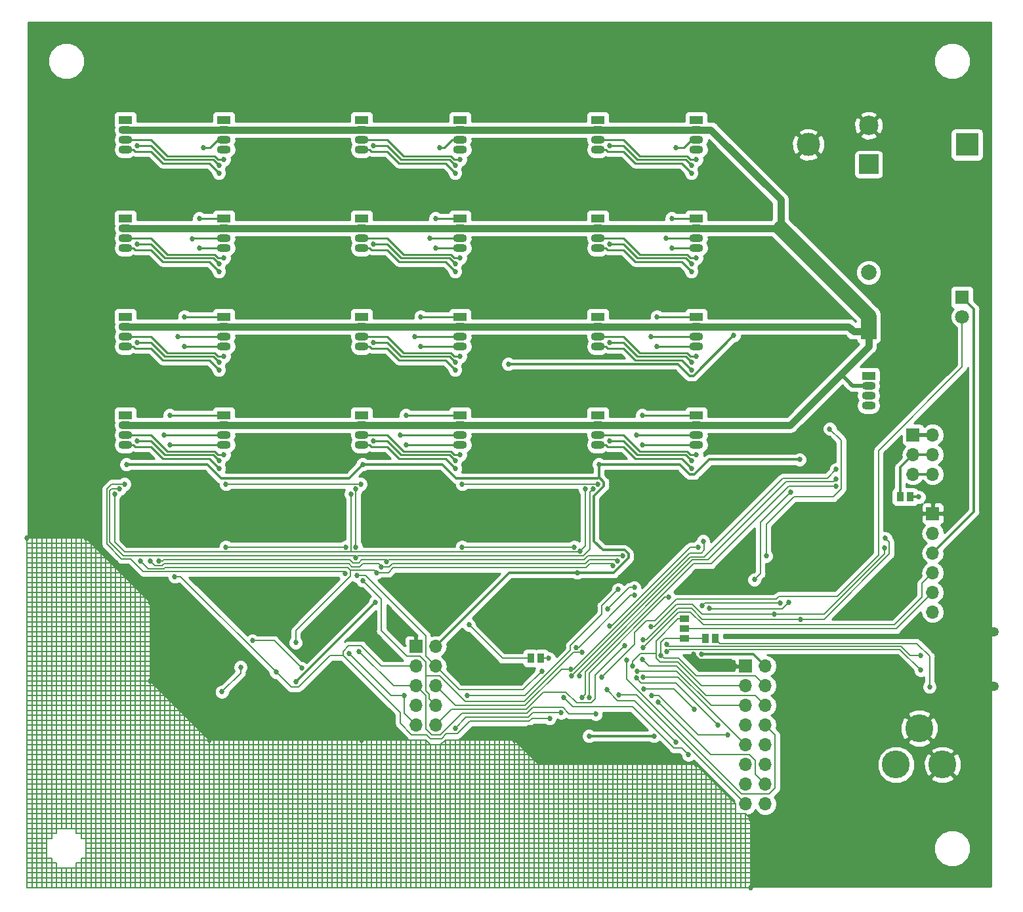
<source format=gbr>
G04 #@! TF.GenerationSoftware,KiCad,Pcbnew,(5.0.1-3-g963ef8bb5)*
G04 #@! TF.CreationDate,2019-01-02T19:54:35-06:00*
G04 #@! TF.ProjectId,kbxBinaryClock.v4,6B627842696E617279436C6F636B2E76,rev?*
G04 #@! TF.SameCoordinates,Original*
G04 #@! TF.FileFunction,Copper,L2,Bot,Signal*
G04 #@! TF.FilePolarity,Positive*
%FSLAX46Y46*%
G04 Gerber Fmt 4.6, Leading zero omitted, Abs format (unit mm)*
G04 Created by KiCad (PCBNEW (5.0.1-3-g963ef8bb5)) date Wednesday, January 02, 2019 at 07:54:35 PM*
%MOMM*%
%LPD*%
G01*
G04 APERTURE LIST*
G04 #@! TA.AperFunction,SMDPad,CuDef*
%ADD10R,0.970000X1.270000*%
G04 #@! TD*
G04 #@! TA.AperFunction,SMDPad,CuDef*
%ADD11R,1.270000X0.970000*%
G04 #@! TD*
G04 #@! TA.AperFunction,ComponentPad*
%ADD12R,1.700000X1.700000*%
G04 #@! TD*
G04 #@! TA.AperFunction,ComponentPad*
%ADD13O,1.700000X1.700000*%
G04 #@! TD*
G04 #@! TA.AperFunction,ComponentPad*
%ADD14C,1.450000*%
G04 #@! TD*
G04 #@! TA.AperFunction,ComponentPad*
%ADD15O,1.900000X1.200000*%
G04 #@! TD*
G04 #@! TA.AperFunction,ViaPad*
%ADD16C,1.330000*%
G04 #@! TD*
G04 #@! TA.AperFunction,Conductor*
%ADD17R,12.500000X5.200000*%
G04 #@! TD*
G04 #@! TA.AperFunction,ComponentPad*
%ADD18C,2.500000*%
G04 #@! TD*
G04 #@! TA.AperFunction,ComponentPad*
%ADD19R,2.500000X2.500000*%
G04 #@! TD*
G04 #@! TA.AperFunction,ComponentPad*
%ADD20R,2.000000X2.000000*%
G04 #@! TD*
G04 #@! TA.AperFunction,ComponentPad*
%ADD21C,2.000000*%
G04 #@! TD*
G04 #@! TA.AperFunction,ComponentPad*
%ADD22R,1.800000X1.070000*%
G04 #@! TD*
G04 #@! TA.AperFunction,ComponentPad*
%ADD23O,1.800000X1.070000*%
G04 #@! TD*
G04 #@! TA.AperFunction,ComponentPad*
%ADD24R,1.800000X1.800000*%
G04 #@! TD*
G04 #@! TA.AperFunction,ComponentPad*
%ADD25C,1.800000*%
G04 #@! TD*
G04 #@! TA.AperFunction,ComponentPad*
%ADD26C,3.600000*%
G04 #@! TD*
G04 #@! TA.AperFunction,ComponentPad*
%ADD27R,3.000000X3.000000*%
G04 #@! TD*
G04 #@! TA.AperFunction,ComponentPad*
%ADD28C,3.000000*%
G04 #@! TD*
G04 #@! TA.AperFunction,ViaPad*
%ADD29C,0.685800*%
G04 #@! TD*
G04 #@! TA.AperFunction,Conductor*
%ADD30C,0.300000*%
G04 #@! TD*
G04 #@! TA.AperFunction,Conductor*
%ADD31C,0.152400*%
G04 #@! TD*
G04 #@! TA.AperFunction,Conductor*
%ADD32C,0.250000*%
G04 #@! TD*
G04 #@! TA.AperFunction,Conductor*
%ADD33C,0.200000*%
G04 #@! TD*
G04 #@! TA.AperFunction,Conductor*
%ADD34C,0.960000*%
G04 #@! TD*
G04 #@! TA.AperFunction,Conductor*
%ADD35C,0.500000*%
G04 #@! TD*
G04 #@! TA.AperFunction,Conductor*
%ADD36C,2.000000*%
G04 #@! TD*
G04 #@! TA.AperFunction,Conductor*
%ADD37C,0.175000*%
G04 #@! TD*
G04 #@! TA.AperFunction,Conductor*
%ADD38C,0.254000*%
G04 #@! TD*
G04 APERTURE END LIST*
D10*
G04 #@! TO.P,SB2,1*
G04 #@! TO.N,STM32_PA9*
X182753000Y-113919000D03*
G04 #@! TO.P,SB2,2*
G04 #@! TO.N,Net-(R1-Pad2)*
X184033000Y-113919000D03*
G04 #@! TD*
D11*
G04 #@! TO.P,SB3,1*
G04 #@! TO.N,STM32_PB6*
X180086000Y-111379000D03*
G04 #@! TO.P,SB3,2*
G04 #@! TO.N,/MCU/USART1_TX*
X180086000Y-112649000D03*
G04 #@! TO.P,SB3,3*
G04 #@! TO.N,STM32_PA9*
X180086000Y-113919000D03*
G04 #@! TD*
D10*
G04 #@! TO.P,SB4,1*
G04 #@! TO.N,/MCU/RESET*
X161544000Y-116459000D03*
G04 #@! TO.P,SB4,2*
G04 #@! TO.N,Net-(SB4-Pad2)*
X160264000Y-116459000D03*
G04 #@! TD*
D12*
G04 #@! TO.P,J1,1*
G04 #@! TO.N,GND*
X187960000Y-117475000D03*
D13*
G04 #@! TO.P,J1,2*
G04 #@! TO.N,+3V3*
X190500000Y-117475000D03*
G04 #@! TO.P,J1,3*
G04 #@! TO.N,STM32_PB6*
X187960000Y-120015000D03*
G04 #@! TO.P,J1,4*
G04 #@! TO.N,STM32_PA9*
X190500000Y-120015000D03*
G04 #@! TO.P,J1,5*
G04 #@! TO.N,STM32_PD2*
X187960000Y-122555000D03*
G04 #@! TO.P,J1,6*
G04 #@! TO.N,STM32_PA15*
X190500000Y-122555000D03*
G04 #@! TO.P,J1,7*
G04 #@! TO.N,STM32_PB7*
X187960000Y-125095000D03*
G04 #@! TO.P,J1,8*
G04 #@! TO.N,STM32_PB5*
X190500000Y-125095000D03*
G04 #@! TO.P,J1,9*
G04 #@! TO.N,STM32_PC9*
X187960000Y-127635000D03*
G04 #@! TO.P,J1,10*
G04 #@! TO.N,STM32_PB8*
X190500000Y-127635000D03*
G04 #@! TO.P,J1,11*
G04 #@! TO.N,STM32_PB15*
X187960000Y-130175000D03*
G04 #@! TO.P,J1,12*
G04 #@! TO.N,STM32_PB9*
X190500000Y-130175000D03*
G04 #@! TO.P,J1,13*
G04 #@! TO.N,STM32_PC1*
X187960000Y-132715000D03*
G04 #@! TO.P,J1,14*
G04 #@! TO.N,STM32_PC13*
X190500000Y-132715000D03*
G04 #@! TO.P,J1,15*
G04 #@! TO.N,STM32_PC4*
X187960000Y-135255000D03*
G04 #@! TO.P,J1,16*
G04 #@! TO.N,STM32_PA0*
X190500000Y-135255000D03*
G04 #@! TD*
D14*
G04 #@! TO.P,P1,6*
G04 #@! TO.N,GND*
X217010000Y-119070000D03*
X217010000Y-114070000D03*
D15*
X219710000Y-120070000D03*
X219710000Y-113070000D03*
G04 #@! TD*
D16*
G04 #@! TO.N,GND*
G04 #@! TO.C,U4*
X180520000Y-96490000D03*
X180520000Y-97790000D03*
X180520000Y-99090000D03*
X180520000Y-100390000D03*
X179220000Y-96490000D03*
X177920000Y-96490000D03*
X176620000Y-96490000D03*
X175320000Y-96490000D03*
X174020000Y-96490000D03*
X172720000Y-96490000D03*
X171420000Y-96490000D03*
X170120000Y-96490000D03*
X179220000Y-97790000D03*
X177920000Y-97790000D03*
X176620000Y-97790000D03*
X175320000Y-97790000D03*
X174020000Y-97790000D03*
X172720000Y-97790000D03*
X171420000Y-97790000D03*
X170120000Y-97790000D03*
X179220000Y-99090000D03*
X177920000Y-99090000D03*
X176620000Y-99090000D03*
X175320000Y-99090000D03*
X174020000Y-99090000D03*
X172720000Y-99090000D03*
X171420000Y-99090000D03*
X170120000Y-99090000D03*
X179220000Y-100390000D03*
X177920000Y-100390000D03*
X176620000Y-100390000D03*
X175320000Y-100390000D03*
X174020000Y-100390000D03*
X172720000Y-100390000D03*
X171420000Y-100390000D03*
X170120000Y-100390000D03*
D17*
X175320000Y-98440000D03*
G04 #@! TD*
D16*
G04 #@! TO.N,GND*
G04 #@! TO.C,U3*
X150047000Y-96490000D03*
X150047000Y-97790000D03*
X150047000Y-99090000D03*
X150047000Y-100390000D03*
X148747000Y-96490000D03*
X147447000Y-96490000D03*
X146147000Y-96490000D03*
X144847000Y-96490000D03*
X143547000Y-96490000D03*
X142247000Y-96490000D03*
X140947000Y-96490000D03*
X139647000Y-96490000D03*
X148747000Y-97790000D03*
X147447000Y-97790000D03*
X146147000Y-97790000D03*
X144847000Y-97790000D03*
X143547000Y-97790000D03*
X142247000Y-97790000D03*
X140947000Y-97790000D03*
X139647000Y-97790000D03*
X148747000Y-99090000D03*
X147447000Y-99090000D03*
X146147000Y-99090000D03*
X144847000Y-99090000D03*
X143547000Y-99090000D03*
X142247000Y-99090000D03*
X140947000Y-99090000D03*
X139647000Y-99090000D03*
X148747000Y-100390000D03*
X147447000Y-100390000D03*
X146147000Y-100390000D03*
X144847000Y-100390000D03*
X143547000Y-100390000D03*
X142247000Y-100390000D03*
X140947000Y-100390000D03*
X139647000Y-100390000D03*
D17*
X144847000Y-98440000D03*
G04 #@! TD*
D16*
G04 #@! TO.N,GND*
G04 #@! TO.C,U2*
X119537000Y-96490000D03*
X119537000Y-97790000D03*
X119537000Y-99090000D03*
X119537000Y-100390000D03*
X118237000Y-96490000D03*
X116937000Y-96490000D03*
X115637000Y-96490000D03*
X114337000Y-96490000D03*
X113037000Y-96490000D03*
X111737000Y-96490000D03*
X110437000Y-96490000D03*
X109137000Y-96490000D03*
X118237000Y-97790000D03*
X116937000Y-97790000D03*
X115637000Y-97790000D03*
X114337000Y-97790000D03*
X113037000Y-97790000D03*
X111737000Y-97790000D03*
X110437000Y-97790000D03*
X109137000Y-97790000D03*
X118237000Y-99090000D03*
X116937000Y-99090000D03*
X115637000Y-99090000D03*
X114337000Y-99090000D03*
X113037000Y-99090000D03*
X111737000Y-99090000D03*
X110437000Y-99090000D03*
X109137000Y-99090000D03*
X118237000Y-100390000D03*
X116937000Y-100390000D03*
X115637000Y-100390000D03*
X114337000Y-100390000D03*
X113037000Y-100390000D03*
X111737000Y-100390000D03*
X110437000Y-100390000D03*
X109137000Y-100390000D03*
D17*
X114337000Y-98440000D03*
G04 #@! TD*
D18*
G04 #@! TO.P,C26,2*
G04 #@! TO.N,GND*
X203835000Y-47705000D03*
D19*
G04 #@! TO.P,C26,1*
G04 #@! TO.N,Net-(C26-Pad1)*
X203835000Y-52705000D03*
G04 #@! TD*
D20*
G04 #@! TO.P,BZ1,1*
G04 #@! TO.N,+V_IN*
X203835000Y-74275000D03*
D21*
G04 #@! TO.P,BZ1,2*
G04 #@! TO.N,Net-(BZ1-Pad2)*
X203835000Y-66675000D03*
G04 #@! TD*
D22*
G04 #@! TO.P,LED1,1*
G04 #@! TO.N,LED1_R*
X181610000Y-85090000D03*
D23*
G04 #@! TO.P,LED1,2*
G04 #@! TO.N,+V_IN*
X181610000Y-86360000D03*
G04 #@! TO.P,LED1,3*
G04 #@! TO.N,LED1_G*
X181610000Y-87630000D03*
G04 #@! TO.P,LED1,4*
G04 #@! TO.N,LED1_B*
X181610000Y-88900000D03*
G04 #@! TD*
D22*
G04 #@! TO.P,LED2,1*
G04 #@! TO.N,LED2_R*
X181610000Y-72390000D03*
D23*
G04 #@! TO.P,LED2,2*
G04 #@! TO.N,+V_IN*
X181610000Y-73660000D03*
G04 #@! TO.P,LED2,3*
G04 #@! TO.N,LED2_G*
X181610000Y-74930000D03*
G04 #@! TO.P,LED2,4*
G04 #@! TO.N,LED2_B*
X181610000Y-76200000D03*
G04 #@! TD*
D22*
G04 #@! TO.P,LED3,1*
G04 #@! TO.N,LED3_R*
X181610000Y-59690000D03*
D23*
G04 #@! TO.P,LED3,2*
G04 #@! TO.N,+V_IN*
X181610000Y-60960000D03*
G04 #@! TO.P,LED3,3*
G04 #@! TO.N,LED3_G*
X181610000Y-62230000D03*
G04 #@! TO.P,LED3,4*
G04 #@! TO.N,LED3_B*
X181610000Y-63500000D03*
G04 #@! TD*
D22*
G04 #@! TO.P,LED4,1*
G04 #@! TO.N,LED4_R*
X181610000Y-46990000D03*
D23*
G04 #@! TO.P,LED4,2*
G04 #@! TO.N,+V_IN*
X181610000Y-48260000D03*
G04 #@! TO.P,LED4,3*
G04 #@! TO.N,LED4_G*
X181610000Y-49530000D03*
G04 #@! TO.P,LED4,4*
G04 #@! TO.N,LED4_B*
X181610000Y-50800000D03*
G04 #@! TD*
D22*
G04 #@! TO.P,LED5,1*
G04 #@! TO.N,LED5_R*
X168910000Y-85090000D03*
D23*
G04 #@! TO.P,LED5,2*
G04 #@! TO.N,+V_IN*
X168910000Y-86360000D03*
G04 #@! TO.P,LED5,3*
G04 #@! TO.N,LED5_G*
X168910000Y-87630000D03*
G04 #@! TO.P,LED5,4*
G04 #@! TO.N,LED5_B*
X168910000Y-88900000D03*
G04 #@! TD*
D22*
G04 #@! TO.P,LED6,1*
G04 #@! TO.N,LED6_R*
X168910000Y-72390000D03*
D23*
G04 #@! TO.P,LED6,2*
G04 #@! TO.N,+V_IN*
X168910000Y-73660000D03*
G04 #@! TO.P,LED6,3*
G04 #@! TO.N,LED6_G*
X168910000Y-74930000D03*
G04 #@! TO.P,LED6,4*
G04 #@! TO.N,LED6_B*
X168910000Y-76200000D03*
G04 #@! TD*
D22*
G04 #@! TO.P,LED7,1*
G04 #@! TO.N,LED7_R*
X168910000Y-59690000D03*
D23*
G04 #@! TO.P,LED7,2*
G04 #@! TO.N,+V_IN*
X168910000Y-60960000D03*
G04 #@! TO.P,LED7,3*
G04 #@! TO.N,LED7_G*
X168910000Y-62230000D03*
G04 #@! TO.P,LED7,4*
G04 #@! TO.N,LED7_B*
X168910000Y-63500000D03*
G04 #@! TD*
D22*
G04 #@! TO.P,LED8,1*
G04 #@! TO.N,LED8_R*
X168910000Y-46990000D03*
D23*
G04 #@! TO.P,LED8,2*
G04 #@! TO.N,+V_IN*
X168910000Y-48260000D03*
G04 #@! TO.P,LED8,3*
G04 #@! TO.N,LED8_G*
X168910000Y-49530000D03*
G04 #@! TO.P,LED8,4*
G04 #@! TO.N,LED8_B*
X168910000Y-50800000D03*
G04 #@! TD*
D22*
G04 #@! TO.P,LED9,1*
G04 #@! TO.N,LED9_R*
X151130000Y-85090000D03*
D23*
G04 #@! TO.P,LED9,2*
G04 #@! TO.N,+V_IN*
X151130000Y-86360000D03*
G04 #@! TO.P,LED9,3*
G04 #@! TO.N,LED9_G*
X151130000Y-87630000D03*
G04 #@! TO.P,LED9,4*
G04 #@! TO.N,LED9_B*
X151130000Y-88900000D03*
G04 #@! TD*
D22*
G04 #@! TO.P,LED10,1*
G04 #@! TO.N,LED10_R*
X151130000Y-72390000D03*
D23*
G04 #@! TO.P,LED10,2*
G04 #@! TO.N,+V_IN*
X151130000Y-73660000D03*
G04 #@! TO.P,LED10,3*
G04 #@! TO.N,LED10_G*
X151130000Y-74930000D03*
G04 #@! TO.P,LED10,4*
G04 #@! TO.N,LED10_B*
X151130000Y-76200000D03*
G04 #@! TD*
D22*
G04 #@! TO.P,LED11,1*
G04 #@! TO.N,LED11_R*
X151130000Y-59690000D03*
D23*
G04 #@! TO.P,LED11,2*
G04 #@! TO.N,+V_IN*
X151130000Y-60960000D03*
G04 #@! TO.P,LED11,3*
G04 #@! TO.N,LED11_G*
X151130000Y-62230000D03*
G04 #@! TO.P,LED11,4*
G04 #@! TO.N,LED11_B*
X151130000Y-63500000D03*
G04 #@! TD*
D22*
G04 #@! TO.P,LED12,1*
G04 #@! TO.N,LED12_R*
X151130000Y-46990000D03*
D23*
G04 #@! TO.P,LED12,2*
G04 #@! TO.N,+V_IN*
X151130000Y-48260000D03*
G04 #@! TO.P,LED12,3*
G04 #@! TO.N,LED12_G*
X151130000Y-49530000D03*
G04 #@! TO.P,LED12,4*
G04 #@! TO.N,LED12_B*
X151130000Y-50800000D03*
G04 #@! TD*
D22*
G04 #@! TO.P,LED13,1*
G04 #@! TO.N,LED13_R*
X138430000Y-85090000D03*
D23*
G04 #@! TO.P,LED13,2*
G04 #@! TO.N,+V_IN*
X138430000Y-86360000D03*
G04 #@! TO.P,LED13,3*
G04 #@! TO.N,LED13_G*
X138430000Y-87630000D03*
G04 #@! TO.P,LED13,4*
G04 #@! TO.N,LED13_B*
X138430000Y-88900000D03*
G04 #@! TD*
D22*
G04 #@! TO.P,LED14,1*
G04 #@! TO.N,LED14_R*
X138430000Y-72390000D03*
D23*
G04 #@! TO.P,LED14,2*
G04 #@! TO.N,+V_IN*
X138430000Y-73660000D03*
G04 #@! TO.P,LED14,3*
G04 #@! TO.N,LED14_G*
X138430000Y-74930000D03*
G04 #@! TO.P,LED14,4*
G04 #@! TO.N,LED14_B*
X138430000Y-76200000D03*
G04 #@! TD*
D22*
G04 #@! TO.P,LED15,1*
G04 #@! TO.N,LED15_R*
X138430000Y-59690000D03*
D23*
G04 #@! TO.P,LED15,2*
G04 #@! TO.N,+V_IN*
X138430000Y-60960000D03*
G04 #@! TO.P,LED15,3*
G04 #@! TO.N,LED15_G*
X138430000Y-62230000D03*
G04 #@! TO.P,LED15,4*
G04 #@! TO.N,LED15_B*
X138430000Y-63500000D03*
G04 #@! TD*
D22*
G04 #@! TO.P,LED16,1*
G04 #@! TO.N,LED16_R*
X138430000Y-46990000D03*
D23*
G04 #@! TO.P,LED16,2*
G04 #@! TO.N,+V_IN*
X138430000Y-48260000D03*
G04 #@! TO.P,LED16,3*
G04 #@! TO.N,LED16_G*
X138430000Y-49530000D03*
G04 #@! TO.P,LED16,4*
G04 #@! TO.N,LED16_B*
X138430000Y-50800000D03*
G04 #@! TD*
D22*
G04 #@! TO.P,LED17,1*
G04 #@! TO.N,LED17_R*
X120650000Y-85090000D03*
D23*
G04 #@! TO.P,LED17,2*
G04 #@! TO.N,+V_IN*
X120650000Y-86360000D03*
G04 #@! TO.P,LED17,3*
G04 #@! TO.N,LED17_G*
X120650000Y-87630000D03*
G04 #@! TO.P,LED17,4*
G04 #@! TO.N,LED17_B*
X120650000Y-88900000D03*
G04 #@! TD*
D22*
G04 #@! TO.P,LED18,1*
G04 #@! TO.N,LED18_R*
X120650000Y-72390000D03*
D23*
G04 #@! TO.P,LED18,2*
G04 #@! TO.N,+V_IN*
X120650000Y-73660000D03*
G04 #@! TO.P,LED18,3*
G04 #@! TO.N,LED18_G*
X120650000Y-74930000D03*
G04 #@! TO.P,LED18,4*
G04 #@! TO.N,LED18_B*
X120650000Y-76200000D03*
G04 #@! TD*
D22*
G04 #@! TO.P,LED19,1*
G04 #@! TO.N,LED19_R*
X120650000Y-59690000D03*
D23*
G04 #@! TO.P,LED19,2*
G04 #@! TO.N,+V_IN*
X120650000Y-60960000D03*
G04 #@! TO.P,LED19,3*
G04 #@! TO.N,LED19_G*
X120650000Y-62230000D03*
G04 #@! TO.P,LED19,4*
G04 #@! TO.N,LED19_B*
X120650000Y-63500000D03*
G04 #@! TD*
D22*
G04 #@! TO.P,LED20,1*
G04 #@! TO.N,LED20_R*
X120650000Y-46990000D03*
D23*
G04 #@! TO.P,LED20,2*
G04 #@! TO.N,+V_IN*
X120650000Y-48260000D03*
G04 #@! TO.P,LED20,3*
G04 #@! TO.N,LED20_G*
X120650000Y-49530000D03*
G04 #@! TO.P,LED20,4*
G04 #@! TO.N,LED20_B*
X120650000Y-50800000D03*
G04 #@! TD*
D22*
G04 #@! TO.P,LED21,1*
G04 #@! TO.N,LED21_R*
X107950000Y-85090000D03*
D23*
G04 #@! TO.P,LED21,2*
G04 #@! TO.N,+V_IN*
X107950000Y-86360000D03*
G04 #@! TO.P,LED21,3*
G04 #@! TO.N,LED21_G*
X107950000Y-87630000D03*
G04 #@! TO.P,LED21,4*
G04 #@! TO.N,LED21_B*
X107950000Y-88900000D03*
G04 #@! TD*
D22*
G04 #@! TO.P,LED22,1*
G04 #@! TO.N,LED22_R*
X107950000Y-72390000D03*
D23*
G04 #@! TO.P,LED22,2*
G04 #@! TO.N,+V_IN*
X107950000Y-73660000D03*
G04 #@! TO.P,LED22,3*
G04 #@! TO.N,LED22_G*
X107950000Y-74930000D03*
G04 #@! TO.P,LED22,4*
G04 #@! TO.N,LED22_B*
X107950000Y-76200000D03*
G04 #@! TD*
D22*
G04 #@! TO.P,LED23,1*
G04 #@! TO.N,LED23_R*
X107950000Y-59690000D03*
D23*
G04 #@! TO.P,LED23,2*
G04 #@! TO.N,+V_IN*
X107950000Y-60960000D03*
G04 #@! TO.P,LED23,3*
G04 #@! TO.N,LED23_G*
X107950000Y-62230000D03*
G04 #@! TO.P,LED23,4*
G04 #@! TO.N,LED23_B*
X107950000Y-63500000D03*
G04 #@! TD*
D22*
G04 #@! TO.P,LED24,1*
G04 #@! TO.N,LED24_R*
X107950000Y-46990000D03*
D23*
G04 #@! TO.P,LED24,2*
G04 #@! TO.N,+V_IN*
X107950000Y-48260000D03*
G04 #@! TO.P,LED24,3*
G04 #@! TO.N,LED24_G*
X107950000Y-49530000D03*
G04 #@! TO.P,LED24,4*
G04 #@! TO.N,LED24_B*
X107950000Y-50800000D03*
G04 #@! TD*
D22*
G04 #@! TO.P,LED25,1*
G04 #@! TO.N,Net-(LED25-Pad1)*
X203835000Y-80010000D03*
D23*
G04 #@! TO.P,LED25,2*
G04 #@! TO.N,+V_IN*
X203835000Y-81280000D03*
G04 #@! TO.P,LED25,3*
G04 #@! TO.N,Net-(LED25-Pad3)*
X203835000Y-82550000D03*
G04 #@! TO.P,LED25,4*
G04 #@! TO.N,Net-(LED25-Pad4)*
X203835000Y-83820000D03*
G04 #@! TD*
D12*
G04 #@! TO.P,J3,1*
G04 #@! TO.N,Net-(J3-Pad1)*
X209550000Y-87630000D03*
D13*
G04 #@! TO.P,J3,2*
X212090000Y-87630000D03*
G04 #@! TO.P,J3,3*
G04 #@! TO.N,Net-(J3-Pad3)*
X209550000Y-90170000D03*
G04 #@! TO.P,J3,4*
X212090000Y-90170000D03*
G04 #@! TO.P,J3,5*
G04 #@! TO.N,Net-(J3-Pad5)*
X209550000Y-92710000D03*
G04 #@! TO.P,J3,6*
X212090000Y-92710000D03*
G04 #@! TD*
D24*
G04 #@! TO.P,Q1,1*
G04 #@! TO.N,+3V3*
X215900000Y-69850000D03*
D25*
G04 #@! TO.P,Q1,2*
G04 #@! TO.N,ADC_IN*
X215900000Y-72390000D03*
G04 #@! TD*
D12*
G04 #@! TO.P,J4,1*
G04 #@! TO.N,GND*
X212090000Y-97790000D03*
D13*
G04 #@! TO.P,J4,2*
G04 #@! TO.N,N/C*
X212090000Y-100330000D03*
G04 #@! TO.P,J4,3*
G04 #@! TO.N,+3V3*
X212090000Y-102870000D03*
G04 #@! TO.P,J4,4*
G04 #@! TO.N,/MCU/USART1_RX*
X212090000Y-105410000D03*
G04 #@! TO.P,J4,5*
G04 #@! TO.N,/MCU/USART1_TX*
X212090000Y-107950000D03*
G04 #@! TO.P,J4,6*
G04 #@! TO.N,Net-(C22-Pad1)*
X212090000Y-110490000D03*
G04 #@! TD*
D26*
G04 #@! TO.P,J5,3*
G04 #@! TO.N,GND*
X210366000Y-125481000D03*
G04 #@! TO.P,J5,2*
X213366000Y-130181000D03*
G04 #@! TO.P,J5,1*
G04 #@! TO.N,Net-(F1-Pad2)*
X207366000Y-130181000D03*
G04 #@! TD*
D10*
G04 #@! TO.P,SB5,1*
G04 #@! TO.N,Net-(J3-Pad3)*
X207899000Y-95631000D03*
G04 #@! TO.P,SB5,2*
G04 #@! TO.N,Net-(R29-Pad2)*
X209179000Y-95631000D03*
G04 #@! TD*
D12*
G04 #@! TO.P,J2,1*
G04 #@! TO.N,GND*
X145415000Y-114935000D03*
D13*
G04 #@! TO.P,J2,2*
G04 #@! TO.N,+3V3*
X147955000Y-114935000D03*
G04 #@! TO.P,J2,3*
G04 #@! TO.N,/Display/SPI1_MOSI*
X145415000Y-117475000D03*
G04 #@! TO.P,J2,4*
G04 #@! TO.N,/Display/SPI2_MOSI*
X147955000Y-117475000D03*
G04 #@! TO.P,J2,5*
G04 #@! TO.N,/MCU/SPI1_MISO*
X145415000Y-120015000D03*
G04 #@! TO.P,J2,6*
G04 #@! TO.N,/Display/SPI2_MISO_DISP*
X147955000Y-120015000D03*
G04 #@! TO.P,J2,7*
G04 #@! TO.N,/Display/SPI1_SCK*
X145415000Y-122555000D03*
G04 #@! TO.P,J2,8*
G04 #@! TO.N,/Display/SPI2_SCK*
X147955000Y-122555000D03*
G04 #@! TO.P,J2,9*
G04 #@! TO.N,/MCU/SPI1_NSS_TEMP*
X145415000Y-125095000D03*
G04 #@! TO.P,J2,10*
G04 #@! TO.N,/MCU/SPI1_NSS_RTC*
X147955000Y-125095000D03*
G04 #@! TD*
D27*
G04 #@! TO.P,BT1,1*
G04 #@! TO.N,Net-(BT1-Pad1)*
X216535000Y-50165000D03*
D28*
G04 #@! TO.P,BT1,2*
G04 #@! TO.N,GND*
X196045000Y-50165000D03*
G04 #@! TD*
D29*
G04 #@! TO.N,GND*
X137922000Y-120142000D03*
X134239000Y-118872000D03*
X189865000Y-79883000D03*
X158115000Y-127000000D03*
X153321000Y-114808000D03*
X134874000Y-91440000D03*
X165354000Y-91440000D03*
X197104000Y-98679000D03*
X203962000Y-87630000D03*
X143637000Y-107061000D03*
X147955000Y-112268000D03*
X133858000Y-112268000D03*
X139446000Y-112268000D03*
X203835000Y-110490000D03*
X202057000Y-103505000D03*
X173736000Y-125222000D03*
X164719000Y-125222000D03*
X188595000Y-137160000D03*
X181610000Y-130175000D03*
X138430000Y-127000000D03*
X118745000Y-127000000D03*
X111125000Y-119380000D03*
X111125000Y-109220000D03*
X102870000Y-100965000D03*
X95250000Y-100965000D03*
X188595000Y-146050000D03*
X181229000Y-115951000D03*
G04 #@! TO.N,+BATT*
X140208000Y-109220000D03*
X129921000Y-119507000D03*
X157353000Y-78486000D03*
X186436000Y-74803000D03*
G04 #@! TO.N,+3V3*
X167767000Y-126492000D03*
X176149000Y-126492000D03*
X166243000Y-105410000D03*
X182245000Y-115951000D03*
X194945000Y-90805000D03*
X169041000Y-91440000D03*
X138557000Y-91440000D03*
X108077000Y-91440000D03*
G04 #@! TO.N,LED1_R*
X174625000Y-85090000D03*
G04 #@! TO.N,LED1_G*
X173863000Y-87630000D03*
G04 #@! TO.N,LED1_B*
X174625000Y-88900000D03*
G04 #@! TO.N,LED2_R*
X176530000Y-72390000D03*
G04 #@! TO.N,LED2_G*
X175768000Y-74930000D03*
G04 #@! TO.N,LED2_B*
X176530000Y-76200000D03*
G04 #@! TO.N,LED3_R*
X178435000Y-59690000D03*
G04 #@! TO.N,LED3_G*
X177673000Y-62230000D03*
G04 #@! TO.N,LED3_B*
X178435000Y-63500000D03*
G04 #@! TO.N,LED4_G*
X178943000Y-50546000D03*
G04 #@! TO.N,LED5_R*
X170434000Y-88392000D03*
X180975000Y-90932000D03*
G04 #@! TO.N,LED5_G*
X181610000Y-90170000D03*
G04 #@! TO.N,LED5_B*
X180975000Y-91948000D03*
G04 #@! TO.N,LED6_R*
X180975000Y-78232000D03*
X170434000Y-75692000D03*
G04 #@! TO.N,LED6_G*
X181610000Y-77470000D03*
G04 #@! TO.N,LED6_B*
X180975000Y-79248000D03*
G04 #@! TO.N,LED7_R*
X180975000Y-65532000D03*
X170434000Y-62992000D03*
G04 #@! TO.N,LED7_G*
X181610000Y-64770000D03*
G04 #@! TO.N,LED7_B*
X180975000Y-66548000D03*
G04 #@! TO.N,LED8_R*
X180975000Y-52832000D03*
X170434000Y-50292000D03*
G04 #@! TO.N,LED8_G*
X181610000Y-52070000D03*
G04 #@! TO.N,LED8_B*
X180975000Y-53848000D03*
G04 #@! TO.N,LED9_R*
X144145000Y-85090000D03*
G04 #@! TO.N,LED9_G*
X143383000Y-87630000D03*
G04 #@! TO.N,LED9_B*
X144145000Y-88900000D03*
G04 #@! TO.N,LED10_R*
X146050000Y-72390000D03*
G04 #@! TO.N,LED10_G*
X145288000Y-74930000D03*
G04 #@! TO.N,LED10_B*
X146050000Y-76200000D03*
G04 #@! TO.N,LED11_R*
X147955000Y-59690000D03*
G04 #@! TO.N,LED11_G*
X147193000Y-62230000D03*
G04 #@! TO.N,LED11_B*
X147955000Y-63500000D03*
G04 #@! TO.N,LED12_G*
X148463000Y-50546000D03*
G04 #@! TO.N,LED13_R*
X150495000Y-90932000D03*
X139954000Y-88392000D03*
G04 #@! TO.N,LED13_G*
X151130000Y-90170000D03*
G04 #@! TO.N,LED13_B*
X150495000Y-91948000D03*
G04 #@! TO.N,LED14_R*
X150495000Y-78232000D03*
X139954000Y-75692000D03*
G04 #@! TO.N,LED14_G*
X151130000Y-77470000D03*
G04 #@! TO.N,LED14_B*
X150495000Y-79248000D03*
G04 #@! TO.N,LED15_R*
X150495000Y-65532000D03*
X139954000Y-62992000D03*
G04 #@! TO.N,LED15_G*
X151130000Y-64770000D03*
G04 #@! TO.N,LED15_B*
X150495000Y-66548000D03*
G04 #@! TO.N,LED16_R*
X150495000Y-52832000D03*
X139954000Y-50292000D03*
G04 #@! TO.N,LED16_G*
X151130000Y-52070000D03*
G04 #@! TO.N,LED16_B*
X150495000Y-53848000D03*
G04 #@! TO.N,LED17_R*
X113665000Y-85090000D03*
G04 #@! TO.N,LED17_G*
X112903000Y-87630000D03*
G04 #@! TO.N,LED17_B*
X113665000Y-88900000D03*
G04 #@! TO.N,LED18_R*
X115570000Y-72390000D03*
G04 #@! TO.N,LED18_G*
X114681000Y-74930000D03*
G04 #@! TO.N,LED18_B*
X115570000Y-76200000D03*
G04 #@! TO.N,LED19_R*
X117475000Y-59690000D03*
G04 #@! TO.N,LED19_G*
X116586000Y-62357000D03*
G04 #@! TO.N,LED19_B*
X117475000Y-63500000D03*
G04 #@! TO.N,LED20_G*
X117983000Y-50546000D03*
G04 #@! TO.N,LED21_R*
X120015000Y-90932000D03*
X109474000Y-88392000D03*
G04 #@! TO.N,LED21_G*
X120650000Y-90170000D03*
G04 #@! TO.N,LED21_B*
X120015000Y-91948000D03*
G04 #@! TO.N,LED22_R*
X120015000Y-78232000D03*
X109474000Y-75692000D03*
G04 #@! TO.N,LED22_G*
X120650000Y-77470000D03*
G04 #@! TO.N,LED22_B*
X120015000Y-79248000D03*
G04 #@! TO.N,LED23_R*
X120015000Y-65532000D03*
X109474000Y-62992000D03*
G04 #@! TO.N,LED23_G*
X120650000Y-64770000D03*
G04 #@! TO.N,LED23_B*
X120015000Y-66548000D03*
G04 #@! TO.N,LED24_R*
X120015000Y-52832000D03*
X109474000Y-50292000D03*
G04 #@! TO.N,LED24_G*
X120650000Y-52070000D03*
G04 #@! TO.N,LED24_B*
X120015000Y-53848000D03*
G04 #@! TO.N,BOOT0*
X170179723Y-110106931D03*
X173609000Y-107315000D03*
X192405000Y-109347000D03*
X182341800Y-109668400D03*
G04 #@! TO.N,/MCU/USART1_RX*
X174752000Y-115062000D03*
G04 #@! TO.N,/MCU/USART2_MODE*
X165481000Y-118745000D03*
X199644000Y-92075000D03*
G04 #@! TO.N,/MCU/USART2_TX*
X166497000Y-118745000D03*
X199644000Y-93345000D03*
G04 #@! TO.N,/MCU/USART2_RX*
X166878000Y-121502000D03*
X199644000Y-94234000D03*
G04 #@! TO.N,ADC_IN*
X169418000Y-118872000D03*
G04 #@! TO.N,/MCU/RESET*
X166116000Y-115054090D03*
X162560000Y-116459000D03*
X173609000Y-108331000D03*
X193548000Y-109220000D03*
X183277000Y-110001100D03*
G04 #@! TO.N,/MCU/SPI1_NSS_RTC*
X124333000Y-114173000D03*
X130683000Y-117729000D03*
X172339000Y-114808000D03*
G04 #@! TO.N,/Display/SPI1_NSS_DISP*
X111125000Y-103886000D03*
X140970000Y-104648000D03*
X171450000Y-103886000D03*
G04 #@! TO.N,/Display/SPI1_SCK*
X150495000Y-125476000D03*
X129921000Y-114427000D03*
X109855000Y-103886000D03*
X140335000Y-105410000D03*
X170815000Y-104521000D03*
X164149400Y-123477700D03*
G04 #@! TO.N,/MCU/SPI1_MISO*
X168633100Y-123629200D03*
X138073700Y-115547300D03*
G04 #@! TO.N,/Display/SPI1_MOSI*
X162687000Y-124206000D03*
X114300000Y-105918000D03*
X127381000Y-118237000D03*
G04 #@! TO.N,/MCU/SPI1_NSS_TEMP*
X143891000Y-121285000D03*
X152019000Y-121285000D03*
X136779000Y-115824000D03*
X171530400Y-107573500D03*
G04 #@! TO.N,/Display/SPI1_MISO_DISP*
X170424000Y-112258000D03*
X181864000Y-102108000D03*
G04 #@! TO.N,STM32_PA0*
X180594000Y-128905000D03*
X164488400Y-121496200D03*
G04 #@! TO.N,STM32_PB5*
X172638100Y-116686600D03*
G04 #@! TO.N,STM32_PA9*
X177046000Y-116070000D03*
G04 #@! TO.N,STM32_PB6*
X173355000Y-117475000D03*
G04 #@! TO.N,STM32_PA15*
X174625000Y-116586000D03*
G04 #@! TO.N,STM32_PB7*
X173863000Y-118999000D03*
X184404000Y-125095000D03*
G04 #@! TO.N,STM32_PC1*
X178943000Y-127254000D03*
X170053000Y-120523000D03*
G04 #@! TO.N,STM32_PB8*
X181356000Y-123063000D03*
X174791356Y-120381524D03*
G04 #@! TO.N,STM32_PC4*
X171610000Y-121164000D03*
G04 #@! TO.N,STM32_PB9*
X185674000Y-126365000D03*
X175833200Y-121283100D03*
G04 #@! TO.N,STM32_PC9*
X174752000Y-118872000D03*
G04 #@! TO.N,STM32_PC13*
X176668600Y-122144000D03*
G04 #@! TO.N,STM32_PD2*
X173990000Y-118110000D03*
G04 #@! TO.N,SYS_SWDIO*
X205994000Y-100965000D03*
X195075000Y-111397000D03*
X174752000Y-114046000D03*
G04 #@! TO.N,SYS_SWCLK*
X175768000Y-112395000D03*
X205867000Y-102235000D03*
X191643000Y-110744000D03*
G04 #@! TO.N,/MCU/LED0*
X190627000Y-103251000D03*
X198821000Y-86842200D03*
G04 #@! TO.N,/MCU/LED2*
X189103000Y-106299000D03*
X193802000Y-94996000D03*
G04 #@! TO.N,/Display/XBLNK*
X106553000Y-95250000D03*
X167259000Y-94615000D03*
X166624000Y-102616000D03*
X137033000Y-95250000D03*
G04 #@! TO.N,Net-(SB4-Pad2)*
X120396000Y-120777000D03*
X122809000Y-117602000D03*
X152273000Y-112141000D03*
G04 #@! TO.N,/Display/SPI2_MISO_DISP*
X165451530Y-117829962D03*
X182499000Y-101346000D03*
G04 #@! TO.N,/Display/SPI2_MOSI*
X161671000Y-118110000D03*
X137795000Y-105791000D03*
X136271000Y-105537000D03*
X107823000Y-93980000D03*
G04 #@! TO.N,/Display/GSCK*
X167767000Y-121539000D03*
X178054000Y-108585000D03*
X112268000Y-103886000D03*
X141605000Y-104013000D03*
X172085000Y-103251000D03*
G04 #@! TO.N,/Display/SPI2_SCK*
X138557000Y-106426000D03*
X166878000Y-115697000D03*
X107188000Y-94615000D03*
X137668000Y-102108000D03*
X137668000Y-103505000D03*
X137668000Y-94615000D03*
X168275000Y-94615000D03*
G04 #@! TO.N,GSSOUT1_GSSIN2*
X120904000Y-102108000D03*
X136398000Y-102108000D03*
G04 #@! TO.N,DCSOUT1_DCSIN2*
X120904000Y-93980000D03*
X138303000Y-93980000D03*
G04 #@! TO.N,GSSOUT2_GSSIN3*
X165862000Y-102108000D03*
X151384000Y-102108000D03*
G04 #@! TO.N,DCSOUT2_DCSIN3*
X151384000Y-93980000D03*
X168910000Y-93980000D03*
G04 #@! TO.N,Net-(R1-Pad2)*
X211709000Y-120142000D03*
G04 #@! TO.N,Net-(R29-Pad2)*
X210312000Y-95631000D03*
G04 #@! TO.N,USB+*
X210566000Y-116078000D03*
X177811000Y-114672000D03*
G04 #@! TO.N,USB-*
X210566000Y-117983000D03*
X177800000Y-115570000D03*
G04 #@! TD*
D30*
G04 #@! TO.N,GND*
X134239000Y-118872000D02*
X136652000Y-118872000D01*
X136652000Y-118872000D02*
X137922000Y-120142000D01*
X164719000Y-125222000D02*
X159893000Y-125222000D01*
X159893000Y-125222000D02*
X158115000Y-127000000D01*
X147955000Y-112268000D02*
X147955000Y-111379000D01*
X147955000Y-111379000D02*
X143637000Y-107061000D01*
D31*
X95250000Y-101600000D02*
X95250000Y-100965000D01*
X95250000Y-102235000D02*
X95250000Y-101600000D01*
X95250000Y-101600000D02*
X103505000Y-101600000D01*
X95250000Y-102870000D02*
X95250000Y-102235000D01*
X104140000Y-102235000D02*
X95250000Y-102235000D01*
X95250000Y-103505000D02*
X95250000Y-102870000D01*
X95250000Y-102870000D02*
X104775000Y-102870000D01*
X95250000Y-104140000D02*
X95250000Y-103505000D01*
X105410000Y-103505000D02*
X95250000Y-103505000D01*
X95250000Y-104775000D02*
X95250000Y-104140000D01*
X95250000Y-104140000D02*
X106045000Y-104140000D01*
X95250000Y-105410000D02*
X95250000Y-104775000D01*
X106680000Y-104775000D02*
X95250000Y-104775000D01*
X95250000Y-106045000D02*
X95250000Y-105410000D01*
X95250000Y-105410000D02*
X107315000Y-105410000D01*
X95250000Y-106680000D02*
X95250000Y-106045000D01*
X107950000Y-106045000D02*
X95250000Y-106045000D01*
X95250000Y-107315000D02*
X95250000Y-106680000D01*
X95250000Y-106680000D02*
X108585000Y-106680000D01*
X95250000Y-107950000D02*
X95250000Y-107315000D01*
X109220000Y-107315000D02*
X95250000Y-107315000D01*
X95250000Y-108585000D02*
X95250000Y-107950000D01*
X95250000Y-107950000D02*
X109855000Y-107950000D01*
X95250000Y-109220000D02*
X95250000Y-108585000D01*
X110490000Y-108585000D02*
X95250000Y-108585000D01*
X95250000Y-109855000D02*
X95250000Y-109220000D01*
X95250000Y-109220000D02*
X111125000Y-109220000D01*
X111125000Y-109855000D02*
X111125000Y-110490000D01*
X111125000Y-109220000D02*
X111125000Y-109855000D01*
X95250000Y-110490000D02*
X95250000Y-109855000D01*
X111125000Y-109855000D02*
X95250000Y-109855000D01*
X110490000Y-108585000D02*
X110490000Y-146050000D01*
X95250000Y-111125000D02*
X95250000Y-110490000D01*
X111125000Y-110490000D02*
X111125000Y-111125000D01*
X95250000Y-110490000D02*
X111125000Y-110490000D01*
X111125000Y-111125000D02*
X111125000Y-111760000D01*
X95250000Y-111760000D02*
X95250000Y-111125000D01*
X111125000Y-111125000D02*
X95250000Y-111125000D01*
X95250000Y-112395000D02*
X95250000Y-111760000D01*
X111125000Y-111760000D02*
X111125000Y-112395000D01*
X95250000Y-111760000D02*
X111125000Y-111760000D01*
X111125000Y-112395000D02*
X111125000Y-113030000D01*
X95250000Y-113030000D02*
X95250000Y-112395000D01*
X111125000Y-112395000D02*
X95250000Y-112395000D01*
X111125000Y-113030000D02*
X111125000Y-113665000D01*
X95250000Y-113665000D02*
X95250000Y-113030000D01*
X95250000Y-113030000D02*
X111125000Y-113030000D01*
X111125000Y-113665000D02*
X111125000Y-114300000D01*
X95250000Y-114300000D02*
X95250000Y-113665000D01*
X111125000Y-113665000D02*
X95250000Y-113665000D01*
X95250000Y-114935000D02*
X95250000Y-114300000D01*
X111125000Y-114300000D02*
X111125000Y-114935000D01*
X95250000Y-114300000D02*
X111125000Y-114300000D01*
X111125000Y-114935000D02*
X111125000Y-115570000D01*
X95250000Y-115570000D02*
X95250000Y-114935000D01*
X111125000Y-114935000D02*
X95250000Y-114935000D01*
X95250000Y-116205000D02*
X95250000Y-115570000D01*
X111125000Y-115570000D02*
X111125000Y-116205000D01*
X95250000Y-115570000D02*
X111125000Y-115570000D01*
X111125000Y-116205000D02*
X111125000Y-116840000D01*
X111125000Y-116205000D02*
X95250000Y-116205000D01*
X95250000Y-116840000D02*
X95250000Y-116205000D01*
X95250000Y-117475000D02*
X95250000Y-116840000D01*
X111125000Y-116840000D02*
X111125000Y-117475000D01*
X95250000Y-116840000D02*
X111125000Y-116840000D01*
X111125000Y-117475000D02*
X111125000Y-118110000D01*
X95250000Y-118110000D02*
X95250000Y-117475000D01*
X111125000Y-117475000D02*
X95250000Y-117475000D01*
X95250000Y-118745000D02*
X95250000Y-118110000D01*
X111125000Y-118110000D02*
X111125000Y-118745000D01*
X95250000Y-118110000D02*
X111125000Y-118110000D01*
X111125000Y-118745000D02*
X111125000Y-119380000D01*
X95250000Y-119380000D02*
X95250000Y-118745000D01*
X111125000Y-118745000D02*
X95250000Y-118745000D01*
X95250000Y-120015000D02*
X95250000Y-119380000D01*
X95250000Y-119380000D02*
X111125000Y-119380000D01*
X95250000Y-120650000D02*
X95250000Y-120015000D01*
X111760000Y-120015000D02*
X95250000Y-120015000D01*
X95250000Y-121285000D02*
X95250000Y-120650000D01*
X95250000Y-120650000D02*
X112395000Y-120650000D01*
X95250000Y-121920000D02*
X95250000Y-121285000D01*
X113030000Y-121285000D02*
X95250000Y-121285000D01*
X95250000Y-122555000D02*
X95250000Y-121920000D01*
X95250000Y-121920000D02*
X113665000Y-121920000D01*
X95250000Y-123190000D02*
X95250000Y-122555000D01*
X114300000Y-122555000D02*
X95250000Y-122555000D01*
X95250000Y-123825000D02*
X95250000Y-123190000D01*
X95250000Y-123190000D02*
X114935000Y-123190000D01*
X95250000Y-124460000D02*
X95250000Y-123825000D01*
X115570000Y-123825000D02*
X95250000Y-123825000D01*
X95250000Y-125095000D02*
X95250000Y-124460000D01*
X95250000Y-124460000D02*
X116205000Y-124460000D01*
X95250000Y-125730000D02*
X95250000Y-125095000D01*
X116840000Y-125095000D02*
X95250000Y-125095000D01*
X95250000Y-126365000D02*
X95250000Y-125730000D01*
X95250000Y-125730000D02*
X117475000Y-125730000D01*
X95250000Y-127000000D02*
X95250000Y-126365000D01*
X118110000Y-126365000D02*
X95250000Y-126365000D01*
X95250000Y-127635000D02*
X95250000Y-127000000D01*
X95250000Y-127000000D02*
X118745000Y-127000000D01*
X95250000Y-128270000D02*
X95250000Y-127635000D01*
X147320000Y-127635000D02*
X95250000Y-127635000D01*
X158750000Y-127635000D02*
X148590000Y-127635000D01*
X95250000Y-128270000D02*
X159385000Y-128270000D01*
X95250000Y-128905000D02*
X95250000Y-128270000D01*
X95250000Y-129540000D02*
X95250000Y-128905000D01*
X160020000Y-128905000D02*
X95250000Y-128905000D01*
X95250000Y-130175000D02*
X95250000Y-129540000D01*
X95250000Y-129540000D02*
X160655000Y-129540000D01*
X95250000Y-130810000D02*
X95250000Y-130175000D01*
X161290000Y-130175000D02*
X95250000Y-130175000D01*
X95250000Y-130810000D02*
X182245000Y-130810000D01*
X95250000Y-131445000D02*
X95250000Y-130810000D01*
X95250000Y-132080000D02*
X95250000Y-131445000D01*
X182880000Y-131445000D02*
X95250000Y-131445000D01*
X95250000Y-132715000D02*
X95250000Y-132080000D01*
X95250000Y-132080000D02*
X183515000Y-132080000D01*
X95250000Y-133350000D02*
X95250000Y-132715000D01*
X184150000Y-132715000D02*
X95250000Y-132715000D01*
X95250000Y-133985000D02*
X95250000Y-133350000D01*
X95250000Y-133350000D02*
X184785000Y-133350000D01*
X95250000Y-134620000D02*
X95250000Y-133985000D01*
X185420000Y-133985000D02*
X95250000Y-133985000D01*
X95250000Y-135255000D02*
X95250000Y-134620000D01*
X95250000Y-134620000D02*
X186055000Y-134620000D01*
X99695000Y-138430000D02*
X100330000Y-138430000D01*
X95250000Y-138430000D02*
X99695000Y-138430000D01*
X99060000Y-100965000D02*
X99695000Y-100965000D01*
X99695000Y-100965000D02*
X100330000Y-100965000D01*
X99695000Y-138430000D02*
X99695000Y-100965000D01*
X100330000Y-100965000D02*
X100965000Y-100965000D01*
X100330000Y-100965000D02*
X100330000Y-138430000D01*
X100330000Y-138430000D02*
X100965000Y-138430000D01*
X100965000Y-138430000D02*
X188595000Y-138430000D01*
X100965000Y-100965000D02*
X101600000Y-100965000D01*
X100965000Y-138430000D02*
X100965000Y-100965000D01*
X101600000Y-139065000D02*
X102870000Y-139065000D01*
X101600000Y-100965000D02*
X102235000Y-100965000D01*
X101600000Y-100965000D02*
X101600000Y-139065000D01*
X102235000Y-100965000D02*
X102870000Y-100965000D01*
X102235000Y-139700000D02*
X102235000Y-100965000D01*
X102870000Y-139700000D02*
X102235000Y-139700000D01*
X95250000Y-139700000D02*
X95250000Y-139065000D01*
X95250000Y-139065000D02*
X95250000Y-138430000D01*
X99060000Y-139065000D02*
X95250000Y-139065000D01*
X98425000Y-100965000D02*
X99060000Y-100965000D01*
X99060000Y-100965000D02*
X99060000Y-139065000D01*
X97790000Y-100965000D02*
X98425000Y-100965000D01*
X98425000Y-139700000D02*
X98425000Y-100965000D01*
X95250000Y-140335000D02*
X95250000Y-139700000D01*
X95250000Y-139700000D02*
X98425000Y-139700000D01*
X95250000Y-140970000D02*
X95250000Y-140335000D01*
X97790000Y-100965000D02*
X97790000Y-140335000D01*
X97790000Y-140335000D02*
X97790000Y-140970000D01*
X95250000Y-140335000D02*
X97790000Y-140335000D01*
X97790000Y-140970000D02*
X97790000Y-141605000D01*
X95250000Y-141605000D02*
X95250000Y-140970000D01*
X97790000Y-140970000D02*
X95250000Y-140970000D01*
X95250000Y-142240000D02*
X95250000Y-141605000D01*
X97790000Y-141605000D02*
X97790000Y-146050000D01*
X95250000Y-141605000D02*
X97790000Y-141605000D01*
X102870000Y-146050000D02*
X102235000Y-146050000D01*
X102235000Y-142240000D02*
X102235000Y-146050000D01*
X102235000Y-146050000D02*
X101600000Y-146050000D01*
X102870000Y-142240000D02*
X102235000Y-142240000D01*
X101600000Y-142875000D02*
X102870000Y-142875000D01*
X101600000Y-146050000D02*
X100965000Y-146050000D01*
X101600000Y-146050000D02*
X101600000Y-142875000D01*
X100965000Y-146050000D02*
X100330000Y-146050000D01*
X100965000Y-146050000D02*
X100965000Y-143510000D01*
X188595000Y-143510000D02*
X100965000Y-143510000D01*
X100965000Y-143510000D02*
X100330000Y-143510000D01*
X100330000Y-143510000D02*
X99695000Y-143510000D01*
X100330000Y-146050000D02*
X99695000Y-146050000D01*
X100330000Y-143510000D02*
X100330000Y-146050000D01*
X99695000Y-146050000D02*
X99060000Y-146050000D01*
X99695000Y-143510000D02*
X95250000Y-143510000D01*
X99695000Y-146050000D02*
X99695000Y-143510000D01*
X99060000Y-146050000D02*
X98425000Y-146050000D01*
X99060000Y-142875000D02*
X99060000Y-146050000D01*
X95250000Y-142875000D02*
X95250000Y-142240000D01*
X95250000Y-143510000D02*
X95250000Y-142875000D01*
X95250000Y-142875000D02*
X99060000Y-142875000D01*
X98425000Y-142240000D02*
X95250000Y-142240000D01*
X98425000Y-146050000D02*
X97790000Y-146050000D01*
X98425000Y-146050000D02*
X98425000Y-142240000D01*
X95250000Y-135890000D02*
X95250000Y-135255000D01*
X186690000Y-135255000D02*
X95250000Y-135255000D01*
X186690000Y-135890000D02*
X186690000Y-136525000D01*
X186690000Y-135890000D02*
X95250000Y-135890000D01*
X186690000Y-135255000D02*
X186690000Y-135890000D01*
X95250000Y-136525000D02*
X95250000Y-135890000D01*
X95250000Y-137160000D02*
X95250000Y-136525000D01*
X186690000Y-136525000D02*
X95250000Y-136525000D01*
X95250000Y-137795000D02*
X95250000Y-137160000D01*
X95250000Y-137160000D02*
X188595000Y-137160000D01*
X188595000Y-137795000D02*
X188595000Y-138430000D01*
X188595000Y-137160000D02*
X188595000Y-137795000D01*
X95250000Y-138430000D02*
X95250000Y-137795000D01*
X188595000Y-137795000D02*
X95250000Y-137795000D01*
X188595000Y-142875000D02*
X188595000Y-143510000D01*
X188595000Y-142240000D02*
X188595000Y-142875000D01*
X102870000Y-146050000D02*
X102870000Y-142875000D01*
X102870000Y-142875000D02*
X102870000Y-142240000D01*
X188595000Y-142875000D02*
X102870000Y-142875000D01*
X102870000Y-142240000D02*
X102870000Y-141605000D01*
X188595000Y-141605000D02*
X188595000Y-142240000D01*
X102870000Y-142240000D02*
X188595000Y-142240000D01*
X188595000Y-140970000D02*
X188595000Y-141605000D01*
X102870000Y-141605000D02*
X102870000Y-140970000D01*
X188595000Y-141605000D02*
X102870000Y-141605000D01*
X102870000Y-140970000D02*
X102870000Y-140335000D01*
X188595000Y-140335000D02*
X188595000Y-140970000D01*
X102870000Y-140970000D02*
X188595000Y-140970000D01*
X188595000Y-139700000D02*
X188595000Y-140335000D01*
X102870000Y-140335000D02*
X102870000Y-139700000D01*
X188595000Y-140335000D02*
X102870000Y-140335000D01*
X102870000Y-139700000D02*
X102870000Y-139065000D01*
X188595000Y-139065000D02*
X188595000Y-139700000D01*
X102870000Y-139700000D02*
X188595000Y-139700000D01*
X188595000Y-138430000D02*
X188595000Y-139065000D01*
X102870000Y-139065000D02*
X102870000Y-100965000D01*
X188595000Y-139065000D02*
X102870000Y-139065000D01*
X188595000Y-143510000D02*
X188595000Y-144145000D01*
X95250000Y-144145000D02*
X95250000Y-143510000D01*
X95250000Y-144780000D02*
X95250000Y-144145000D01*
X188595000Y-144145000D02*
X188595000Y-144780000D01*
X95250000Y-144145000D02*
X188595000Y-144145000D01*
X188595000Y-144780000D02*
X188595000Y-145415000D01*
X95250000Y-145415000D02*
X95250000Y-144780000D01*
X188595000Y-144780000D02*
X95250000Y-144780000D01*
X95250000Y-146050000D02*
X95250000Y-145415000D01*
X188595000Y-145415000D02*
X188595000Y-146050000D01*
X95250000Y-145415000D02*
X188595000Y-145415000D01*
X97155000Y-100965000D02*
X97790000Y-100965000D01*
X97790000Y-146050000D02*
X97155000Y-146050000D01*
X97155000Y-146050000D02*
X96520000Y-146050000D01*
X96520000Y-100965000D02*
X97155000Y-100965000D01*
X97155000Y-146050000D02*
X97155000Y-100965000D01*
X95885000Y-100965000D02*
X96520000Y-100965000D01*
X96520000Y-146050000D02*
X95885000Y-146050000D01*
X96520000Y-100965000D02*
X96520000Y-146050000D01*
X95885000Y-146050000D02*
X95250000Y-146050000D01*
X95250000Y-100965000D02*
X95885000Y-100965000D01*
X95885000Y-146050000D02*
X95885000Y-100965000D01*
X103505000Y-146050000D02*
X102870000Y-146050000D01*
X103505000Y-101600000D02*
X104140000Y-102235000D01*
X102870000Y-100965000D02*
X103505000Y-101600000D01*
X104140000Y-146050000D02*
X103505000Y-146050000D01*
X103505000Y-101600000D02*
X103505000Y-146050000D01*
X104775000Y-146050000D02*
X104140000Y-146050000D01*
X104140000Y-102235000D02*
X104775000Y-102870000D01*
X104140000Y-146050000D02*
X104140000Y-102235000D01*
X104775000Y-102870000D02*
X105410000Y-103505000D01*
X104775000Y-102870000D02*
X104775000Y-146050000D01*
X105410000Y-146050000D02*
X104775000Y-146050000D01*
X106045000Y-146050000D02*
X105410000Y-146050000D01*
X105410000Y-103505000D02*
X106045000Y-104140000D01*
X105410000Y-146050000D02*
X105410000Y-103505000D01*
X106045000Y-104140000D02*
X106680000Y-104775000D01*
X106680000Y-146050000D02*
X106045000Y-146050000D01*
X106045000Y-104140000D02*
X106045000Y-146050000D01*
X107315000Y-146050000D02*
X106680000Y-146050000D01*
X106680000Y-104775000D02*
X107315000Y-105410000D01*
X106680000Y-146050000D02*
X106680000Y-104775000D01*
X107315000Y-105410000D02*
X107950000Y-106045000D01*
X107950000Y-146050000D02*
X107315000Y-146050000D01*
X107315000Y-105410000D02*
X107315000Y-146050000D01*
X108585000Y-146050000D02*
X107950000Y-146050000D01*
X107950000Y-106045000D02*
X108585000Y-106680000D01*
X107950000Y-146050000D02*
X107950000Y-106045000D01*
X108585000Y-106680000D02*
X109220000Y-107315000D01*
X109220000Y-146050000D02*
X108585000Y-146050000D01*
X108585000Y-106680000D02*
X108585000Y-146050000D01*
X109855000Y-146050000D02*
X109220000Y-146050000D01*
X109220000Y-107315000D02*
X109855000Y-107950000D01*
X109220000Y-146050000D02*
X109220000Y-107315000D01*
X109855000Y-107950000D02*
X110490000Y-108585000D01*
X110490000Y-146050000D02*
X109855000Y-146050000D01*
X109855000Y-107950000D02*
X109855000Y-146050000D01*
X111125000Y-146050000D02*
X110490000Y-146050000D01*
X110490000Y-108585000D02*
X111125000Y-109220000D01*
X111760000Y-146050000D02*
X111125000Y-146050000D01*
X111125000Y-146050000D02*
X111125000Y-119380000D01*
X111760000Y-120015000D02*
X112395000Y-120650000D01*
X111125000Y-119380000D02*
X111760000Y-120015000D01*
X112395000Y-146050000D02*
X111760000Y-146050000D01*
X111760000Y-120015000D02*
X111760000Y-146050000D01*
X113030000Y-146050000D02*
X112395000Y-146050000D01*
X112395000Y-120650000D02*
X113030000Y-121285000D01*
X112395000Y-146050000D02*
X112395000Y-120650000D01*
X113030000Y-121285000D02*
X113665000Y-121920000D01*
X113665000Y-146050000D02*
X113030000Y-146050000D01*
X113030000Y-121285000D02*
X113030000Y-146050000D01*
X114300000Y-146050000D02*
X113665000Y-146050000D01*
X113665000Y-121920000D02*
X114300000Y-122555000D01*
X113665000Y-146050000D02*
X113665000Y-121920000D01*
X114300000Y-122555000D02*
X114935000Y-123190000D01*
X114935000Y-146050000D02*
X114300000Y-146050000D01*
X114300000Y-122555000D02*
X114300000Y-146050000D01*
X115570000Y-146050000D02*
X114935000Y-146050000D01*
X114935000Y-123190000D02*
X115570000Y-123825000D01*
X114935000Y-146050000D02*
X114935000Y-123190000D01*
X115570000Y-123825000D02*
X116205000Y-124460000D01*
X116205000Y-146050000D02*
X115570000Y-146050000D01*
X115570000Y-123825000D02*
X115570000Y-146050000D01*
X116840000Y-146050000D02*
X116205000Y-146050000D01*
X116205000Y-124460000D02*
X116840000Y-125095000D01*
X116205000Y-146050000D02*
X116205000Y-124460000D01*
X116840000Y-125095000D02*
X117475000Y-125730000D01*
X117475000Y-146050000D02*
X116840000Y-146050000D01*
X116840000Y-125095000D02*
X116840000Y-146050000D01*
X118110000Y-146050000D02*
X117475000Y-146050000D01*
X117475000Y-125730000D02*
X118110000Y-126365000D01*
X117475000Y-146050000D02*
X117475000Y-125730000D01*
X118110000Y-126365000D02*
X118745000Y-127000000D01*
X118110000Y-126365000D02*
X118110000Y-146050000D01*
X118745000Y-146050000D02*
X118110000Y-146050000D01*
X119380000Y-146050000D02*
X118745000Y-146050000D01*
X118745000Y-146050000D02*
X118745000Y-127000000D01*
X119380000Y-127000000D02*
X120015000Y-127000000D01*
X118745000Y-127000000D02*
X119380000Y-127000000D01*
X120015000Y-146050000D02*
X119380000Y-146050000D01*
X119380000Y-127000000D02*
X119380000Y-146050000D01*
X120650000Y-146050000D02*
X120015000Y-146050000D01*
X120015000Y-127000000D02*
X120650000Y-127000000D01*
X120015000Y-146050000D02*
X120015000Y-127000000D01*
X120650000Y-127000000D02*
X121285000Y-127000000D01*
X121285000Y-146050000D02*
X120650000Y-146050000D01*
X120650000Y-127000000D02*
X120650000Y-146050000D01*
X121920000Y-146050000D02*
X121285000Y-146050000D01*
X121285000Y-127000000D02*
X121920000Y-127000000D01*
X121285000Y-146050000D02*
X121285000Y-127000000D01*
X122555000Y-146050000D02*
X121920000Y-146050000D01*
X121920000Y-127000000D02*
X122555000Y-127000000D01*
X121920000Y-146050000D02*
X121920000Y-127000000D01*
X123190000Y-146050000D02*
X122555000Y-146050000D01*
X122555000Y-127000000D02*
X123190000Y-127000000D01*
X122555000Y-146050000D02*
X122555000Y-127000000D01*
X123190000Y-127000000D02*
X123825000Y-127000000D01*
X123825000Y-146050000D02*
X123190000Y-146050000D01*
X123190000Y-127000000D02*
X123190000Y-146050000D01*
X123825000Y-146050000D02*
X123825000Y-127000000D01*
X124460000Y-146050000D02*
X123825000Y-146050000D01*
X123825000Y-127000000D02*
X124460000Y-127000000D01*
X124460000Y-127000000D02*
X125095000Y-127000000D01*
X124460000Y-127000000D02*
X124460000Y-146050000D01*
X125095000Y-146050000D02*
X124460000Y-146050000D01*
X125730000Y-146050000D02*
X125095000Y-146050000D01*
X125095000Y-146050000D02*
X125095000Y-127000000D01*
X125095000Y-127000000D02*
X125730000Y-127000000D01*
X125730000Y-127000000D02*
X126365000Y-127000000D01*
X126365000Y-146050000D02*
X125730000Y-146050000D01*
X125730000Y-127000000D02*
X125730000Y-146050000D01*
X126365000Y-127000000D02*
X127000000Y-127000000D01*
X127000000Y-146050000D02*
X126365000Y-146050000D01*
X126365000Y-146050000D02*
X126365000Y-127000000D01*
X127000000Y-127000000D02*
X127635000Y-127000000D01*
X127635000Y-146050000D02*
X127000000Y-146050000D01*
X127000000Y-127000000D02*
X127000000Y-146050000D01*
X128270000Y-146050000D02*
X127635000Y-146050000D01*
X127635000Y-127000000D02*
X128270000Y-127000000D01*
X127635000Y-146050000D02*
X127635000Y-127000000D01*
X128270000Y-127000000D02*
X128905000Y-127000000D01*
X128905000Y-146050000D02*
X128270000Y-146050000D01*
X128270000Y-127000000D02*
X128270000Y-146050000D01*
X129540000Y-146050000D02*
X128905000Y-146050000D01*
X128905000Y-127000000D02*
X129540000Y-127000000D01*
X128905000Y-146050000D02*
X128905000Y-127000000D01*
X129540000Y-127000000D02*
X130175000Y-127000000D01*
X130175000Y-146050000D02*
X129540000Y-146050000D01*
X129540000Y-127000000D02*
X129540000Y-146050000D01*
X130810000Y-146050000D02*
X130175000Y-146050000D01*
X130175000Y-127000000D02*
X130810000Y-127000000D01*
X130175000Y-146050000D02*
X130175000Y-127000000D01*
X130810000Y-127000000D02*
X131445000Y-127000000D01*
X131445000Y-146050000D02*
X130810000Y-146050000D01*
X130810000Y-127000000D02*
X130810000Y-146050000D01*
X132080000Y-146050000D02*
X131445000Y-146050000D01*
X131445000Y-127000000D02*
X132080000Y-127000000D01*
X131445000Y-146050000D02*
X131445000Y-127000000D01*
X132080000Y-127000000D02*
X132715000Y-127000000D01*
X132715000Y-146050000D02*
X132080000Y-146050000D01*
X132080000Y-127000000D02*
X132080000Y-146050000D01*
X133350000Y-146050000D02*
X132715000Y-146050000D01*
X132715000Y-127000000D02*
X133350000Y-127000000D01*
X132715000Y-146050000D02*
X132715000Y-127000000D01*
X133350000Y-127000000D02*
X133985000Y-127000000D01*
X133985000Y-146050000D02*
X133350000Y-146050000D01*
X133350000Y-127000000D02*
X133350000Y-146050000D01*
X134620000Y-146050000D02*
X133985000Y-146050000D01*
X133985000Y-127000000D02*
X134620000Y-127000000D01*
X133985000Y-146050000D02*
X133985000Y-127000000D01*
X134620000Y-127000000D02*
X135255000Y-127000000D01*
X135255000Y-146050000D02*
X134620000Y-146050000D01*
X134620000Y-127000000D02*
X134620000Y-146050000D01*
X135890000Y-146050000D02*
X135255000Y-146050000D01*
X135255000Y-127000000D02*
X135890000Y-127000000D01*
X135255000Y-146050000D02*
X135255000Y-127000000D01*
X135890000Y-127000000D02*
X136525000Y-127000000D01*
X136525000Y-146050000D02*
X135890000Y-146050000D01*
X135890000Y-127000000D02*
X135890000Y-146050000D01*
X137160000Y-146050000D02*
X136525000Y-146050000D01*
X136525000Y-127000000D02*
X137160000Y-127000000D01*
X136525000Y-146050000D02*
X136525000Y-127000000D01*
X137160000Y-127000000D02*
X137795000Y-127000000D01*
X137795000Y-146050000D02*
X137160000Y-146050000D01*
X137160000Y-127000000D02*
X137160000Y-146050000D01*
X138430000Y-146050000D02*
X137795000Y-146050000D01*
X137795000Y-146050000D02*
X137795000Y-127000000D01*
X137795000Y-127000000D02*
X138430000Y-127000000D01*
X139065000Y-146050000D02*
X138430000Y-146050000D01*
X138430000Y-127000000D02*
X138430000Y-146050000D01*
X139700000Y-146050000D02*
X139065000Y-146050000D01*
X138430000Y-127000000D02*
X139065000Y-127000000D01*
X139065000Y-127000000D02*
X139700000Y-127000000D01*
X139065000Y-146050000D02*
X139065000Y-127000000D01*
X139700000Y-127000000D02*
X140335000Y-127000000D01*
X140335000Y-146050000D02*
X139700000Y-146050000D01*
X139700000Y-127000000D02*
X139700000Y-146050000D01*
X140970000Y-146050000D02*
X140335000Y-146050000D01*
X140335000Y-146050000D02*
X140335000Y-127000000D01*
X140335000Y-127000000D02*
X140970000Y-127000000D01*
X140970000Y-127000000D02*
X141605000Y-127000000D01*
X141605000Y-146050000D02*
X140970000Y-146050000D01*
X140970000Y-127000000D02*
X140970000Y-146050000D01*
X142240000Y-146050000D02*
X141605000Y-146050000D01*
X141605000Y-127000000D02*
X142240000Y-127000000D01*
X141605000Y-146050000D02*
X141605000Y-127000000D01*
X142240000Y-127000000D02*
X142875000Y-127000000D01*
X142875000Y-146050000D02*
X142240000Y-146050000D01*
X142240000Y-127000000D02*
X142240000Y-146050000D01*
X143510000Y-146050000D02*
X142875000Y-146050000D01*
X142875000Y-127000000D02*
X143510000Y-127000000D01*
X142875000Y-146050000D02*
X142875000Y-127000000D01*
X143510000Y-127000000D02*
X144145000Y-127000000D01*
X144145000Y-146050000D02*
X143510000Y-146050000D01*
X143510000Y-127000000D02*
X143510000Y-146050000D01*
X144780000Y-146050000D02*
X144145000Y-146050000D01*
X144145000Y-146050000D02*
X144145000Y-127000000D01*
X144145000Y-127000000D02*
X144780000Y-127000000D01*
X145415000Y-146050000D02*
X144780000Y-146050000D01*
X144780000Y-127000000D02*
X144780000Y-146050000D01*
X146050000Y-146050000D02*
X145415000Y-146050000D01*
X144780000Y-127000000D02*
X145415000Y-127000000D01*
X145415000Y-127000000D02*
X146050000Y-127000000D01*
X145415000Y-146050000D02*
X145415000Y-127000000D01*
X146050000Y-127000000D02*
X146685000Y-127000000D01*
X146685000Y-146050000D02*
X146050000Y-146050000D01*
X146050000Y-127000000D02*
X146050000Y-146050000D01*
X147320000Y-146050000D02*
X146685000Y-146050000D01*
X146685000Y-146050000D02*
X146685000Y-127000000D01*
X147955000Y-146050000D02*
X147320000Y-146050000D01*
X147320000Y-127635000D02*
X147320000Y-146050000D01*
X147955000Y-127635000D02*
X148590000Y-127635000D01*
X147955000Y-146050000D02*
X147955000Y-127635000D01*
X148590000Y-146050000D02*
X147955000Y-146050000D01*
X147320000Y-127635000D02*
X147955000Y-127635000D01*
X149225000Y-146050000D02*
X148590000Y-146050000D01*
X148590000Y-127635000D02*
X148590000Y-146050000D01*
X149860000Y-146050000D02*
X149225000Y-146050000D01*
X149225000Y-146050000D02*
X149225000Y-127000000D01*
X149860000Y-127000000D02*
X150495000Y-127000000D01*
X149225000Y-127000000D02*
X149860000Y-127000000D01*
X150495000Y-146050000D02*
X149860000Y-146050000D01*
X149860000Y-127000000D02*
X149860000Y-146050000D01*
X151130000Y-146050000D02*
X150495000Y-146050000D01*
X150495000Y-127000000D02*
X151130000Y-127000000D01*
X150495000Y-146050000D02*
X150495000Y-127000000D01*
X151130000Y-127000000D02*
X151765000Y-127000000D01*
X151765000Y-146050000D02*
X151130000Y-146050000D01*
X151130000Y-127000000D02*
X151130000Y-146050000D01*
X152400000Y-146050000D02*
X151765000Y-146050000D01*
X151765000Y-127000000D02*
X152400000Y-127000000D01*
X151765000Y-146050000D02*
X151765000Y-127000000D01*
X152400000Y-127000000D02*
X153035000Y-127000000D01*
X152400000Y-127000000D02*
X152400000Y-146050000D01*
X153035000Y-146050000D02*
X152400000Y-146050000D01*
X153670000Y-146050000D02*
X153035000Y-146050000D01*
X153035000Y-127000000D02*
X153670000Y-127000000D01*
X153035000Y-146050000D02*
X153035000Y-127000000D01*
X153670000Y-127000000D02*
X154305000Y-127000000D01*
X154305000Y-146050000D02*
X153670000Y-146050000D01*
X153670000Y-127000000D02*
X153670000Y-146050000D01*
X154940000Y-146050000D02*
X154305000Y-146050000D01*
X154305000Y-127000000D02*
X154940000Y-127000000D01*
X154305000Y-146050000D02*
X154305000Y-127000000D01*
X154940000Y-127000000D02*
X155575000Y-127000000D01*
X155575000Y-146050000D02*
X154940000Y-146050000D01*
X154940000Y-127000000D02*
X154940000Y-146050000D01*
X156210000Y-146050000D02*
X155575000Y-146050000D01*
X155575000Y-127000000D02*
X156210000Y-127000000D01*
X155575000Y-146050000D02*
X155575000Y-127000000D01*
X156210000Y-127000000D02*
X156845000Y-127000000D01*
X156845000Y-146050000D02*
X156210000Y-146050000D01*
X156210000Y-127000000D02*
X156210000Y-146050000D01*
X157480000Y-146050000D02*
X156845000Y-146050000D01*
X156845000Y-146050000D02*
X156845000Y-127000000D01*
X156845000Y-127000000D02*
X157480000Y-127000000D01*
X157480000Y-127000000D02*
X158115000Y-127000000D01*
X158115000Y-146050000D02*
X157480000Y-146050000D01*
X157480000Y-127000000D02*
X157480000Y-146050000D01*
X158750000Y-146050000D02*
X158115000Y-146050000D01*
X158115000Y-146050000D02*
X158115000Y-127000000D01*
X158750000Y-127635000D02*
X159385000Y-128270000D01*
X158115000Y-127000000D02*
X158750000Y-127635000D01*
X158750000Y-127635000D02*
X158750000Y-146050000D01*
X159385000Y-146050000D02*
X158750000Y-146050000D01*
X160020000Y-146050000D02*
X159385000Y-146050000D01*
X159385000Y-128270000D02*
X160020000Y-128905000D01*
X159385000Y-146050000D02*
X159385000Y-128270000D01*
X160020000Y-128905000D02*
X160655000Y-129540000D01*
X160020000Y-128905000D02*
X160020000Y-146050000D01*
X160655000Y-146050000D02*
X160020000Y-146050000D01*
X161290000Y-146050000D02*
X160655000Y-146050000D01*
X160655000Y-129540000D02*
X161290000Y-130175000D01*
X160655000Y-146050000D02*
X160655000Y-129540000D01*
X161925000Y-146050000D02*
X161290000Y-146050000D01*
X161290000Y-130175000D02*
X161290000Y-146050000D01*
X162560000Y-146050000D02*
X161925000Y-146050000D01*
X161290000Y-130175000D02*
X161925000Y-130175000D01*
X161925000Y-130175000D02*
X162560000Y-130175000D01*
X161925000Y-146050000D02*
X161925000Y-130175000D01*
X162560000Y-130175000D02*
X163195000Y-130175000D01*
X163195000Y-146050000D02*
X162560000Y-146050000D01*
X162560000Y-130175000D02*
X162560000Y-146050000D01*
X163830000Y-146050000D02*
X163195000Y-146050000D01*
X163195000Y-130175000D02*
X163830000Y-130175000D01*
X163195000Y-146050000D02*
X163195000Y-130175000D01*
X163830000Y-130175000D02*
X164465000Y-130175000D01*
X164465000Y-146050000D02*
X163830000Y-146050000D01*
X163830000Y-130175000D02*
X163830000Y-146050000D01*
X165100000Y-146050000D02*
X164465000Y-146050000D01*
X164465000Y-130175000D02*
X165100000Y-130175000D01*
X164465000Y-146050000D02*
X164465000Y-130175000D01*
X165100000Y-130175000D02*
X165735000Y-130175000D01*
X165735000Y-146050000D02*
X165100000Y-146050000D01*
X165100000Y-130175000D02*
X165100000Y-146050000D01*
X166370000Y-146050000D02*
X165735000Y-146050000D01*
X165735000Y-130175000D02*
X166370000Y-130175000D01*
X165735000Y-146050000D02*
X165735000Y-130175000D01*
X166370000Y-130175000D02*
X167005000Y-130175000D01*
X166370000Y-130175000D02*
X166370000Y-146050000D01*
X167005000Y-146050000D02*
X166370000Y-146050000D01*
X167640000Y-146050000D02*
X167005000Y-146050000D01*
X167005000Y-130175000D02*
X167640000Y-130175000D01*
X167005000Y-146050000D02*
X167005000Y-130175000D01*
X167640000Y-130175000D02*
X168275000Y-130175000D01*
X168275000Y-146050000D02*
X167640000Y-146050000D01*
X167640000Y-130175000D02*
X167640000Y-146050000D01*
X168910000Y-146050000D02*
X168275000Y-146050000D01*
X168275000Y-130175000D02*
X168910000Y-130175000D01*
X168275000Y-146050000D02*
X168275000Y-130175000D01*
X168910000Y-130175000D02*
X169545000Y-130175000D01*
X169545000Y-146050000D02*
X168910000Y-146050000D01*
X168910000Y-130175000D02*
X168910000Y-146050000D01*
X170180000Y-146050000D02*
X169545000Y-146050000D01*
X169545000Y-130175000D02*
X170180000Y-130175000D01*
X169545000Y-146050000D02*
X169545000Y-130175000D01*
X170180000Y-130175000D02*
X170815000Y-130175000D01*
X170815000Y-146050000D02*
X170180000Y-146050000D01*
X170180000Y-130175000D02*
X170180000Y-146050000D01*
X171450000Y-146050000D02*
X170815000Y-146050000D01*
X170815000Y-130175000D02*
X171450000Y-130175000D01*
X170815000Y-146050000D02*
X170815000Y-130175000D01*
X171450000Y-130175000D02*
X172085000Y-130175000D01*
X172085000Y-146050000D02*
X171450000Y-146050000D01*
X171450000Y-130175000D02*
X171450000Y-146050000D01*
X172720000Y-146050000D02*
X172085000Y-146050000D01*
X172085000Y-130175000D02*
X172720000Y-130175000D01*
X172085000Y-146050000D02*
X172085000Y-130175000D01*
X172720000Y-130175000D02*
X173355000Y-130175000D01*
X173355000Y-146050000D02*
X172720000Y-146050000D01*
X172720000Y-130175000D02*
X172720000Y-146050000D01*
X173990000Y-146050000D02*
X173355000Y-146050000D01*
X173355000Y-130175000D02*
X173990000Y-130175000D01*
X173355000Y-146050000D02*
X173355000Y-130175000D01*
X173990000Y-130175000D02*
X174625000Y-130175000D01*
X174625000Y-146050000D02*
X173990000Y-146050000D01*
X173990000Y-130175000D02*
X173990000Y-146050000D01*
X174625000Y-130175000D02*
X175260000Y-130175000D01*
X175260000Y-146050000D02*
X174625000Y-146050000D01*
X174625000Y-146050000D02*
X174625000Y-130175000D01*
X175260000Y-130175000D02*
X175895000Y-130175000D01*
X175260000Y-130175000D02*
X175260000Y-146050000D01*
X175895000Y-146050000D02*
X175260000Y-146050000D01*
X176530000Y-146050000D02*
X175895000Y-146050000D01*
X175895000Y-130175000D02*
X176530000Y-130175000D01*
X175895000Y-146050000D02*
X175895000Y-130175000D01*
X176530000Y-130175000D02*
X177165000Y-130175000D01*
X177165000Y-146050000D02*
X176530000Y-146050000D01*
X176530000Y-130175000D02*
X176530000Y-146050000D01*
X177165000Y-130175000D02*
X177800000Y-130175000D01*
X177800000Y-146050000D02*
X177165000Y-146050000D01*
X177165000Y-146050000D02*
X177165000Y-130175000D01*
X177800000Y-130175000D02*
X178435000Y-130175000D01*
X178435000Y-146050000D02*
X177800000Y-146050000D01*
X177800000Y-130175000D02*
X177800000Y-146050000D01*
X179070000Y-146050000D02*
X178435000Y-146050000D01*
X178435000Y-130175000D02*
X179070000Y-130175000D01*
X178435000Y-146050000D02*
X178435000Y-130175000D01*
X179070000Y-130175000D02*
X179705000Y-130175000D01*
X179705000Y-146050000D02*
X179070000Y-146050000D01*
X179070000Y-130175000D02*
X179070000Y-146050000D01*
X180340000Y-146050000D02*
X179705000Y-146050000D01*
X179705000Y-130175000D02*
X180340000Y-130175000D01*
X179705000Y-146050000D02*
X179705000Y-130175000D01*
X180340000Y-130175000D02*
X180975000Y-130175000D01*
X180975000Y-146050000D02*
X180340000Y-146050000D01*
X180340000Y-130175000D02*
X180340000Y-146050000D01*
X180975000Y-146050000D02*
X180975000Y-130175000D01*
X181610000Y-146050000D02*
X180975000Y-146050000D01*
X180975000Y-130175000D02*
X181610000Y-130175000D01*
X182245000Y-146050000D02*
X181610000Y-146050000D01*
X181610000Y-146050000D02*
X181610000Y-130175000D01*
X182880000Y-146050000D02*
X182245000Y-146050000D01*
X181610000Y-130175000D02*
X182245000Y-130810000D01*
X182245000Y-130810000D02*
X182880000Y-131445000D01*
X182245000Y-146050000D02*
X182245000Y-130810000D01*
X183515000Y-146050000D02*
X182880000Y-146050000D01*
X182880000Y-131445000D02*
X183515000Y-132080000D01*
X182880000Y-146050000D02*
X182880000Y-131445000D01*
X183515000Y-132080000D02*
X184150000Y-132715000D01*
X184150000Y-146050000D02*
X183515000Y-146050000D01*
X183515000Y-146050000D02*
X183515000Y-132080000D01*
X184785000Y-146050000D02*
X184150000Y-146050000D01*
X184150000Y-146050000D02*
X184150000Y-132715000D01*
X184150000Y-132715000D02*
X184785000Y-133350000D01*
X185420000Y-146050000D02*
X184785000Y-146050000D01*
X184785000Y-133350000D02*
X185420000Y-133985000D01*
X184785000Y-146050000D02*
X184785000Y-133350000D01*
X186055000Y-146050000D02*
X185420000Y-146050000D01*
X185420000Y-133985000D02*
X186055000Y-134620000D01*
X185420000Y-146050000D02*
X185420000Y-133985000D01*
X186055000Y-146050000D02*
X186055000Y-134620000D01*
X186690000Y-146050000D02*
X186055000Y-146050000D01*
X186055000Y-134620000D02*
X186690000Y-135255000D01*
X187325000Y-146050000D02*
X186690000Y-146050000D01*
X186690000Y-146050000D02*
X186690000Y-136525000D01*
X187325000Y-146050000D02*
X187325000Y-136525000D01*
X187960000Y-146050000D02*
X187325000Y-146050000D01*
X186690000Y-136525000D02*
X187325000Y-136525000D01*
X187325000Y-136525000D02*
X187960000Y-136525000D01*
X188595000Y-146050000D02*
X187960000Y-146050000D01*
X187960000Y-146050000D02*
X187960000Y-136525000D01*
X187960000Y-136525000D02*
X188595000Y-137160000D01*
X148590000Y-127635000D02*
X149225000Y-127000000D01*
X146685000Y-127000000D02*
X147320000Y-127635000D01*
D30*
X181991000Y-116713000D02*
X181229000Y-115951000D01*
X186048000Y-116713000D02*
X181991000Y-116713000D01*
X186810000Y-117475000D02*
X186048000Y-116713000D01*
X187960000Y-117475000D02*
X186810000Y-117475000D01*
G04 #@! TO.N,+BATT*
X129921000Y-119507000D02*
X140208000Y-109220000D01*
X179197000Y-78486000D02*
X157353000Y-78486000D01*
X180721000Y-80010000D02*
X179197000Y-78486000D01*
X181229000Y-80010000D02*
X180721000Y-80010000D01*
X186436000Y-74803000D02*
X181229000Y-80010000D01*
G04 #@! TO.N,+3V3*
X176149000Y-126492000D02*
X167767000Y-126492000D01*
X166243000Y-105410000D02*
X157480000Y-105410000D01*
X157480000Y-105410000D02*
X147955000Y-114935000D01*
X170942000Y-105410000D02*
X166243000Y-105410000D01*
X172847000Y-103505000D02*
X170942000Y-105410000D01*
X172847000Y-102997000D02*
X172847000Y-103505000D01*
X172339000Y-102489000D02*
X172847000Y-102997000D01*
X169545000Y-102489000D02*
X172339000Y-102489000D01*
X168402000Y-101346000D02*
X169545000Y-102489000D01*
X168402000Y-95504000D02*
X168402000Y-101346000D01*
X169672000Y-94234000D02*
X168402000Y-95504000D01*
X188976000Y-115951000D02*
X190500000Y-117475000D01*
X182245000Y-115951000D02*
X188976000Y-115951000D01*
X217424000Y-97536000D02*
X212090000Y-102870000D01*
X217424000Y-71374000D02*
X217424000Y-97536000D01*
X215900000Y-69850000D02*
X217424000Y-71374000D01*
X179451000Y-91440000D02*
X169041000Y-91440000D01*
X180721000Y-92710000D02*
X179451000Y-91440000D01*
X181356000Y-92710000D02*
X180721000Y-92710000D01*
X183261000Y-90805000D02*
X181356000Y-92710000D01*
X194945000Y-90805000D02*
X183261000Y-90805000D01*
X136779000Y-93218000D02*
X138557000Y-91440000D01*
X120269000Y-93218000D02*
X136779000Y-93218000D01*
X118491000Y-91440000D02*
X120269000Y-93218000D01*
X108077000Y-91440000D02*
X118491000Y-91440000D01*
X169672000Y-94234000D02*
X169672000Y-93726000D01*
X169041000Y-93095000D02*
X169041000Y-91440000D01*
X169672000Y-93726000D02*
X169041000Y-93095000D01*
X168918000Y-93218000D02*
X169041000Y-93095000D01*
X148844000Y-91440000D02*
X150622000Y-93218000D01*
X150622000Y-93218000D02*
X168918000Y-93218000D01*
X138557000Y-91440000D02*
X148844000Y-91440000D01*
D32*
G04 #@! TO.N,LED1_R*
X174625000Y-85090000D02*
X181610000Y-85090000D01*
G04 #@! TO.N,LED1_G*
X173863000Y-87630000D02*
X181610000Y-87630000D01*
G04 #@! TO.N,LED1_B*
X174625000Y-88900000D02*
X181610000Y-88900000D01*
G04 #@! TO.N,LED2_R*
X176530000Y-72390000D02*
X181610000Y-72390000D01*
G04 #@! TO.N,LED2_G*
X175768000Y-74930000D02*
X181610000Y-74930000D01*
G04 #@! TO.N,LED2_B*
X176530000Y-76200000D02*
X181610000Y-76200000D01*
G04 #@! TO.N,LED3_R*
X178435000Y-59690000D02*
X181610000Y-59690000D01*
G04 #@! TO.N,LED3_G*
X181610000Y-62230000D02*
X177673000Y-62230000D01*
G04 #@! TO.N,LED3_B*
X178435000Y-63500000D02*
X181610000Y-63500000D01*
G04 #@! TO.N,LED4_G*
X179959000Y-50546000D02*
X178943000Y-50546000D01*
X180975000Y-49530000D02*
X179959000Y-50546000D01*
X181610000Y-49530000D02*
X180975000Y-49530000D01*
G04 #@! TO.N,LED5_R*
X180213000Y-90170000D02*
X180975000Y-90932000D01*
X173990000Y-90170000D02*
X180213000Y-90170000D01*
X172212000Y-88392000D02*
X173990000Y-90170000D01*
X170434000Y-88392000D02*
X172212000Y-88392000D01*
G04 #@! TO.N,LED5_G*
X180849000Y-90170000D02*
X181610000Y-90170000D01*
X180399000Y-89720000D02*
X180849000Y-90170000D01*
X174302000Y-89720000D02*
X180399000Y-89720000D01*
X172212000Y-87630000D02*
X174302000Y-89720000D01*
X168910000Y-87630000D02*
X172212000Y-87630000D01*
G04 #@! TO.N,LED5_B*
X169926000Y-88900000D02*
X168910000Y-88900000D01*
X170180000Y-89154000D02*
X169926000Y-88900000D01*
X172212000Y-89154000D02*
X170180000Y-89154000D01*
X173736000Y-90678000D02*
X172212000Y-89154000D01*
X179705000Y-90678000D02*
X173736000Y-90678000D01*
X180975000Y-91948000D02*
X179705000Y-90678000D01*
G04 #@! TO.N,LED6_R*
X180213000Y-77470000D02*
X180975000Y-78232000D01*
X173990000Y-77470000D02*
X180213000Y-77470000D01*
X172212000Y-75692000D02*
X173990000Y-77470000D01*
X170434000Y-75692000D02*
X172212000Y-75692000D01*
G04 #@! TO.N,LED6_G*
X180849000Y-77470000D02*
X181610000Y-77470000D01*
X180399000Y-77020000D02*
X180849000Y-77470000D01*
X174302000Y-77020000D02*
X180399000Y-77020000D01*
X172212000Y-74930000D02*
X174302000Y-77020000D01*
X168910000Y-74930000D02*
X172212000Y-74930000D01*
G04 #@! TO.N,LED6_B*
X169926000Y-76200000D02*
X168910000Y-76200000D01*
X170180000Y-76454000D02*
X169926000Y-76200000D01*
X172212000Y-76454000D02*
X170180000Y-76454000D01*
X173736000Y-77978000D02*
X172212000Y-76454000D01*
X179705000Y-77978000D02*
X173736000Y-77978000D01*
X180975000Y-79248000D02*
X179705000Y-77978000D01*
G04 #@! TO.N,LED7_R*
X180213000Y-64770000D02*
X180975000Y-65532000D01*
X173990000Y-64770000D02*
X180213000Y-64770000D01*
X172212000Y-62992000D02*
X173990000Y-64770000D01*
X170434000Y-62992000D02*
X172212000Y-62992000D01*
G04 #@! TO.N,LED7_G*
X180849000Y-64770000D02*
X181610000Y-64770000D01*
X180399000Y-64320000D02*
X180849000Y-64770000D01*
X174302000Y-64320000D02*
X180399000Y-64320000D01*
X172212000Y-62230000D02*
X174302000Y-64320000D01*
X168910000Y-62230000D02*
X172212000Y-62230000D01*
G04 #@! TO.N,LED7_B*
X169926000Y-63500000D02*
X168910000Y-63500000D01*
X170180000Y-63754000D02*
X169926000Y-63500000D01*
X172212000Y-63754000D02*
X170180000Y-63754000D01*
X173736000Y-65278000D02*
X172212000Y-63754000D01*
X179705000Y-65278000D02*
X173736000Y-65278000D01*
X180975000Y-66548000D02*
X179705000Y-65278000D01*
G04 #@! TO.N,LED8_R*
X180213000Y-52070000D02*
X180975000Y-52832000D01*
X173990000Y-52070000D02*
X180213000Y-52070000D01*
X172212000Y-50292000D02*
X173990000Y-52070000D01*
X170434000Y-50292000D02*
X172212000Y-50292000D01*
G04 #@! TO.N,LED8_G*
X180849000Y-52070000D02*
X181610000Y-52070000D01*
X180399000Y-51620000D02*
X180849000Y-52070000D01*
X174302000Y-51620000D02*
X180399000Y-51620000D01*
X172212000Y-49530000D02*
X174302000Y-51620000D01*
X168910000Y-49530000D02*
X172212000Y-49530000D01*
G04 #@! TO.N,LED8_B*
X169926000Y-50800000D02*
X168910000Y-50800000D01*
X170180000Y-51054000D02*
X169926000Y-50800000D01*
X172212000Y-51054000D02*
X170180000Y-51054000D01*
X173736000Y-52578000D02*
X172212000Y-51054000D01*
X179705000Y-52578000D02*
X173736000Y-52578000D01*
X180975000Y-53848000D02*
X179705000Y-52578000D01*
G04 #@! TO.N,LED9_R*
X144145000Y-85090000D02*
X151130000Y-85090000D01*
G04 #@! TO.N,LED9_G*
X143383000Y-87630000D02*
X151130000Y-87630000D01*
G04 #@! TO.N,LED9_B*
X144145000Y-88900000D02*
X151130000Y-88900000D01*
G04 #@! TO.N,LED10_R*
X146050000Y-72390000D02*
X151130000Y-72390000D01*
G04 #@! TO.N,LED10_G*
X151130000Y-74930000D02*
X145288000Y-74930000D01*
G04 #@! TO.N,LED10_B*
X146050000Y-76200000D02*
X151130000Y-76200000D01*
G04 #@! TO.N,LED11_R*
X147955000Y-59690000D02*
X151130000Y-59690000D01*
G04 #@! TO.N,LED11_G*
X151130000Y-62230000D02*
X147193000Y-62230000D01*
G04 #@! TO.N,LED11_B*
X147955000Y-63500000D02*
X151130000Y-63500000D01*
G04 #@! TO.N,LED12_G*
X150114000Y-49530000D02*
X151130000Y-49530000D01*
X149098000Y-50546000D02*
X150114000Y-49530000D01*
X148463000Y-50546000D02*
X149098000Y-50546000D01*
G04 #@! TO.N,LED13_R*
X149733000Y-90170000D02*
X150495000Y-90932000D01*
X143510000Y-90170000D02*
X149733000Y-90170000D01*
X141732000Y-88392000D02*
X143510000Y-90170000D01*
X139954000Y-88392000D02*
X141732000Y-88392000D01*
G04 #@! TO.N,LED13_G*
X150369000Y-90170000D02*
X151130000Y-90170000D01*
X149919000Y-89720000D02*
X150369000Y-90170000D01*
X143822000Y-89720000D02*
X149919000Y-89720000D01*
X141732000Y-87630000D02*
X143822000Y-89720000D01*
X138430000Y-87630000D02*
X141732000Y-87630000D01*
G04 #@! TO.N,LED13_B*
X139446000Y-88900000D02*
X138430000Y-88900000D01*
X139700000Y-89154000D02*
X139446000Y-88900000D01*
X141732000Y-89154000D02*
X139700000Y-89154000D01*
X143256000Y-90678000D02*
X141732000Y-89154000D01*
X149225000Y-90678000D02*
X143256000Y-90678000D01*
X150495000Y-91948000D02*
X149225000Y-90678000D01*
G04 #@! TO.N,LED14_R*
X149733000Y-77470000D02*
X150495000Y-78232000D01*
X143510000Y-77470000D02*
X149733000Y-77470000D01*
X141732000Y-75692000D02*
X143510000Y-77470000D01*
X139954000Y-75692000D02*
X141732000Y-75692000D01*
G04 #@! TO.N,LED14_G*
X150369000Y-77470000D02*
X151130000Y-77470000D01*
X149919000Y-77020000D02*
X150369000Y-77470000D01*
X143822000Y-77020000D02*
X149919000Y-77020000D01*
X141732000Y-74930000D02*
X143822000Y-77020000D01*
X138430000Y-74930000D02*
X141732000Y-74930000D01*
G04 #@! TO.N,LED14_B*
X139446000Y-76200000D02*
X138430000Y-76200000D01*
X139700000Y-76454000D02*
X139446000Y-76200000D01*
X141732000Y-76454000D02*
X139700000Y-76454000D01*
X143256000Y-77978000D02*
X141732000Y-76454000D01*
X149225000Y-77978000D02*
X143256000Y-77978000D01*
X150495000Y-79248000D02*
X149225000Y-77978000D01*
G04 #@! TO.N,LED15_R*
X149733000Y-64770000D02*
X150495000Y-65532000D01*
X143510000Y-64770000D02*
X149733000Y-64770000D01*
X141732000Y-62992000D02*
X143510000Y-64770000D01*
X139954000Y-62992000D02*
X141732000Y-62992000D01*
G04 #@! TO.N,LED15_G*
X150369000Y-64770000D02*
X151130000Y-64770000D01*
X149919000Y-64320000D02*
X150369000Y-64770000D01*
X143822000Y-64320000D02*
X149919000Y-64320000D01*
X141732000Y-62230000D02*
X143822000Y-64320000D01*
X138430000Y-62230000D02*
X141732000Y-62230000D01*
G04 #@! TO.N,LED15_B*
X139446000Y-63500000D02*
X138430000Y-63500000D01*
X139700000Y-63754000D02*
X139446000Y-63500000D01*
X141732000Y-63754000D02*
X139700000Y-63754000D01*
X143256000Y-65278000D02*
X141732000Y-63754000D01*
X149225000Y-65278000D02*
X143256000Y-65278000D01*
X150495000Y-66548000D02*
X149225000Y-65278000D01*
G04 #@! TO.N,LED16_R*
X149733000Y-52070000D02*
X150495000Y-52832000D01*
X143510000Y-52070000D02*
X149733000Y-52070000D01*
X141732000Y-50292000D02*
X143510000Y-52070000D01*
X139954000Y-50292000D02*
X141732000Y-50292000D01*
G04 #@! TO.N,LED16_G*
X150369000Y-52070000D02*
X151130000Y-52070000D01*
X149919000Y-51620000D02*
X150369000Y-52070000D01*
X143822000Y-51620000D02*
X149919000Y-51620000D01*
X141732000Y-49530000D02*
X143822000Y-51620000D01*
X138430000Y-49530000D02*
X141732000Y-49530000D01*
G04 #@! TO.N,LED16_B*
X139446000Y-50800000D02*
X138430000Y-50800000D01*
X139700000Y-51054000D02*
X139446000Y-50800000D01*
X141732000Y-51054000D02*
X139700000Y-51054000D01*
X143256000Y-52578000D02*
X141732000Y-51054000D01*
X149225000Y-52578000D02*
X143256000Y-52578000D01*
X150495000Y-53848000D02*
X149225000Y-52578000D01*
G04 #@! TO.N,LED17_R*
X113665000Y-85090000D02*
X120650000Y-85090000D01*
G04 #@! TO.N,LED17_G*
X112903000Y-87630000D02*
X120650000Y-87630000D01*
G04 #@! TO.N,LED17_B*
X113665000Y-88900000D02*
X120650000Y-88900000D01*
G04 #@! TO.N,LED18_R*
X115570000Y-72390000D02*
X120650000Y-72390000D01*
G04 #@! TO.N,LED18_G*
X114681000Y-74930000D02*
X120650000Y-74930000D01*
G04 #@! TO.N,LED18_B*
X115570000Y-76200000D02*
X120650000Y-76200000D01*
G04 #@! TO.N,LED19_R*
X117475000Y-59690000D02*
X120650000Y-59690000D01*
G04 #@! TO.N,LED19_G*
X116713000Y-62230000D02*
X116586000Y-62357000D01*
X120650000Y-62230000D02*
X116713000Y-62230000D01*
G04 #@! TO.N,LED19_B*
X117475000Y-63500000D02*
X120650000Y-63500000D01*
G04 #@! TO.N,LED20_G*
X118872000Y-50546000D02*
X117983000Y-50546000D01*
X119888000Y-49530000D02*
X118872000Y-50546000D01*
X120650000Y-49530000D02*
X119888000Y-49530000D01*
G04 #@! TO.N,LED21_R*
X119253000Y-90170000D02*
X120015000Y-90932000D01*
X113030000Y-90170000D02*
X119253000Y-90170000D01*
X111252000Y-88392000D02*
X113030000Y-90170000D01*
X109474000Y-88392000D02*
X111252000Y-88392000D01*
G04 #@! TO.N,LED21_G*
X119889000Y-90170000D02*
X120650000Y-90170000D01*
X119439000Y-89720000D02*
X119889000Y-90170000D01*
X113342000Y-89720000D02*
X119439000Y-89720000D01*
X111252000Y-87630000D02*
X113342000Y-89720000D01*
X107950000Y-87630000D02*
X111252000Y-87630000D01*
G04 #@! TO.N,LED21_B*
X108966000Y-88900000D02*
X107950000Y-88900000D01*
X109220000Y-89154000D02*
X108966000Y-88900000D01*
X111252000Y-89154000D02*
X109220000Y-89154000D01*
X112776000Y-90678000D02*
X111252000Y-89154000D01*
X118745000Y-90678000D02*
X112776000Y-90678000D01*
X120015000Y-91948000D02*
X118745000Y-90678000D01*
G04 #@! TO.N,LED22_R*
X119253000Y-77470000D02*
X120015000Y-78232000D01*
X113030000Y-77470000D02*
X119253000Y-77470000D01*
X111252000Y-75692000D02*
X113030000Y-77470000D01*
X109474000Y-75692000D02*
X111252000Y-75692000D01*
G04 #@! TO.N,LED22_G*
X119889000Y-77470000D02*
X120650000Y-77470000D01*
X119439000Y-77020000D02*
X119889000Y-77470000D01*
X113342000Y-77020000D02*
X119439000Y-77020000D01*
X111252000Y-74930000D02*
X113342000Y-77020000D01*
X107950000Y-74930000D02*
X111252000Y-74930000D01*
G04 #@! TO.N,LED22_B*
X108966000Y-76200000D02*
X107950000Y-76200000D01*
X109220000Y-76454000D02*
X108966000Y-76200000D01*
X111252000Y-76454000D02*
X109220000Y-76454000D01*
X112776000Y-77978000D02*
X111252000Y-76454000D01*
X118745000Y-77978000D02*
X112776000Y-77978000D01*
X120015000Y-79248000D02*
X118745000Y-77978000D01*
G04 #@! TO.N,LED23_R*
X119253000Y-64770000D02*
X120015000Y-65532000D01*
X113030000Y-64770000D02*
X119253000Y-64770000D01*
X111252000Y-62992000D02*
X113030000Y-64770000D01*
X109474000Y-62992000D02*
X111252000Y-62992000D01*
G04 #@! TO.N,LED23_G*
X119889000Y-64770000D02*
X120650000Y-64770000D01*
X119439000Y-64320000D02*
X119889000Y-64770000D01*
X113342000Y-64320000D02*
X119439000Y-64320000D01*
X111252000Y-62230000D02*
X113342000Y-64320000D01*
X107950000Y-62230000D02*
X111252000Y-62230000D01*
G04 #@! TO.N,LED23_B*
X108966000Y-63500000D02*
X107950000Y-63500000D01*
X109220000Y-63754000D02*
X108966000Y-63500000D01*
X111252000Y-63754000D02*
X109220000Y-63754000D01*
X112776000Y-65278000D02*
X111252000Y-63754000D01*
X118745000Y-65278000D02*
X112776000Y-65278000D01*
X120015000Y-66548000D02*
X118745000Y-65278000D01*
G04 #@! TO.N,LED24_R*
X119253000Y-52070000D02*
X120015000Y-52832000D01*
X113030000Y-52070000D02*
X119253000Y-52070000D01*
X111252000Y-50292000D02*
X113030000Y-52070000D01*
X109474000Y-50292000D02*
X111252000Y-50292000D01*
G04 #@! TO.N,LED24_G*
X119889000Y-52070000D02*
X120650000Y-52070000D01*
X119439000Y-51620000D02*
X119889000Y-52070000D01*
X113342000Y-51620000D02*
X119439000Y-51620000D01*
X111252000Y-49530000D02*
X113342000Y-51620000D01*
X107950000Y-49530000D02*
X111252000Y-49530000D01*
G04 #@! TO.N,LED24_B*
X108966000Y-50800000D02*
X107950000Y-50800000D01*
X109220000Y-51054000D02*
X108966000Y-50800000D01*
X111252000Y-51054000D02*
X109220000Y-51054000D01*
X112776000Y-52578000D02*
X111252000Y-51054000D01*
X118745000Y-52578000D02*
X112776000Y-52578000D01*
X120015000Y-53848000D02*
X118745000Y-52578000D01*
D33*
G04 #@! TO.N,/MCU/USART1_TX*
X207391000Y-112649000D02*
X180086000Y-112649000D01*
X212090000Y-107950000D02*
X207391000Y-112649000D01*
G04 #@! TO.N,BOOT0*
X173609000Y-107315000D02*
X172971654Y-107315000D01*
X172971654Y-107315000D02*
X170179723Y-110106931D01*
X192405000Y-109347000D02*
X182663200Y-109347000D01*
X182663200Y-109347000D02*
X182341800Y-109668400D01*
G04 #@! TO.N,/MCU/USART1_RX*
X210693000Y-106807000D02*
X212090000Y-105410000D01*
X210693000Y-108585000D02*
X210693000Y-106807000D01*
X207137000Y-112141000D02*
X210693000Y-108585000D01*
X182508000Y-112141000D02*
X207137000Y-112141000D01*
X180857000Y-110490000D02*
X182508000Y-112141000D01*
X179324000Y-110490000D02*
X180857000Y-110490000D01*
X174752000Y-115062000D02*
X179324000Y-110490000D01*
G04 #@! TO.N,/MCU/USART2_MODE*
X192763000Y-93218000D02*
X198501000Y-93218000D01*
X182626000Y-103355000D02*
X192763000Y-93218000D01*
X180871000Y-103355000D02*
X182626000Y-103355000D01*
X165481000Y-118745000D02*
X180871000Y-103355000D01*
X198501000Y-93218000D02*
X199644000Y-92075000D01*
G04 #@! TO.N,/MCU/USART2_TX*
X166497000Y-118364000D02*
X166497000Y-118745000D01*
X181102000Y-103759000D02*
X166497000Y-118364000D01*
X183111000Y-103759000D02*
X181102000Y-103759000D01*
X193182000Y-93687900D02*
X183111000Y-103759000D01*
X199644000Y-93345000D02*
X199301000Y-93687900D01*
X199301000Y-93687900D02*
X193182000Y-93687900D01*
G04 #@! TO.N,/MCU/USART2_RX*
X167259000Y-121121000D02*
X166878000Y-121502000D01*
X167259000Y-118237000D02*
X167259000Y-121121000D01*
X181229000Y-104267000D02*
X167259000Y-118237000D01*
X183515000Y-104267000D02*
X181229000Y-104267000D01*
X193548000Y-94234000D02*
X183515000Y-104267000D01*
X199644000Y-94234000D02*
X193548000Y-94234000D01*
G04 #@! TO.N,ADC_IN*
X179070000Y-108839000D02*
X191897000Y-108839000D01*
X176276000Y-111633000D02*
X179070000Y-108839000D01*
X173609000Y-113157000D02*
X175133000Y-111633000D01*
X173609000Y-114681000D02*
X169418000Y-118872000D01*
X191897000Y-108839000D02*
X192278000Y-108458000D01*
X173609000Y-114554000D02*
X173609000Y-113157000D01*
X192278000Y-108458000D02*
X199771000Y-108458000D01*
X175133000Y-111633000D02*
X176276000Y-111633000D01*
X215900000Y-78867000D02*
X215900000Y-72390000D01*
X205105000Y-89662000D02*
X215900000Y-78867000D01*
X205105000Y-103124000D02*
X205105000Y-89662000D01*
X199771000Y-108458000D02*
X205105000Y-103124000D01*
X173609000Y-114554000D02*
X173609000Y-114681000D01*
D34*
G04 #@! TO.N,+V_IN*
X201875000Y-74275000D02*
X203835000Y-74275000D01*
X201260000Y-73660000D02*
X201875000Y-74275000D01*
X181610000Y-73660000D02*
X201260000Y-73660000D01*
D35*
X201768000Y-81280000D02*
X200279000Y-79791000D01*
X203835000Y-81280000D02*
X201768000Y-81280000D01*
D34*
X192480000Y-57270000D02*
X192480000Y-60960000D01*
X183470000Y-48260000D02*
X192480000Y-57270000D01*
X181610000Y-48260000D02*
X183470000Y-48260000D01*
X181610000Y-60960000D02*
X192480000Y-60960000D01*
D36*
X203835000Y-72315000D02*
X203835000Y-74275000D01*
X192480000Y-60960000D02*
X203835000Y-72315000D01*
D34*
X120650000Y-60960000D02*
X107950000Y-60960000D01*
X138430000Y-60960000D02*
X120650000Y-60960000D01*
X151130000Y-60960000D02*
X138430000Y-60960000D01*
X168910000Y-60960000D02*
X151130000Y-60960000D01*
X181610000Y-60960000D02*
X168910000Y-60960000D01*
X120650000Y-48260000D02*
X107950000Y-48260000D01*
X138430000Y-48260000D02*
X120650000Y-48260000D01*
X151130000Y-48260000D02*
X138430000Y-48260000D01*
X168910000Y-48260000D02*
X151130000Y-48260000D01*
X181610000Y-48260000D02*
X168910000Y-48260000D01*
X168910000Y-86360000D02*
X181610000Y-86360000D01*
X151130000Y-86360000D02*
X168910000Y-86360000D01*
X138430000Y-86360000D02*
X151130000Y-86360000D01*
X120650000Y-86360000D02*
X138430000Y-86360000D01*
X107950000Y-86360000D02*
X120650000Y-86360000D01*
X120650000Y-73660000D02*
X107950000Y-73660000D01*
X138430000Y-73660000D02*
X120650000Y-73660000D01*
X151130000Y-73660000D02*
X138430000Y-73660000D01*
X168910000Y-73660000D02*
X151130000Y-73660000D01*
X181610000Y-73660000D02*
X168910000Y-73660000D01*
X193710000Y-86360000D02*
X200279000Y-79791000D01*
X181610000Y-86360000D02*
X193710000Y-86360000D01*
X203835000Y-76235000D02*
X203835000Y-74275000D01*
X200279000Y-79791000D02*
X203835000Y-76235000D01*
D33*
G04 #@! TO.N,/MCU/RESET*
X166400977Y-115054090D02*
X166116000Y-115054090D01*
X173124067Y-108331000D02*
X166400977Y-115054090D01*
X173609000Y-108331000D02*
X173124067Y-108331000D01*
X161544000Y-116459000D02*
X162560000Y-116459000D01*
X183277000Y-110001100D02*
X183350100Y-110074200D01*
X183350100Y-110074200D02*
X192693800Y-110074200D01*
X192693800Y-110074200D02*
X193548000Y-109220000D01*
G04 #@! TO.N,/MCU/SPI1_NSS_RTC*
X124333000Y-114173000D02*
X127127000Y-114173000D01*
X127127000Y-114173000D02*
X130683000Y-117729000D01*
X159639000Y-123063000D02*
X149987000Y-123063000D01*
X149987000Y-123063000D02*
X147955000Y-125095000D01*
X161888600Y-120813400D02*
X159639000Y-123063000D01*
X164742700Y-120813400D02*
X161888600Y-120813400D01*
X172339000Y-114808000D02*
X168557500Y-118589500D01*
X168557500Y-118589500D02*
X168557500Y-121684400D01*
X168557500Y-121684400D02*
X168028300Y-122213600D01*
X168028300Y-122213600D02*
X166142900Y-122213600D01*
X166142900Y-122213600D02*
X164742700Y-120813400D01*
D37*
G04 #@! TO.N,/Display/SPI1_NSS_DISP*
X111760000Y-104521000D02*
X111125000Y-103886000D01*
X112649000Y-104521000D02*
X111760000Y-104521000D01*
X112903000Y-104267000D02*
X112649000Y-104521000D01*
X136779000Y-104267000D02*
X112903000Y-104267000D01*
X137160000Y-104648000D02*
X136779000Y-104267000D01*
X138176000Y-104648000D02*
X137160000Y-104648000D01*
X138557000Y-104267000D02*
X138176000Y-104648000D01*
X140589000Y-104267000D02*
X138557000Y-104267000D01*
X140970000Y-104648000D02*
X140589000Y-104267000D01*
X141986000Y-104648000D02*
X140970000Y-104648000D01*
X142367000Y-104267000D02*
X141986000Y-104648000D01*
X167259000Y-104267000D02*
X142367000Y-104267000D01*
X167767000Y-103759000D02*
X167259000Y-104267000D01*
X171323000Y-103759000D02*
X167767000Y-103759000D01*
X171450000Y-103886000D02*
X171323000Y-103759000D01*
D33*
G04 #@! TO.N,/Display/SPI1_SCK*
X159893000Y-124079000D02*
X151892000Y-124079000D01*
X151892000Y-124079000D02*
X150495000Y-125476000D01*
X160494300Y-123477700D02*
X159893000Y-124079000D01*
X164149400Y-123477700D02*
X160494300Y-123477700D01*
D37*
X129921000Y-112903000D02*
X129921000Y-114427000D01*
X136944000Y-105880000D02*
X129921000Y-112903000D01*
X136944000Y-105067000D02*
X136944000Y-105880000D01*
X136652000Y-104775000D02*
X136944000Y-105067000D01*
X113030000Y-104775000D02*
X136652000Y-104775000D01*
X112903000Y-104902000D02*
X113030000Y-104775000D01*
X110871000Y-104902000D02*
X112903000Y-104902000D01*
X109855000Y-103886000D02*
X110871000Y-104902000D01*
X139992000Y-105067000D02*
X140335000Y-105410000D01*
X136944000Y-105067000D02*
X139992000Y-105067000D01*
X141859000Y-105410000D02*
X140335000Y-105410000D01*
X142494000Y-104775000D02*
X141859000Y-105410000D01*
X167386000Y-104775000D02*
X142494000Y-104775000D01*
X167894000Y-104267000D02*
X167386000Y-104775000D01*
X170561000Y-104267000D02*
X167894000Y-104267000D01*
X170815000Y-104521000D02*
X170561000Y-104267000D01*
D33*
G04 #@! TO.N,/MCU/SPI1_MISO*
X160528000Y-122809000D02*
X160533100Y-122814100D01*
X160533100Y-122814100D02*
X164395500Y-122814100D01*
X159766000Y-123571000D02*
X160528000Y-122809000D01*
X151384000Y-123571000D02*
X159766000Y-123571000D01*
X148590000Y-126365000D02*
X151384000Y-123571000D01*
X168633100Y-123629200D02*
X165210600Y-123629200D01*
X165210600Y-123629200D02*
X164395500Y-122814100D01*
X148590000Y-126365000D02*
X147447000Y-126365000D01*
X147447000Y-126365000D02*
X146685000Y-125603000D01*
X146685000Y-125603000D02*
X146685000Y-121285000D01*
X146685000Y-121285000D02*
X145415000Y-120015000D01*
X145415000Y-120015000D02*
X142541400Y-120015000D01*
X142541400Y-120015000D02*
X138073700Y-115547300D01*
G04 #@! TO.N,/Display/SPI1_MOSI*
X136017000Y-116078000D02*
X143383000Y-123444000D01*
X143383000Y-123444000D02*
X143383000Y-124841000D01*
X147320000Y-126809500D02*
X148717000Y-126809500D01*
X143383000Y-124841000D02*
X144843500Y-126301500D01*
X146812000Y-126301500D02*
X147320000Y-126809500D01*
X144843500Y-126301500D02*
X146812000Y-126301500D01*
X148717000Y-126809500D02*
X149352000Y-126174500D01*
X149352000Y-126174500D02*
X150812500Y-126174500D01*
X150812500Y-126174500D02*
X152400000Y-124587000D01*
X152400000Y-124587000D02*
X160020000Y-124587000D01*
X160020000Y-124587000D02*
X160401000Y-124206000D01*
X160401000Y-124206000D02*
X162687000Y-124206000D01*
X136017000Y-115570000D02*
X136728400Y-114858600D01*
X136728400Y-114858600D02*
X138353600Y-114858600D01*
X136017000Y-116078000D02*
X136017000Y-115570000D01*
X130274000Y-120170000D02*
X134366000Y-116078000D01*
X136017000Y-116078000D02*
X134366000Y-116078000D01*
X127381000Y-118237000D02*
X129314000Y-120170000D01*
X129314000Y-120170000D02*
X130274000Y-120170000D01*
X138353600Y-114858600D02*
X140970000Y-117475000D01*
X140970000Y-117475000D02*
X145415000Y-117475000D01*
X114300000Y-105918000D02*
X115062000Y-105918000D01*
X115062000Y-105918000D02*
X127381000Y-118237000D01*
G04 #@! TO.N,/MCU/SPI1_NSS_TEMP*
X159512000Y-121285000D02*
X152019000Y-121285000D01*
X165354000Y-114808000D02*
X165354000Y-115443000D01*
X165354000Y-115443000D02*
X159512000Y-121285000D01*
X169418000Y-110744000D02*
X165354000Y-114808000D01*
X169418000Y-109685900D02*
X169418000Y-110744000D01*
X171530400Y-107573500D02*
X169418000Y-109685900D01*
X142240000Y-121285000D02*
X143891000Y-121285000D01*
X136779000Y-115824000D02*
X142240000Y-121285000D01*
X145415000Y-125095000D02*
X143891000Y-123571000D01*
X143891000Y-123571000D02*
X143891000Y-121285000D01*
G04 #@! TO.N,/Display/SPI1_MISO_DISP*
X170698000Y-112258000D02*
X170424000Y-112258000D01*
X180848000Y-102108000D02*
X170698000Y-112258000D01*
X181864000Y-102108000D02*
X180848000Y-102108000D01*
D30*
G04 #@! TO.N,Net-(J3-Pad3)*
X209550000Y-90170000D02*
X212090000Y-90170000D01*
X207899000Y-91821000D02*
X209550000Y-90170000D01*
X207899000Y-95631000D02*
X207899000Y-91821000D01*
G04 #@! TO.N,Net-(J3-Pad5)*
X209550000Y-92710000D02*
X212090000Y-92710000D01*
D33*
G04 #@! TO.N,STM32_PA0*
X178689000Y-128016000D02*
X173355000Y-122682000D01*
X179705000Y-128016000D02*
X178689000Y-128016000D01*
X180594000Y-128905000D02*
X179705000Y-128016000D01*
X173355000Y-122682000D02*
X165674200Y-122682000D01*
X165674200Y-122682000D02*
X164488400Y-121496200D01*
G04 #@! TO.N,STM32_PB5*
X190500000Y-125095000D02*
X191770000Y-126365000D01*
X191770000Y-126365000D02*
X191770000Y-133223000D01*
X191770000Y-133223000D02*
X191008000Y-133985000D01*
X191008000Y-133985000D02*
X187443338Y-133985000D01*
X187443338Y-133985000D02*
X172638100Y-119179762D01*
X172638100Y-119179762D02*
X172638100Y-116686600D01*
G04 #@! TO.N,STM32_PA9*
X179324000Y-116459000D02*
X177435000Y-116459000D01*
X177435000Y-116459000D02*
X177046000Y-116070000D01*
X181610000Y-118745000D02*
X179324000Y-116459000D01*
X189230000Y-118745000D02*
X181610000Y-118745000D01*
X190500000Y-120015000D02*
X189230000Y-118745000D01*
X177046000Y-114419000D02*
X177046000Y-116070000D01*
X177546000Y-113919000D02*
X177046000Y-114419000D01*
X180086000Y-113919000D02*
X177546000Y-113919000D01*
X180086000Y-113919000D02*
X182753000Y-113919000D01*
G04 #@! TO.N,STM32_PB6*
X176403000Y-115824000D02*
X174371000Y-115824000D01*
X173355000Y-116840000D02*
X173355000Y-117475000D01*
X174371000Y-115824000D02*
X173355000Y-116840000D01*
X176403000Y-115824000D02*
X176403000Y-116459000D01*
X179197000Y-116967000D02*
X182245000Y-120015000D01*
X176403000Y-116459000D02*
X176911000Y-116967000D01*
X176911000Y-116967000D02*
X179197000Y-116967000D01*
X182245000Y-120015000D02*
X187960000Y-120015000D01*
X176403000Y-115824000D02*
X176403000Y-114227000D01*
X179251000Y-111379000D02*
X180086000Y-111379000D01*
X176403000Y-114227000D02*
X179251000Y-111379000D01*
G04 #@! TO.N,STM32_PA15*
X179070000Y-117475000D02*
X175514000Y-117475000D01*
X175514000Y-117475000D02*
X174625000Y-116586000D01*
X182880000Y-121285000D02*
X179070000Y-117475000D01*
X189230000Y-121285000D02*
X182880000Y-121285000D01*
X190500000Y-122555000D02*
X189230000Y-121285000D01*
G04 #@! TO.N,STM32_PB7*
X178943000Y-119634000D02*
X174498000Y-119634000D01*
X174498000Y-119634000D02*
X173863000Y-118999000D01*
X184404000Y-125095000D02*
X178943000Y-119634000D01*
G04 #@! TO.N,STM32_PC1*
X171450000Y-121920000D02*
X173609000Y-121920000D01*
X173609000Y-121920000D02*
X178943000Y-127254000D01*
X170053000Y-120523000D02*
X171450000Y-121920000D01*
G04 #@! TO.N,STM32_PB8*
X174791356Y-120381524D02*
X178674524Y-120381524D01*
X178674524Y-120381524D02*
X181356000Y-123063000D01*
G04 #@! TO.N,STM32_PC4*
X171610000Y-121164000D02*
X173869000Y-121164000D01*
X173869000Y-121164000D02*
X187960000Y-135255000D01*
G04 #@! TO.N,STM32_PB9*
X185674000Y-126365000D02*
X181864000Y-126365000D01*
X181864000Y-126365000D02*
X176782100Y-121283100D01*
X176782100Y-121283100D02*
X175833200Y-121283100D01*
G04 #@! TO.N,STM32_PC9*
X179197000Y-118872000D02*
X187960000Y-127635000D01*
X174752000Y-118872000D02*
X179197000Y-118872000D01*
G04 #@! TO.N,STM32_PC13*
X176668600Y-122144000D02*
X183429600Y-128905000D01*
X183429600Y-128905000D02*
X188468000Y-128905000D01*
X188468000Y-128905000D02*
X189230000Y-129667000D01*
X189230000Y-129667000D02*
X189230000Y-131445000D01*
X189230000Y-131445000D02*
X190500000Y-132715000D01*
G04 #@! TO.N,STM32_PD2*
X173990000Y-118110000D02*
X179070000Y-118110000D01*
X187960000Y-122555000D02*
X183515000Y-122555000D01*
X183515000Y-122555000D02*
X179070000Y-118110000D01*
G04 #@! TO.N,SYS_SWDIO*
X175133000Y-114046000D02*
X174752000Y-114046000D01*
X179197000Y-109982000D02*
X175133000Y-114046000D01*
X180975000Y-109982000D02*
X179197000Y-109982000D01*
X182390000Y-111397000D02*
X180975000Y-109982000D01*
X195075000Y-111397000D02*
X182390000Y-111397000D01*
X206510000Y-101481000D02*
X205994000Y-100965000D01*
X206510000Y-102989000D02*
X206510000Y-101481000D01*
X198102000Y-111397000D02*
X206510000Y-102989000D01*
X195075000Y-111397000D02*
X198102000Y-111397000D01*
G04 #@! TO.N,SYS_SWCLK*
X205867000Y-102997000D02*
X205867000Y-102235000D01*
X198120000Y-110744000D02*
X205867000Y-102997000D01*
X191643000Y-110744000D02*
X198120000Y-110744000D01*
X182372000Y-110744000D02*
X191643000Y-110744000D01*
X181102000Y-109474000D02*
X182372000Y-110744000D01*
X179070000Y-109474000D02*
X181102000Y-109474000D01*
X176149000Y-112395000D02*
X179070000Y-109474000D01*
X175768000Y-112395000D02*
X176149000Y-112395000D01*
G04 #@! TO.N,/MCU/LED0*
X194183000Y-95631000D02*
X190627000Y-99187000D01*
X190627000Y-103251000D02*
X190627000Y-99187000D01*
X199263000Y-95631000D02*
X194183000Y-95631000D01*
X200303400Y-88324600D02*
X198821000Y-86842200D01*
X200303400Y-94590600D02*
X200303400Y-88324600D01*
X199263000Y-95631000D02*
X200303400Y-94590600D01*
G04 #@! TO.N,/MCU/LED2*
X193802000Y-94996000D02*
X189865000Y-98933000D01*
X189103000Y-106299000D02*
X189865000Y-105537000D01*
X189865000Y-105537000D02*
X189865000Y-98933000D01*
D37*
G04 #@! TO.N,/Display/XBLNK*
X106553000Y-101473000D02*
X106553000Y-95250000D01*
X107823000Y-102743000D02*
X106553000Y-101473000D01*
X137033000Y-102743000D02*
X107823000Y-102743000D01*
D33*
X167259000Y-101981000D02*
X166624000Y-102616000D01*
X167259000Y-94615000D02*
X167259000Y-101981000D01*
D37*
X166497000Y-102743000D02*
X166624000Y-102616000D01*
X137033000Y-102743000D02*
X166497000Y-102743000D01*
X137033000Y-102743000D02*
X137033000Y-95250000D01*
D33*
G04 #@! TO.N,Net-(SB4-Pad2)*
X160264000Y-116459000D02*
X156591000Y-116459000D01*
X156591000Y-116459000D02*
X152273000Y-112141000D01*
X122809000Y-117602000D02*
X122809000Y-118364000D01*
X122809000Y-118364000D02*
X120396000Y-120777000D01*
G04 #@! TO.N,/Display/SPI2_MISO_DISP*
X159512000Y-122555000D02*
X164237038Y-117829962D01*
X164237038Y-117829962D02*
X165451530Y-117829962D01*
X150495000Y-122555000D02*
X159512000Y-122555000D01*
X147955000Y-120015000D02*
X150495000Y-122555000D01*
X182626000Y-102489000D02*
X182626000Y-101727000D01*
X182245000Y-102870000D02*
X182626000Y-102489000D01*
X180721000Y-102870000D02*
X182245000Y-102870000D01*
X165451530Y-117829962D02*
X165761038Y-117829962D01*
X182626000Y-101727000D02*
X182499000Y-101600000D01*
X182499000Y-101600000D02*
X182499000Y-101346000D01*
X165761038Y-117829962D02*
X180721000Y-102870000D01*
G04 #@! TO.N,/Display/SPI2_MOSI*
X151003000Y-120523000D02*
X159258000Y-120523000D01*
X159258000Y-120523000D02*
X161671000Y-118110000D01*
X147955000Y-117475000D02*
X151003000Y-120523000D01*
D37*
X146685000Y-116205000D02*
X146685000Y-113538000D01*
X137795000Y-105791000D02*
X138938000Y-105791000D01*
X138938000Y-105791000D02*
X146685000Y-113538000D01*
X136017000Y-105283000D02*
X136271000Y-105537000D01*
X110236000Y-105283000D02*
X136017000Y-105283000D01*
X108585000Y-103632000D02*
X110236000Y-105283000D01*
X107442000Y-103632000D02*
X108585000Y-103632000D01*
X105537000Y-101727000D02*
X107442000Y-103632000D01*
X105537000Y-94615000D02*
X105537000Y-101727000D01*
X106172000Y-93980000D02*
X105537000Y-94615000D01*
X107823000Y-93980000D02*
X106172000Y-93980000D01*
X147955000Y-117475000D02*
X146685000Y-116205000D01*
D33*
G04 #@! TO.N,/Display/GSCK*
X167767000Y-118364000D02*
X177546000Y-108585000D01*
X167767000Y-121539000D02*
X167767000Y-118364000D01*
X177546000Y-108585000D02*
X178054000Y-108585000D01*
D37*
X141351000Y-103759000D02*
X141605000Y-104013000D01*
X138430000Y-103759000D02*
X141351000Y-103759000D01*
X138049000Y-104140000D02*
X138430000Y-103759000D01*
X137287000Y-104140000D02*
X138049000Y-104140000D01*
X136906000Y-103759000D02*
X137287000Y-104140000D01*
X112880000Y-103759000D02*
X136906000Y-103759000D01*
X112753000Y-103886000D02*
X112880000Y-103759000D01*
X112268000Y-103886000D02*
X112753000Y-103886000D01*
X141859000Y-103759000D02*
X141605000Y-104013000D01*
X167132000Y-103759000D02*
X141859000Y-103759000D01*
X167640000Y-103251000D02*
X167132000Y-103759000D01*
X172085000Y-103251000D02*
X167640000Y-103251000D01*
D33*
G04 #@! TO.N,/Display/SPI2_SCK*
X146685000Y-118745000D02*
X148463000Y-118745000D01*
X151765000Y-122047000D02*
X159385000Y-122047000D01*
X159385000Y-122047000D02*
X165735000Y-115697000D01*
X148463000Y-118745000D02*
X151765000Y-122047000D01*
X165735000Y-115697000D02*
X166878000Y-115697000D01*
X138557000Y-106426000D02*
X140970000Y-108839000D01*
X140970000Y-108839000D02*
X140970000Y-112903000D01*
X140970000Y-112903000D02*
X144272000Y-116205000D01*
X144272000Y-116205000D02*
X145923000Y-116205000D01*
X145923000Y-116205000D02*
X146685000Y-116967000D01*
X146685000Y-116967000D02*
X146685000Y-118745000D01*
X146685000Y-118745000D02*
X146685000Y-120650000D01*
X146685000Y-120650000D02*
X147105001Y-121070001D01*
X147105001Y-121070001D02*
X147105001Y-121705001D01*
X147105001Y-121705001D02*
X147955000Y-122555000D01*
D37*
X106172000Y-94615000D02*
X107188000Y-94615000D01*
X105918000Y-94869000D02*
X106172000Y-94615000D01*
X105918000Y-101473000D02*
X105918000Y-94869000D01*
X107696000Y-103251000D02*
X105918000Y-101473000D01*
X137414000Y-103251000D02*
X107696000Y-103251000D01*
X137668000Y-103505000D02*
X137414000Y-103251000D01*
D33*
X167894000Y-94996000D02*
X168275000Y-94615000D01*
X167894000Y-102362000D02*
X167894000Y-94996000D01*
X167005000Y-103251000D02*
X167894000Y-102362000D01*
D37*
X137668000Y-94615000D02*
X137668000Y-102108000D01*
X137922000Y-103251000D02*
X167005000Y-103251000D01*
X137668000Y-103505000D02*
X137922000Y-103251000D01*
G04 #@! TO.N,GSSOUT1_GSSIN2*
X136398000Y-102108000D02*
X120904000Y-102108000D01*
G04 #@! TO.N,DCSOUT1_DCSIN2*
X138303000Y-93980000D02*
X120904000Y-93980000D01*
G04 #@! TO.N,GSSOUT2_GSSIN3*
X151384000Y-102108000D02*
X165862000Y-102108000D01*
G04 #@! TO.N,DCSOUT2_DCSIN3*
X168910000Y-93980000D02*
X151384000Y-93980000D01*
D33*
G04 #@! TO.N,Net-(R1-Pad2)*
X184658000Y-114544000D02*
X184033000Y-113919000D01*
X184658000Y-114554000D02*
X184658000Y-114544000D01*
X210058000Y-114554000D02*
X184658000Y-114554000D01*
X211709000Y-116205000D02*
X210058000Y-114554000D01*
X211709000Y-120142000D02*
X211709000Y-116205000D01*
D35*
G04 #@! TO.N,Net-(J3-Pad1)*
X212090000Y-87630000D02*
X209550000Y-87630000D01*
D30*
G04 #@! TO.N,Net-(R29-Pad2)*
X209179000Y-95631000D02*
X210312000Y-95631000D01*
D31*
G04 #@! TO.N,USB+*
X178078000Y-114939000D02*
X177811000Y-114672000D01*
X208021000Y-114939000D02*
X178078000Y-114939000D01*
X209159000Y-116078000D02*
X208021000Y-114939000D01*
X210566000Y-116078000D02*
X209159000Y-116078000D01*
G04 #@! TO.N,USB-*
X178078000Y-115292000D02*
X177800000Y-115570000D01*
X207875000Y-115292000D02*
X178078000Y-115292000D01*
X210566000Y-117983000D02*
X207875000Y-115292000D01*
G04 #@! TD*
D38*
G04 #@! TO.N,GND*
G36*
X219583000Y-145923000D02*
X188722000Y-145923000D01*
X188722000Y-140495594D01*
X212245000Y-140495594D01*
X212245000Y-141444406D01*
X212608095Y-142320994D01*
X213279006Y-142991905D01*
X214155594Y-143355000D01*
X215104406Y-143355000D01*
X215980994Y-142991905D01*
X216651905Y-142320994D01*
X217015000Y-141444406D01*
X217015000Y-140495594D01*
X216651905Y-139619006D01*
X215980994Y-138948095D01*
X215104406Y-138585000D01*
X214155594Y-138585000D01*
X213279006Y-138948095D01*
X212608095Y-139619006D01*
X212245000Y-140495594D01*
X188722000Y-140495594D01*
X188722000Y-137160000D01*
X188712333Y-137111399D01*
X188684803Y-137070197D01*
X188313402Y-136698796D01*
X188539418Y-136653839D01*
X189030625Y-136325625D01*
X189230000Y-136027239D01*
X189429375Y-136325625D01*
X189920582Y-136653839D01*
X190353744Y-136740000D01*
X190646256Y-136740000D01*
X191079418Y-136653839D01*
X191570625Y-136325625D01*
X191898839Y-135834418D01*
X192014092Y-135255000D01*
X191898839Y-134675582D01*
X191681754Y-134350692D01*
X192238537Y-133793910D01*
X192299905Y-133752905D01*
X192462354Y-133509783D01*
X192505000Y-133295388D01*
X192519399Y-133223000D01*
X192505000Y-133150612D01*
X192505000Y-129696648D01*
X204931000Y-129696648D01*
X204931000Y-130665352D01*
X205301707Y-131560316D01*
X205986684Y-132245293D01*
X206881648Y-132616000D01*
X207850352Y-132616000D01*
X208745316Y-132245293D01*
X209078979Y-131911630D01*
X211814975Y-131911630D01*
X212011358Y-132261569D01*
X212910673Y-132621594D01*
X213879308Y-132610061D01*
X214720642Y-132261569D01*
X214917025Y-131911630D01*
X213366000Y-130360605D01*
X211814975Y-131911630D01*
X209078979Y-131911630D01*
X209430293Y-131560316D01*
X209801000Y-130665352D01*
X209801000Y-129725673D01*
X210925406Y-129725673D01*
X210936939Y-130694308D01*
X211285431Y-131535642D01*
X211635370Y-131732025D01*
X213186395Y-130181000D01*
X213545605Y-130181000D01*
X215096630Y-131732025D01*
X215446569Y-131535642D01*
X215806594Y-130636327D01*
X215795061Y-129667692D01*
X215446569Y-128826358D01*
X215096630Y-128629975D01*
X213545605Y-130181000D01*
X213186395Y-130181000D01*
X211635370Y-128629975D01*
X211285431Y-128826358D01*
X210925406Y-129725673D01*
X209801000Y-129725673D01*
X209801000Y-129696648D01*
X209430293Y-128801684D01*
X209078979Y-128450370D01*
X211814975Y-128450370D01*
X213366000Y-130001395D01*
X214917025Y-128450370D01*
X214720642Y-128100431D01*
X213821327Y-127740406D01*
X212852692Y-127751939D01*
X212011358Y-128100431D01*
X211814975Y-128450370D01*
X209078979Y-128450370D01*
X208745316Y-128116707D01*
X207850352Y-127746000D01*
X206881648Y-127746000D01*
X205986684Y-128116707D01*
X205301707Y-128801684D01*
X204931000Y-129696648D01*
X192505000Y-129696648D01*
X192505000Y-127211630D01*
X208814975Y-127211630D01*
X209011358Y-127561569D01*
X209910673Y-127921594D01*
X210879308Y-127910061D01*
X211720642Y-127561569D01*
X211917025Y-127211630D01*
X210366000Y-125660605D01*
X208814975Y-127211630D01*
X192505000Y-127211630D01*
X192505000Y-126437383D01*
X192519398Y-126364999D01*
X192505000Y-126292613D01*
X192505000Y-126292612D01*
X192462354Y-126078217D01*
X192299905Y-125835095D01*
X192238538Y-125794091D01*
X191935344Y-125490897D01*
X192014092Y-125095000D01*
X192000303Y-125025673D01*
X207925406Y-125025673D01*
X207936939Y-125994308D01*
X208285431Y-126835642D01*
X208635370Y-127032025D01*
X210186395Y-125481000D01*
X210545605Y-125481000D01*
X212096630Y-127032025D01*
X212446569Y-126835642D01*
X212806594Y-125936327D01*
X212795061Y-124967692D01*
X212446569Y-124126358D01*
X212096630Y-123929975D01*
X210545605Y-125481000D01*
X210186395Y-125481000D01*
X208635370Y-123929975D01*
X208285431Y-124126358D01*
X207925406Y-125025673D01*
X192000303Y-125025673D01*
X191898839Y-124515582D01*
X191570625Y-124024375D01*
X191272239Y-123825000D01*
X191383930Y-123750370D01*
X208814975Y-123750370D01*
X210366000Y-125301395D01*
X211917025Y-123750370D01*
X211720642Y-123400431D01*
X210821327Y-123040406D01*
X209852692Y-123051939D01*
X209011358Y-123400431D01*
X208814975Y-123750370D01*
X191383930Y-123750370D01*
X191570625Y-123625625D01*
X191898839Y-123134418D01*
X192014092Y-122555000D01*
X191898839Y-121975582D01*
X191570625Y-121484375D01*
X191272239Y-121285000D01*
X191570625Y-121085625D01*
X191898839Y-120594418D01*
X192014092Y-120015000D01*
X191898839Y-119435582D01*
X191570625Y-118944375D01*
X191272239Y-118745000D01*
X191570625Y-118545625D01*
X191898839Y-118054418D01*
X192014092Y-117475000D01*
X191898839Y-116895582D01*
X191570625Y-116404375D01*
X191079418Y-116076161D01*
X190712617Y-116003200D01*
X207580412Y-116003200D01*
X209588100Y-118010889D01*
X209588100Y-118177516D01*
X209736977Y-118536936D01*
X210012064Y-118812023D01*
X210371484Y-118960900D01*
X210760516Y-118960900D01*
X210974000Y-118872472D01*
X210974000Y-119494041D01*
X210879977Y-119588064D01*
X210731100Y-119947484D01*
X210731100Y-120336516D01*
X210879977Y-120695936D01*
X211155064Y-120971023D01*
X211514484Y-121119900D01*
X211903516Y-121119900D01*
X212262936Y-120971023D01*
X212538023Y-120695936D01*
X212686900Y-120336516D01*
X212686900Y-119947484D01*
X212538023Y-119588064D01*
X212444000Y-119494041D01*
X212444000Y-116277388D01*
X212458399Y-116205000D01*
X212420772Y-116015837D01*
X212401354Y-115918217D01*
X212238905Y-115675095D01*
X212177537Y-115634090D01*
X210628911Y-114085465D01*
X210587905Y-114024095D01*
X210344783Y-113861646D01*
X210130388Y-113819000D01*
X210130384Y-113819000D01*
X210058000Y-113804602D01*
X209985616Y-113819000D01*
X185165440Y-113819000D01*
X185165440Y-113384000D01*
X207318616Y-113384000D01*
X207391000Y-113398398D01*
X207463384Y-113384000D01*
X207463388Y-113384000D01*
X207677783Y-113341354D01*
X207920905Y-113178905D01*
X207961911Y-113117535D01*
X210578154Y-110501292D01*
X210691161Y-111069418D01*
X211019375Y-111560625D01*
X211510582Y-111888839D01*
X211943744Y-111975000D01*
X212236256Y-111975000D01*
X212669418Y-111888839D01*
X213160625Y-111560625D01*
X213488839Y-111069418D01*
X213604092Y-110490000D01*
X213488839Y-109910582D01*
X213160625Y-109419375D01*
X212862239Y-109220000D01*
X213160625Y-109020625D01*
X213488839Y-108529418D01*
X213604092Y-107950000D01*
X213488839Y-107370582D01*
X213160625Y-106879375D01*
X212862239Y-106680000D01*
X213160625Y-106480625D01*
X213488839Y-105989418D01*
X213604092Y-105410000D01*
X213488839Y-104830582D01*
X213160625Y-104339375D01*
X212862239Y-104140000D01*
X213160625Y-103940625D01*
X213488839Y-103449418D01*
X213604092Y-102870000D01*
X213537075Y-102533082D01*
X217924411Y-98145747D01*
X217989953Y-98101953D01*
X218033747Y-98036411D01*
X218033749Y-98036409D01*
X218113535Y-97917000D01*
X218163454Y-97842292D01*
X218209000Y-97613316D01*
X218209000Y-97613312D01*
X218224378Y-97536001D01*
X218209000Y-97458690D01*
X218209000Y-71451310D01*
X218224378Y-71373999D01*
X218209000Y-71296688D01*
X218209000Y-71296684D01*
X218163454Y-71067708D01*
X218116719Y-70997765D01*
X218033749Y-70873591D01*
X218033747Y-70873589D01*
X217989953Y-70808047D01*
X217924411Y-70764253D01*
X217447440Y-70287282D01*
X217447440Y-68950000D01*
X217398157Y-68702235D01*
X217257809Y-68492191D01*
X217047765Y-68351843D01*
X216800000Y-68302560D01*
X215000000Y-68302560D01*
X214752235Y-68351843D01*
X214542191Y-68492191D01*
X214401843Y-68702235D01*
X214352560Y-68950000D01*
X214352560Y-70750000D01*
X214401843Y-70997765D01*
X214542191Y-71207809D01*
X214752235Y-71348157D01*
X214767908Y-71351275D01*
X214598690Y-71520493D01*
X214365000Y-72084670D01*
X214365000Y-72695330D01*
X214598690Y-73259507D01*
X215030493Y-73691310D01*
X215165001Y-73747025D01*
X215165000Y-78562553D01*
X204636463Y-89091091D01*
X204575096Y-89132095D01*
X204534092Y-89193462D01*
X204534091Y-89193463D01*
X204412646Y-89375218D01*
X204355602Y-89662000D01*
X204370001Y-89734389D01*
X204370000Y-102819553D01*
X199466554Y-107723000D01*
X192350383Y-107723000D01*
X192277999Y-107708602D01*
X192205615Y-107723000D01*
X192205612Y-107723000D01*
X191991217Y-107765646D01*
X191748095Y-107928095D01*
X191707089Y-107989465D01*
X191592554Y-108104000D01*
X179142388Y-108104000D01*
X179070000Y-108089601D01*
X178997612Y-108104000D01*
X178919657Y-108119506D01*
X178883023Y-108031064D01*
X178693703Y-107841744D01*
X181533447Y-105002000D01*
X183442616Y-105002000D01*
X183515000Y-105016398D01*
X183587384Y-105002000D01*
X183587388Y-105002000D01*
X183801783Y-104959354D01*
X184044905Y-104796905D01*
X184085911Y-104735535D01*
X189130001Y-99691446D01*
X189130000Y-105232553D01*
X189041453Y-105321100D01*
X188908484Y-105321100D01*
X188549064Y-105469977D01*
X188273977Y-105745064D01*
X188125100Y-106104484D01*
X188125100Y-106493516D01*
X188273977Y-106852936D01*
X188549064Y-107128023D01*
X188908484Y-107276900D01*
X189297516Y-107276900D01*
X189656936Y-107128023D01*
X189932023Y-106852936D01*
X190080900Y-106493516D01*
X190080900Y-106360547D01*
X190333538Y-106107909D01*
X190394905Y-106066905D01*
X190557354Y-105823783D01*
X190600000Y-105609388D01*
X190600000Y-105609387D01*
X190614399Y-105537000D01*
X190600000Y-105464612D01*
X190600000Y-104228900D01*
X190821516Y-104228900D01*
X191180936Y-104080023D01*
X191456023Y-103804936D01*
X191604900Y-103445516D01*
X191604900Y-103056484D01*
X191456023Y-102697064D01*
X191362000Y-102603041D01*
X191362000Y-99491446D01*
X194487447Y-96366000D01*
X199190616Y-96366000D01*
X199263000Y-96380398D01*
X199335384Y-96366000D01*
X199335388Y-96366000D01*
X199549783Y-96323354D01*
X199792905Y-96160905D01*
X199833911Y-96099535D01*
X200771938Y-95161509D01*
X200833305Y-95120505D01*
X200995754Y-94877383D01*
X201038400Y-94662988D01*
X201038400Y-94662984D01*
X201052798Y-94590600D01*
X201038400Y-94518216D01*
X201038400Y-88396983D01*
X201052798Y-88324599D01*
X201038400Y-88252215D01*
X201038400Y-88252212D01*
X200995754Y-88037817D01*
X200833305Y-87794695D01*
X200771937Y-87753690D01*
X199798900Y-86780654D01*
X199798900Y-86647684D01*
X199650023Y-86288264D01*
X199374936Y-86013177D01*
X199015516Y-85864300D01*
X198626484Y-85864300D01*
X198267064Y-86013177D01*
X197991977Y-86288264D01*
X197843100Y-86647684D01*
X197843100Y-87036716D01*
X197991977Y-87396136D01*
X198267064Y-87671223D01*
X198626484Y-87820100D01*
X198759454Y-87820100D01*
X199568401Y-88629048D01*
X199568401Y-91097100D01*
X199449484Y-91097100D01*
X199090064Y-91245977D01*
X198814977Y-91521064D01*
X198666100Y-91880484D01*
X198666100Y-92013453D01*
X198196554Y-92483000D01*
X192835384Y-92483000D01*
X192763000Y-92468602D01*
X192690616Y-92483000D01*
X192690612Y-92483000D01*
X192476217Y-92525646D01*
X192233095Y-92688095D01*
X192192091Y-92749462D01*
X183476900Y-101464654D01*
X183476900Y-101151484D01*
X183328023Y-100792064D01*
X183052936Y-100516977D01*
X182693516Y-100368100D01*
X182304484Y-100368100D01*
X181945064Y-100516977D01*
X181669977Y-100792064D01*
X181521100Y-101151484D01*
X181521100Y-101191563D01*
X181310064Y-101278977D01*
X181216041Y-101373000D01*
X180920388Y-101373000D01*
X180848000Y-101358601D01*
X180775612Y-101373000D01*
X180561217Y-101415646D01*
X180318095Y-101578095D01*
X180277091Y-101639462D01*
X174586900Y-107329654D01*
X174586900Y-107120484D01*
X174438023Y-106761064D01*
X174162936Y-106485977D01*
X173803516Y-106337100D01*
X173414484Y-106337100D01*
X173055064Y-106485977D01*
X172974812Y-106566229D01*
X172971654Y-106565601D01*
X172899266Y-106580000D01*
X172684871Y-106622646D01*
X172441749Y-106785095D01*
X172400745Y-106846463D01*
X172293533Y-106953674D01*
X172084336Y-106744477D01*
X171724916Y-106595600D01*
X171335884Y-106595600D01*
X170976464Y-106744477D01*
X170701377Y-107019564D01*
X170552500Y-107378984D01*
X170552500Y-107511953D01*
X168949465Y-109114989D01*
X168888095Y-109155995D01*
X168725646Y-109399118D01*
X168683000Y-109613513D01*
X168683000Y-109613516D01*
X168668602Y-109685900D01*
X168683000Y-109758285D01*
X168683001Y-110439552D01*
X164885465Y-114237089D01*
X164824095Y-114278095D01*
X164661646Y-114521218D01*
X164619000Y-114735613D01*
X164619000Y-114735616D01*
X164604602Y-114808000D01*
X164619000Y-114880384D01*
X164619000Y-115138553D01*
X163524769Y-116232784D01*
X163389023Y-115905064D01*
X163113936Y-115629977D01*
X162754516Y-115481100D01*
X162563589Y-115481100D01*
X162486809Y-115366191D01*
X162276765Y-115225843D01*
X162029000Y-115176560D01*
X161059000Y-115176560D01*
X160904000Y-115207391D01*
X160749000Y-115176560D01*
X159779000Y-115176560D01*
X159531235Y-115225843D01*
X159321191Y-115366191D01*
X159180843Y-115576235D01*
X159151451Y-115724000D01*
X156895447Y-115724000D01*
X153250900Y-112079454D01*
X153250900Y-111946484D01*
X153102023Y-111587064D01*
X152826936Y-111311977D01*
X152728821Y-111271336D01*
X157805158Y-106195000D01*
X165645041Y-106195000D01*
X165689064Y-106239023D01*
X166048484Y-106387900D01*
X166437516Y-106387900D01*
X166796936Y-106239023D01*
X166840959Y-106195000D01*
X170864688Y-106195000D01*
X170942000Y-106210378D01*
X171019312Y-106195000D01*
X171019316Y-106195000D01*
X171248292Y-106149454D01*
X171507953Y-105975953D01*
X171551749Y-105910408D01*
X173347411Y-104114747D01*
X173412953Y-104070953D01*
X173456747Y-104005411D01*
X173456749Y-104005409D01*
X173586454Y-103811292D01*
X173601212Y-103737096D01*
X173632000Y-103582316D01*
X173632000Y-103582312D01*
X173647378Y-103505000D01*
X173632000Y-103427688D01*
X173632000Y-103074310D01*
X173647378Y-102996999D01*
X173632000Y-102919688D01*
X173632000Y-102919684D01*
X173586454Y-102690708D01*
X173514631Y-102583218D01*
X173456749Y-102496591D01*
X173456747Y-102496589D01*
X173412953Y-102431047D01*
X173347411Y-102387253D01*
X172948748Y-101988591D01*
X172904953Y-101923047D01*
X172645292Y-101749546D01*
X172416316Y-101704000D01*
X172416312Y-101704000D01*
X172339000Y-101688622D01*
X172261688Y-101704000D01*
X169870158Y-101704000D01*
X169187000Y-101020843D01*
X169187000Y-95829157D01*
X170172411Y-94843747D01*
X170237953Y-94799953D01*
X170281747Y-94734411D01*
X170281749Y-94734409D01*
X170336078Y-94653100D01*
X170411454Y-94540292D01*
X170457000Y-94311316D01*
X170457000Y-94311312D01*
X170472378Y-94234001D01*
X170457000Y-94156690D01*
X170457000Y-93803312D01*
X170472378Y-93726000D01*
X170457000Y-93648688D01*
X170457000Y-93648684D01*
X170411454Y-93419708D01*
X170237953Y-93160047D01*
X170172408Y-93116251D01*
X169826000Y-92769843D01*
X169826000Y-92225000D01*
X179125843Y-92225000D01*
X180111253Y-93210411D01*
X180155047Y-93275953D01*
X180220589Y-93319747D01*
X180220591Y-93319749D01*
X180295625Y-93369885D01*
X180414708Y-93449454D01*
X180643684Y-93495000D01*
X180643688Y-93495000D01*
X180720999Y-93510378D01*
X180798310Y-93495000D01*
X181278688Y-93495000D01*
X181356000Y-93510378D01*
X181433312Y-93495000D01*
X181433316Y-93495000D01*
X181662292Y-93449454D01*
X181921953Y-93275953D01*
X181965749Y-93210408D01*
X183586158Y-91590000D01*
X194347041Y-91590000D01*
X194391064Y-91634023D01*
X194750484Y-91782900D01*
X195139516Y-91782900D01*
X195498936Y-91634023D01*
X195774023Y-91358936D01*
X195922900Y-90999516D01*
X195922900Y-90610484D01*
X195774023Y-90251064D01*
X195498936Y-89975977D01*
X195139516Y-89827100D01*
X194750484Y-89827100D01*
X194391064Y-89975977D01*
X194347041Y-90020000D01*
X183338312Y-90020000D01*
X183261000Y-90004622D01*
X183183688Y-90020000D01*
X183183684Y-90020000D01*
X182954708Y-90065546D01*
X182760591Y-90195251D01*
X182760589Y-90195253D01*
X182695047Y-90239047D01*
X182651253Y-90304589D01*
X182585477Y-90370365D01*
X182587900Y-90364516D01*
X182587900Y-89975484D01*
X182562639Y-89914499D01*
X182818523Y-89743523D01*
X183077115Y-89356511D01*
X183167921Y-88900000D01*
X183077115Y-88443489D01*
X182957853Y-88265000D01*
X183077115Y-88086511D01*
X183167921Y-87630000D01*
X183137089Y-87475000D01*
X193600188Y-87475000D01*
X193710000Y-87496843D01*
X193819812Y-87475000D01*
X193819817Y-87475000D01*
X194145051Y-87410307D01*
X194513870Y-87163870D01*
X194576078Y-87070769D01*
X200441635Y-81205213D01*
X201080577Y-81844156D01*
X201129951Y-81918049D01*
X201203844Y-81967423D01*
X201203845Y-81967424D01*
X201392514Y-82093489D01*
X201422690Y-82113652D01*
X201680835Y-82165000D01*
X201680839Y-82165000D01*
X201768000Y-82182337D01*
X201855161Y-82165000D01*
X202353661Y-82165000D01*
X202277079Y-82550000D01*
X202367885Y-83006511D01*
X202487147Y-83185000D01*
X202367885Y-83363489D01*
X202277079Y-83820000D01*
X202367885Y-84276511D01*
X202626477Y-84663523D01*
X203013489Y-84922115D01*
X203354769Y-84990000D01*
X204315231Y-84990000D01*
X204656511Y-84922115D01*
X205043523Y-84663523D01*
X205302115Y-84276511D01*
X205392921Y-83820000D01*
X205302115Y-83363489D01*
X205182853Y-83185000D01*
X205302115Y-83006511D01*
X205392921Y-82550000D01*
X205302115Y-82093489D01*
X205182853Y-81915000D01*
X205302115Y-81736511D01*
X205392921Y-81280000D01*
X205304527Y-80835613D01*
X205333157Y-80792765D01*
X205382440Y-80545000D01*
X205382440Y-79475000D01*
X205333157Y-79227235D01*
X205192809Y-79017191D01*
X204982765Y-78876843D01*
X204735000Y-78827560D01*
X202935000Y-78827560D01*
X202790557Y-78856291D01*
X204545775Y-77101074D01*
X204638870Y-77038870D01*
X204701074Y-76945775D01*
X204701076Y-76945773D01*
X204885306Y-76670052D01*
X204885307Y-76670051D01*
X204950000Y-76344817D01*
X204950000Y-76344813D01*
X204971843Y-76235001D01*
X204950000Y-76125189D01*
X204950000Y-75899565D01*
X205082765Y-75873157D01*
X205292809Y-75732809D01*
X205433157Y-75522765D01*
X205482440Y-75275000D01*
X205482440Y-73275000D01*
X205470000Y-73212459D01*
X205470000Y-72476029D01*
X205502031Y-72314999D01*
X205459905Y-72103217D01*
X205375136Y-71677055D01*
X205013769Y-71136231D01*
X204877253Y-71045014D01*
X200182017Y-66349778D01*
X202200000Y-66349778D01*
X202200000Y-67000222D01*
X202448914Y-67601153D01*
X202908847Y-68061086D01*
X203509778Y-68310000D01*
X204160222Y-68310000D01*
X204761153Y-68061086D01*
X205221086Y-67601153D01*
X205470000Y-67000222D01*
X205470000Y-66349778D01*
X205221086Y-65748847D01*
X204761153Y-65288914D01*
X204160222Y-65040000D01*
X203509778Y-65040000D01*
X202908847Y-65288914D01*
X202448914Y-65748847D01*
X202200000Y-66349778D01*
X200182017Y-66349778D01*
X193595000Y-59762762D01*
X193595000Y-57379811D01*
X193616843Y-57269999D01*
X193595000Y-57160187D01*
X193595000Y-57160183D01*
X193530307Y-56834949D01*
X193283870Y-56466130D01*
X193190772Y-56403924D01*
X188465818Y-51678970D01*
X194710635Y-51678970D01*
X194870418Y-51997739D01*
X195661187Y-52307723D01*
X196510387Y-52291497D01*
X197219582Y-51997739D01*
X197379365Y-51678970D01*
X196045000Y-50344605D01*
X194710635Y-51678970D01*
X188465818Y-51678970D01*
X186568035Y-49781187D01*
X193902277Y-49781187D01*
X193918503Y-50630387D01*
X194212261Y-51339582D01*
X194531030Y-51499365D01*
X195865395Y-50165000D01*
X196224605Y-50165000D01*
X197558970Y-51499365D01*
X197647478Y-51455000D01*
X201937560Y-51455000D01*
X201937560Y-53955000D01*
X201986843Y-54202765D01*
X202127191Y-54412809D01*
X202337235Y-54553157D01*
X202585000Y-54602440D01*
X205085000Y-54602440D01*
X205332765Y-54553157D01*
X205542809Y-54412809D01*
X205683157Y-54202765D01*
X205732440Y-53955000D01*
X205732440Y-51455000D01*
X205683157Y-51207235D01*
X205542809Y-50997191D01*
X205332765Y-50856843D01*
X205085000Y-50807560D01*
X202585000Y-50807560D01*
X202337235Y-50856843D01*
X202127191Y-50997191D01*
X201986843Y-51207235D01*
X201937560Y-51455000D01*
X197647478Y-51455000D01*
X197877739Y-51339582D01*
X198187723Y-50548813D01*
X198171497Y-49699613D01*
X197897581Y-49038320D01*
X202681285Y-49038320D01*
X202810533Y-49331123D01*
X203510806Y-49599388D01*
X204260435Y-49579250D01*
X204859467Y-49331123D01*
X204988715Y-49038320D01*
X203835000Y-47884605D01*
X202681285Y-49038320D01*
X197897581Y-49038320D01*
X197877739Y-48990418D01*
X197558970Y-48830635D01*
X196224605Y-50165000D01*
X195865395Y-50165000D01*
X194531030Y-48830635D01*
X194212261Y-48990418D01*
X193902277Y-49781187D01*
X186568035Y-49781187D01*
X185437878Y-48651030D01*
X194710635Y-48651030D01*
X196045000Y-49985395D01*
X197379365Y-48651030D01*
X197219582Y-48332261D01*
X196428813Y-48022277D01*
X195579613Y-48038503D01*
X194870418Y-48332261D01*
X194710635Y-48651030D01*
X185437878Y-48651030D01*
X184336078Y-47549231D01*
X184273870Y-47456130D01*
X184161140Y-47380806D01*
X201940612Y-47380806D01*
X201960750Y-48130435D01*
X202208877Y-48729467D01*
X202501680Y-48858715D01*
X203655395Y-47705000D01*
X204014605Y-47705000D01*
X205168320Y-48858715D01*
X205461123Y-48729467D01*
X205485819Y-48665000D01*
X214387560Y-48665000D01*
X214387560Y-51665000D01*
X214436843Y-51912765D01*
X214577191Y-52122809D01*
X214787235Y-52263157D01*
X215035000Y-52312440D01*
X218035000Y-52312440D01*
X218282765Y-52263157D01*
X218492809Y-52122809D01*
X218633157Y-51912765D01*
X218682440Y-51665000D01*
X218682440Y-48665000D01*
X218633157Y-48417235D01*
X218492809Y-48207191D01*
X218282765Y-48066843D01*
X218035000Y-48017560D01*
X215035000Y-48017560D01*
X214787235Y-48066843D01*
X214577191Y-48207191D01*
X214436843Y-48417235D01*
X214387560Y-48665000D01*
X205485819Y-48665000D01*
X205729388Y-48029194D01*
X205709250Y-47279565D01*
X205461123Y-46680533D01*
X205168320Y-46551285D01*
X204014605Y-47705000D01*
X203655395Y-47705000D01*
X202501680Y-46551285D01*
X202208877Y-46680533D01*
X201940612Y-47380806D01*
X184161140Y-47380806D01*
X183905051Y-47209693D01*
X183579817Y-47145000D01*
X183579812Y-47145000D01*
X183470000Y-47123157D01*
X183360188Y-47145000D01*
X183157440Y-47145000D01*
X183157440Y-46455000D01*
X183140867Y-46371680D01*
X202681285Y-46371680D01*
X203835000Y-47525395D01*
X204988715Y-46371680D01*
X204859467Y-46078877D01*
X204159194Y-45810612D01*
X203409565Y-45830750D01*
X202810533Y-46078877D01*
X202681285Y-46371680D01*
X183140867Y-46371680D01*
X183108157Y-46207235D01*
X182967809Y-45997191D01*
X182757765Y-45856843D01*
X182510000Y-45807560D01*
X180710000Y-45807560D01*
X180462235Y-45856843D01*
X180252191Y-45997191D01*
X180111843Y-46207235D01*
X180062560Y-46455000D01*
X180062560Y-47145000D01*
X170457440Y-47145000D01*
X170457440Y-46455000D01*
X170408157Y-46207235D01*
X170267809Y-45997191D01*
X170057765Y-45856843D01*
X169810000Y-45807560D01*
X168010000Y-45807560D01*
X167762235Y-45856843D01*
X167552191Y-45997191D01*
X167411843Y-46207235D01*
X167362560Y-46455000D01*
X167362560Y-47145000D01*
X152677440Y-47145000D01*
X152677440Y-46455000D01*
X152628157Y-46207235D01*
X152487809Y-45997191D01*
X152277765Y-45856843D01*
X152030000Y-45807560D01*
X150230000Y-45807560D01*
X149982235Y-45856843D01*
X149772191Y-45997191D01*
X149631843Y-46207235D01*
X149582560Y-46455000D01*
X149582560Y-47145000D01*
X139977440Y-47145000D01*
X139977440Y-46455000D01*
X139928157Y-46207235D01*
X139787809Y-45997191D01*
X139577765Y-45856843D01*
X139330000Y-45807560D01*
X137530000Y-45807560D01*
X137282235Y-45856843D01*
X137072191Y-45997191D01*
X136931843Y-46207235D01*
X136882560Y-46455000D01*
X136882560Y-47145000D01*
X122197440Y-47145000D01*
X122197440Y-46455000D01*
X122148157Y-46207235D01*
X122007809Y-45997191D01*
X121797765Y-45856843D01*
X121550000Y-45807560D01*
X119750000Y-45807560D01*
X119502235Y-45856843D01*
X119292191Y-45997191D01*
X119151843Y-46207235D01*
X119102560Y-46455000D01*
X119102560Y-47145000D01*
X109497440Y-47145000D01*
X109497440Y-46455000D01*
X109448157Y-46207235D01*
X109307809Y-45997191D01*
X109097765Y-45856843D01*
X108850000Y-45807560D01*
X107050000Y-45807560D01*
X106802235Y-45856843D01*
X106592191Y-45997191D01*
X106451843Y-46207235D01*
X106402560Y-46455000D01*
X106402560Y-47525000D01*
X106451843Y-47772765D01*
X106480473Y-47815613D01*
X106392079Y-48260000D01*
X106482885Y-48716511D01*
X106602147Y-48895000D01*
X106482885Y-49073489D01*
X106392079Y-49530000D01*
X106482885Y-49986511D01*
X106602147Y-50165000D01*
X106482885Y-50343489D01*
X106392079Y-50800000D01*
X106482885Y-51256511D01*
X106741477Y-51643523D01*
X107128489Y-51902115D01*
X107469769Y-51970000D01*
X108430231Y-51970000D01*
X108771511Y-51902115D01*
X108958846Y-51776942D01*
X109145148Y-51814000D01*
X109145152Y-51814000D01*
X109219999Y-51828888D01*
X109294846Y-51814000D01*
X110937199Y-51814000D01*
X112185673Y-53062476D01*
X112228071Y-53125929D01*
X112291524Y-53168327D01*
X112291526Y-53168329D01*
X112416902Y-53252102D01*
X112479463Y-53293904D01*
X112701148Y-53338000D01*
X112701152Y-53338000D01*
X112775999Y-53352888D01*
X112850846Y-53338000D01*
X118430199Y-53338000D01*
X119037100Y-53944902D01*
X119037100Y-54042516D01*
X119185977Y-54401936D01*
X119461064Y-54677023D01*
X119820484Y-54825900D01*
X120209516Y-54825900D01*
X120568936Y-54677023D01*
X120844023Y-54401936D01*
X120992900Y-54042516D01*
X120992900Y-53653484D01*
X120863050Y-53340000D01*
X120992900Y-53026516D01*
X120992900Y-52986437D01*
X121203936Y-52899023D01*
X121479023Y-52623936D01*
X121627900Y-52264516D01*
X121627900Y-51875484D01*
X121602639Y-51814499D01*
X121858523Y-51643523D01*
X122117115Y-51256511D01*
X122207921Y-50800000D01*
X122117115Y-50343489D01*
X121997853Y-50165000D01*
X122117115Y-49986511D01*
X122207921Y-49530000D01*
X122177089Y-49375000D01*
X136902911Y-49375000D01*
X136872079Y-49530000D01*
X136962885Y-49986511D01*
X137082147Y-50165000D01*
X136962885Y-50343489D01*
X136872079Y-50800000D01*
X136962885Y-51256511D01*
X137221477Y-51643523D01*
X137608489Y-51902115D01*
X137949769Y-51970000D01*
X138910231Y-51970000D01*
X139251511Y-51902115D01*
X139438846Y-51776942D01*
X139625148Y-51814000D01*
X139625152Y-51814000D01*
X139699999Y-51828888D01*
X139774846Y-51814000D01*
X141417199Y-51814000D01*
X142665673Y-53062476D01*
X142708071Y-53125929D01*
X142771524Y-53168327D01*
X142771526Y-53168329D01*
X142896902Y-53252102D01*
X142959463Y-53293904D01*
X143181148Y-53338000D01*
X143181152Y-53338000D01*
X143255999Y-53352888D01*
X143330846Y-53338000D01*
X148910199Y-53338000D01*
X149517100Y-53944902D01*
X149517100Y-54042516D01*
X149665977Y-54401936D01*
X149941064Y-54677023D01*
X150300484Y-54825900D01*
X150689516Y-54825900D01*
X151048936Y-54677023D01*
X151324023Y-54401936D01*
X151472900Y-54042516D01*
X151472900Y-53653484D01*
X151343050Y-53340000D01*
X151472900Y-53026516D01*
X151472900Y-52986437D01*
X151683936Y-52899023D01*
X151959023Y-52623936D01*
X152107900Y-52264516D01*
X152107900Y-51875484D01*
X152082639Y-51814499D01*
X152338523Y-51643523D01*
X152597115Y-51256511D01*
X152687921Y-50800000D01*
X152597115Y-50343489D01*
X152477853Y-50165000D01*
X152597115Y-49986511D01*
X152687921Y-49530000D01*
X152657089Y-49375000D01*
X167382911Y-49375000D01*
X167352079Y-49530000D01*
X167442885Y-49986511D01*
X167562147Y-50165000D01*
X167442885Y-50343489D01*
X167352079Y-50800000D01*
X167442885Y-51256511D01*
X167701477Y-51643523D01*
X168088489Y-51902115D01*
X168429769Y-51970000D01*
X169390231Y-51970000D01*
X169731511Y-51902115D01*
X169918846Y-51776942D01*
X170105148Y-51814000D01*
X170105152Y-51814000D01*
X170179999Y-51828888D01*
X170254846Y-51814000D01*
X171897199Y-51814000D01*
X173145673Y-53062476D01*
X173188071Y-53125929D01*
X173251524Y-53168327D01*
X173251526Y-53168329D01*
X173376902Y-53252102D01*
X173439463Y-53293904D01*
X173661148Y-53338000D01*
X173661152Y-53338000D01*
X173735999Y-53352888D01*
X173810846Y-53338000D01*
X179390199Y-53338000D01*
X179997100Y-53944902D01*
X179997100Y-54042516D01*
X180145977Y-54401936D01*
X180421064Y-54677023D01*
X180780484Y-54825900D01*
X181169516Y-54825900D01*
X181528936Y-54677023D01*
X181804023Y-54401936D01*
X181952900Y-54042516D01*
X181952900Y-53653484D01*
X181823050Y-53340000D01*
X181952900Y-53026516D01*
X181952900Y-52986437D01*
X182163936Y-52899023D01*
X182439023Y-52623936D01*
X182587900Y-52264516D01*
X182587900Y-51875484D01*
X182562639Y-51814499D01*
X182818523Y-51643523D01*
X183077115Y-51256511D01*
X183167921Y-50800000D01*
X183077115Y-50343489D01*
X182957853Y-50165000D01*
X183077115Y-49986511D01*
X183167130Y-49533977D01*
X191365000Y-57731848D01*
X191365001Y-59738623D01*
X191301232Y-59781232D01*
X191258624Y-59845000D01*
X183157440Y-59845000D01*
X183157440Y-59155000D01*
X183108157Y-58907235D01*
X182967809Y-58697191D01*
X182757765Y-58556843D01*
X182510000Y-58507560D01*
X180710000Y-58507560D01*
X180462235Y-58556843D01*
X180252191Y-58697191D01*
X180111843Y-58907235D01*
X180107315Y-58930000D01*
X179057959Y-58930000D01*
X178988936Y-58860977D01*
X178629516Y-58712100D01*
X178240484Y-58712100D01*
X177881064Y-58860977D01*
X177605977Y-59136064D01*
X177457100Y-59495484D01*
X177457100Y-59845000D01*
X170457440Y-59845000D01*
X170457440Y-59155000D01*
X170408157Y-58907235D01*
X170267809Y-58697191D01*
X170057765Y-58556843D01*
X169810000Y-58507560D01*
X168010000Y-58507560D01*
X167762235Y-58556843D01*
X167552191Y-58697191D01*
X167411843Y-58907235D01*
X167362560Y-59155000D01*
X167362560Y-59845000D01*
X152677440Y-59845000D01*
X152677440Y-59155000D01*
X152628157Y-58907235D01*
X152487809Y-58697191D01*
X152277765Y-58556843D01*
X152030000Y-58507560D01*
X150230000Y-58507560D01*
X149982235Y-58556843D01*
X149772191Y-58697191D01*
X149631843Y-58907235D01*
X149627315Y-58930000D01*
X148577959Y-58930000D01*
X148508936Y-58860977D01*
X148149516Y-58712100D01*
X147760484Y-58712100D01*
X147401064Y-58860977D01*
X147125977Y-59136064D01*
X146977100Y-59495484D01*
X146977100Y-59845000D01*
X139977440Y-59845000D01*
X139977440Y-59155000D01*
X139928157Y-58907235D01*
X139787809Y-58697191D01*
X139577765Y-58556843D01*
X139330000Y-58507560D01*
X137530000Y-58507560D01*
X137282235Y-58556843D01*
X137072191Y-58697191D01*
X136931843Y-58907235D01*
X136882560Y-59155000D01*
X136882560Y-59845000D01*
X122197440Y-59845000D01*
X122197440Y-59155000D01*
X122148157Y-58907235D01*
X122007809Y-58697191D01*
X121797765Y-58556843D01*
X121550000Y-58507560D01*
X119750000Y-58507560D01*
X119502235Y-58556843D01*
X119292191Y-58697191D01*
X119151843Y-58907235D01*
X119147315Y-58930000D01*
X118097959Y-58930000D01*
X118028936Y-58860977D01*
X117669516Y-58712100D01*
X117280484Y-58712100D01*
X116921064Y-58860977D01*
X116645977Y-59136064D01*
X116497100Y-59495484D01*
X116497100Y-59845000D01*
X109497440Y-59845000D01*
X109497440Y-59155000D01*
X109448157Y-58907235D01*
X109307809Y-58697191D01*
X109097765Y-58556843D01*
X108850000Y-58507560D01*
X107050000Y-58507560D01*
X106802235Y-58556843D01*
X106592191Y-58697191D01*
X106451843Y-58907235D01*
X106402560Y-59155000D01*
X106402560Y-60225000D01*
X106451843Y-60472765D01*
X106480473Y-60515613D01*
X106392079Y-60960000D01*
X106482885Y-61416511D01*
X106602147Y-61595000D01*
X106482885Y-61773489D01*
X106392079Y-62230000D01*
X106482885Y-62686511D01*
X106602147Y-62865000D01*
X106482885Y-63043489D01*
X106392079Y-63500000D01*
X106482885Y-63956511D01*
X106741477Y-64343523D01*
X107128489Y-64602115D01*
X107469769Y-64670000D01*
X108430231Y-64670000D01*
X108771511Y-64602115D01*
X108958846Y-64476942D01*
X109145148Y-64514000D01*
X109145152Y-64514000D01*
X109219999Y-64528888D01*
X109294846Y-64514000D01*
X110937199Y-64514000D01*
X112185673Y-65762476D01*
X112228071Y-65825929D01*
X112291524Y-65868327D01*
X112291526Y-65868329D01*
X112416902Y-65952102D01*
X112479463Y-65993904D01*
X112701148Y-66038000D01*
X112701152Y-66038000D01*
X112775999Y-66052888D01*
X112850846Y-66038000D01*
X118430199Y-66038000D01*
X119037100Y-66644902D01*
X119037100Y-66742516D01*
X119185977Y-67101936D01*
X119461064Y-67377023D01*
X119820484Y-67525900D01*
X120209516Y-67525900D01*
X120568936Y-67377023D01*
X120844023Y-67101936D01*
X120992900Y-66742516D01*
X120992900Y-66353484D01*
X120863050Y-66040000D01*
X120992900Y-65726516D01*
X120992900Y-65686437D01*
X121203936Y-65599023D01*
X121479023Y-65323936D01*
X121627900Y-64964516D01*
X121627900Y-64575484D01*
X121602639Y-64514499D01*
X121858523Y-64343523D01*
X122117115Y-63956511D01*
X122207921Y-63500000D01*
X122117115Y-63043489D01*
X121997853Y-62865000D01*
X122117115Y-62686511D01*
X122207921Y-62230000D01*
X122177089Y-62075000D01*
X136902911Y-62075000D01*
X136872079Y-62230000D01*
X136962885Y-62686511D01*
X137082147Y-62865000D01*
X136962885Y-63043489D01*
X136872079Y-63500000D01*
X136962885Y-63956511D01*
X137221477Y-64343523D01*
X137608489Y-64602115D01*
X137949769Y-64670000D01*
X138910231Y-64670000D01*
X139251511Y-64602115D01*
X139438846Y-64476942D01*
X139625148Y-64514000D01*
X139625152Y-64514000D01*
X139699999Y-64528888D01*
X139774846Y-64514000D01*
X141417199Y-64514000D01*
X142665673Y-65762476D01*
X142708071Y-65825929D01*
X142771524Y-65868327D01*
X142771526Y-65868329D01*
X142896902Y-65952102D01*
X142959463Y-65993904D01*
X143181148Y-66038000D01*
X143181152Y-66038000D01*
X143255999Y-66052888D01*
X143330846Y-66038000D01*
X148910199Y-66038000D01*
X149517100Y-66644902D01*
X149517100Y-66742516D01*
X149665977Y-67101936D01*
X149941064Y-67377023D01*
X150300484Y-67525900D01*
X150689516Y-67525900D01*
X151048936Y-67377023D01*
X151324023Y-67101936D01*
X151472900Y-66742516D01*
X151472900Y-66353484D01*
X151343050Y-66040000D01*
X151472900Y-65726516D01*
X151472900Y-65686437D01*
X151683936Y-65599023D01*
X151959023Y-65323936D01*
X152107900Y-64964516D01*
X152107900Y-64575484D01*
X152082639Y-64514499D01*
X152338523Y-64343523D01*
X152597115Y-63956511D01*
X152687921Y-63500000D01*
X152597115Y-63043489D01*
X152477853Y-62865000D01*
X152597115Y-62686511D01*
X152687921Y-62230000D01*
X152657089Y-62075000D01*
X167382911Y-62075000D01*
X167352079Y-62230000D01*
X167442885Y-62686511D01*
X167562147Y-62865000D01*
X167442885Y-63043489D01*
X167352079Y-63500000D01*
X167442885Y-63956511D01*
X167701477Y-64343523D01*
X168088489Y-64602115D01*
X168429769Y-64670000D01*
X169390231Y-64670000D01*
X169731511Y-64602115D01*
X169918846Y-64476942D01*
X170105148Y-64514000D01*
X170105152Y-64514000D01*
X170179999Y-64528888D01*
X170254846Y-64514000D01*
X171897199Y-64514000D01*
X173145673Y-65762476D01*
X173188071Y-65825929D01*
X173251524Y-65868327D01*
X173251526Y-65868329D01*
X173376902Y-65952102D01*
X173439463Y-65993904D01*
X173661148Y-66038000D01*
X173661152Y-66038000D01*
X173735999Y-66052888D01*
X173810846Y-66038000D01*
X179390199Y-66038000D01*
X179997100Y-66644902D01*
X179997100Y-66742516D01*
X180145977Y-67101936D01*
X180421064Y-67377023D01*
X180780484Y-67525900D01*
X181169516Y-67525900D01*
X181528936Y-67377023D01*
X181804023Y-67101936D01*
X181952900Y-66742516D01*
X181952900Y-66353484D01*
X181823050Y-66040000D01*
X181952900Y-65726516D01*
X181952900Y-65686437D01*
X182163936Y-65599023D01*
X182439023Y-65323936D01*
X182587900Y-64964516D01*
X182587900Y-64575484D01*
X182562639Y-64514499D01*
X182818523Y-64343523D01*
X183077115Y-63956511D01*
X183167921Y-63500000D01*
X183077115Y-63043489D01*
X182957853Y-62865000D01*
X183077115Y-62686511D01*
X183167921Y-62230000D01*
X183137089Y-62075000D01*
X191282762Y-62075000D01*
X202200000Y-72992239D01*
X202200000Y-73023153D01*
X202126078Y-72949231D01*
X202063870Y-72856130D01*
X201695051Y-72609693D01*
X201369817Y-72545000D01*
X201369812Y-72545000D01*
X201260000Y-72523157D01*
X201150188Y-72545000D01*
X183157440Y-72545000D01*
X183157440Y-71855000D01*
X183108157Y-71607235D01*
X182967809Y-71397191D01*
X182757765Y-71256843D01*
X182510000Y-71207560D01*
X180710000Y-71207560D01*
X180462235Y-71256843D01*
X180252191Y-71397191D01*
X180111843Y-71607235D01*
X180107315Y-71630000D01*
X177152959Y-71630000D01*
X177083936Y-71560977D01*
X176724516Y-71412100D01*
X176335484Y-71412100D01*
X175976064Y-71560977D01*
X175700977Y-71836064D01*
X175552100Y-72195484D01*
X175552100Y-72545000D01*
X170457440Y-72545000D01*
X170457440Y-71855000D01*
X170408157Y-71607235D01*
X170267809Y-71397191D01*
X170057765Y-71256843D01*
X169810000Y-71207560D01*
X168010000Y-71207560D01*
X167762235Y-71256843D01*
X167552191Y-71397191D01*
X167411843Y-71607235D01*
X167362560Y-71855000D01*
X167362560Y-72545000D01*
X152677440Y-72545000D01*
X152677440Y-71855000D01*
X152628157Y-71607235D01*
X152487809Y-71397191D01*
X152277765Y-71256843D01*
X152030000Y-71207560D01*
X150230000Y-71207560D01*
X149982235Y-71256843D01*
X149772191Y-71397191D01*
X149631843Y-71607235D01*
X149627315Y-71630000D01*
X146672959Y-71630000D01*
X146603936Y-71560977D01*
X146244516Y-71412100D01*
X145855484Y-71412100D01*
X145496064Y-71560977D01*
X145220977Y-71836064D01*
X145072100Y-72195484D01*
X145072100Y-72545000D01*
X139977440Y-72545000D01*
X139977440Y-71855000D01*
X139928157Y-71607235D01*
X139787809Y-71397191D01*
X139577765Y-71256843D01*
X139330000Y-71207560D01*
X137530000Y-71207560D01*
X137282235Y-71256843D01*
X137072191Y-71397191D01*
X136931843Y-71607235D01*
X136882560Y-71855000D01*
X136882560Y-72545000D01*
X122197440Y-72545000D01*
X122197440Y-71855000D01*
X122148157Y-71607235D01*
X122007809Y-71397191D01*
X121797765Y-71256843D01*
X121550000Y-71207560D01*
X119750000Y-71207560D01*
X119502235Y-71256843D01*
X119292191Y-71397191D01*
X119151843Y-71607235D01*
X119147315Y-71630000D01*
X116192959Y-71630000D01*
X116123936Y-71560977D01*
X115764516Y-71412100D01*
X115375484Y-71412100D01*
X115016064Y-71560977D01*
X114740977Y-71836064D01*
X114592100Y-72195484D01*
X114592100Y-72545000D01*
X109497440Y-72545000D01*
X109497440Y-71855000D01*
X109448157Y-71607235D01*
X109307809Y-71397191D01*
X109097765Y-71256843D01*
X108850000Y-71207560D01*
X107050000Y-71207560D01*
X106802235Y-71256843D01*
X106592191Y-71397191D01*
X106451843Y-71607235D01*
X106402560Y-71855000D01*
X106402560Y-72925000D01*
X106451843Y-73172765D01*
X106480473Y-73215613D01*
X106392079Y-73660000D01*
X106482885Y-74116511D01*
X106602147Y-74295000D01*
X106482885Y-74473489D01*
X106392079Y-74930000D01*
X106482885Y-75386511D01*
X106602147Y-75565000D01*
X106482885Y-75743489D01*
X106392079Y-76200000D01*
X106482885Y-76656511D01*
X106741477Y-77043523D01*
X107128489Y-77302115D01*
X107469769Y-77370000D01*
X108430231Y-77370000D01*
X108771511Y-77302115D01*
X108958846Y-77176942D01*
X109145148Y-77214000D01*
X109145152Y-77214000D01*
X109219999Y-77228888D01*
X109294846Y-77214000D01*
X110937199Y-77214000D01*
X112185673Y-78462476D01*
X112228071Y-78525929D01*
X112291524Y-78568327D01*
X112291526Y-78568329D01*
X112416902Y-78652102D01*
X112479463Y-78693904D01*
X112701148Y-78738000D01*
X112701152Y-78738000D01*
X112775999Y-78752888D01*
X112850846Y-78738000D01*
X118430199Y-78738000D01*
X119037100Y-79344902D01*
X119037100Y-79442516D01*
X119185977Y-79801936D01*
X119461064Y-80077023D01*
X119820484Y-80225900D01*
X120209516Y-80225900D01*
X120568936Y-80077023D01*
X120844023Y-79801936D01*
X120992900Y-79442516D01*
X120992900Y-79053484D01*
X120863050Y-78740000D01*
X120992900Y-78426516D01*
X120992900Y-78386437D01*
X121203936Y-78299023D01*
X121479023Y-78023936D01*
X121627900Y-77664516D01*
X121627900Y-77275484D01*
X121602639Y-77214499D01*
X121858523Y-77043523D01*
X122117115Y-76656511D01*
X122207921Y-76200000D01*
X122117115Y-75743489D01*
X121997853Y-75565000D01*
X122117115Y-75386511D01*
X122207921Y-74930000D01*
X122177089Y-74775000D01*
X136902911Y-74775000D01*
X136872079Y-74930000D01*
X136962885Y-75386511D01*
X137082147Y-75565000D01*
X136962885Y-75743489D01*
X136872079Y-76200000D01*
X136962885Y-76656511D01*
X137221477Y-77043523D01*
X137608489Y-77302115D01*
X137949769Y-77370000D01*
X138910231Y-77370000D01*
X139251511Y-77302115D01*
X139438846Y-77176942D01*
X139625148Y-77214000D01*
X139625152Y-77214000D01*
X139699999Y-77228888D01*
X139774846Y-77214000D01*
X141417199Y-77214000D01*
X142665673Y-78462476D01*
X142708071Y-78525929D01*
X142771524Y-78568327D01*
X142771526Y-78568329D01*
X142896902Y-78652102D01*
X142959463Y-78693904D01*
X143181148Y-78738000D01*
X143181152Y-78738000D01*
X143255999Y-78752888D01*
X143330846Y-78738000D01*
X148910199Y-78738000D01*
X149517100Y-79344902D01*
X149517100Y-79442516D01*
X149665977Y-79801936D01*
X149941064Y-80077023D01*
X150300484Y-80225900D01*
X150689516Y-80225900D01*
X151048936Y-80077023D01*
X151324023Y-79801936D01*
X151472900Y-79442516D01*
X151472900Y-79053484D01*
X151343050Y-78740000D01*
X151472900Y-78426516D01*
X151472900Y-78386437D01*
X151683936Y-78299023D01*
X151959023Y-78023936D01*
X152107900Y-77664516D01*
X152107900Y-77275484D01*
X152082639Y-77214499D01*
X152338523Y-77043523D01*
X152597115Y-76656511D01*
X152687921Y-76200000D01*
X152597115Y-75743489D01*
X152477853Y-75565000D01*
X152597115Y-75386511D01*
X152687921Y-74930000D01*
X152657089Y-74775000D01*
X167382911Y-74775000D01*
X167352079Y-74930000D01*
X167442885Y-75386511D01*
X167562147Y-75565000D01*
X167442885Y-75743489D01*
X167352079Y-76200000D01*
X167442885Y-76656511D01*
X167701477Y-77043523D01*
X168088489Y-77302115D01*
X168429769Y-77370000D01*
X169390231Y-77370000D01*
X169731511Y-77302115D01*
X169918846Y-77176942D01*
X170105148Y-77214000D01*
X170105152Y-77214000D01*
X170179999Y-77228888D01*
X170254846Y-77214000D01*
X171897199Y-77214000D01*
X172384198Y-77701000D01*
X157950959Y-77701000D01*
X157906936Y-77656977D01*
X157547516Y-77508100D01*
X157158484Y-77508100D01*
X156799064Y-77656977D01*
X156523977Y-77932064D01*
X156375100Y-78291484D01*
X156375100Y-78680516D01*
X156523977Y-79039936D01*
X156799064Y-79315023D01*
X157158484Y-79463900D01*
X157547516Y-79463900D01*
X157906936Y-79315023D01*
X157950959Y-79271000D01*
X178871843Y-79271000D01*
X180111253Y-80510411D01*
X180155047Y-80575953D01*
X180220589Y-80619747D01*
X180220591Y-80619749D01*
X180253819Y-80641951D01*
X180414708Y-80749454D01*
X180643684Y-80795000D01*
X180643688Y-80795000D01*
X180720999Y-80810378D01*
X180798310Y-80795000D01*
X181151688Y-80795000D01*
X181229000Y-80810378D01*
X181306312Y-80795000D01*
X181306316Y-80795000D01*
X181535292Y-80749454D01*
X181794953Y-80575953D01*
X181838749Y-80510408D01*
X186568258Y-75780900D01*
X186630516Y-75780900D01*
X186989936Y-75632023D01*
X187265023Y-75356936D01*
X187413900Y-74997516D01*
X187413900Y-74775000D01*
X200798153Y-74775000D01*
X201008922Y-74985769D01*
X201071130Y-75078870D01*
X201439949Y-75325307D01*
X201765183Y-75390000D01*
X201765187Y-75390000D01*
X201874999Y-75411843D01*
X201984811Y-75390000D01*
X202210435Y-75390000D01*
X202236843Y-75522765D01*
X202377191Y-75732809D01*
X202587235Y-75873157D01*
X202614559Y-75878592D01*
X199568231Y-78924922D01*
X199568228Y-78924924D01*
X193248153Y-85245000D01*
X183157440Y-85245000D01*
X183157440Y-84555000D01*
X183108157Y-84307235D01*
X182967809Y-84097191D01*
X182757765Y-83956843D01*
X182510000Y-83907560D01*
X180710000Y-83907560D01*
X180462235Y-83956843D01*
X180252191Y-84097191D01*
X180111843Y-84307235D01*
X180107315Y-84330000D01*
X175247959Y-84330000D01*
X175178936Y-84260977D01*
X174819516Y-84112100D01*
X174430484Y-84112100D01*
X174071064Y-84260977D01*
X173795977Y-84536064D01*
X173647100Y-84895484D01*
X173647100Y-85245000D01*
X170457440Y-85245000D01*
X170457440Y-84555000D01*
X170408157Y-84307235D01*
X170267809Y-84097191D01*
X170057765Y-83956843D01*
X169810000Y-83907560D01*
X168010000Y-83907560D01*
X167762235Y-83956843D01*
X167552191Y-84097191D01*
X167411843Y-84307235D01*
X167362560Y-84555000D01*
X167362560Y-85245000D01*
X152677440Y-85245000D01*
X152677440Y-84555000D01*
X152628157Y-84307235D01*
X152487809Y-84097191D01*
X152277765Y-83956843D01*
X152030000Y-83907560D01*
X150230000Y-83907560D01*
X149982235Y-83956843D01*
X149772191Y-84097191D01*
X149631843Y-84307235D01*
X149627315Y-84330000D01*
X144767959Y-84330000D01*
X144698936Y-84260977D01*
X144339516Y-84112100D01*
X143950484Y-84112100D01*
X143591064Y-84260977D01*
X143315977Y-84536064D01*
X143167100Y-84895484D01*
X143167100Y-85245000D01*
X139977440Y-85245000D01*
X139977440Y-84555000D01*
X139928157Y-84307235D01*
X139787809Y-84097191D01*
X139577765Y-83956843D01*
X139330000Y-83907560D01*
X137530000Y-83907560D01*
X137282235Y-83956843D01*
X137072191Y-84097191D01*
X136931843Y-84307235D01*
X136882560Y-84555000D01*
X136882560Y-85245000D01*
X122197440Y-85245000D01*
X122197440Y-84555000D01*
X122148157Y-84307235D01*
X122007809Y-84097191D01*
X121797765Y-83956843D01*
X121550000Y-83907560D01*
X119750000Y-83907560D01*
X119502235Y-83956843D01*
X119292191Y-84097191D01*
X119151843Y-84307235D01*
X119147315Y-84330000D01*
X114287959Y-84330000D01*
X114218936Y-84260977D01*
X113859516Y-84112100D01*
X113470484Y-84112100D01*
X113111064Y-84260977D01*
X112835977Y-84536064D01*
X112687100Y-84895484D01*
X112687100Y-85245000D01*
X109497440Y-85245000D01*
X109497440Y-84555000D01*
X109448157Y-84307235D01*
X109307809Y-84097191D01*
X109097765Y-83956843D01*
X108850000Y-83907560D01*
X107050000Y-83907560D01*
X106802235Y-83956843D01*
X106592191Y-84097191D01*
X106451843Y-84307235D01*
X106402560Y-84555000D01*
X106402560Y-85625000D01*
X106451843Y-85872765D01*
X106480473Y-85915613D01*
X106392079Y-86360000D01*
X106482885Y-86816511D01*
X106602147Y-86995000D01*
X106482885Y-87173489D01*
X106392079Y-87630000D01*
X106482885Y-88086511D01*
X106602147Y-88265000D01*
X106482885Y-88443489D01*
X106392079Y-88900000D01*
X106482885Y-89356511D01*
X106741477Y-89743523D01*
X107128489Y-90002115D01*
X107469769Y-90070000D01*
X108430231Y-90070000D01*
X108771511Y-90002115D01*
X108958846Y-89876942D01*
X109145148Y-89914000D01*
X109145152Y-89914000D01*
X109219999Y-89928888D01*
X109294846Y-89914000D01*
X110937199Y-89914000D01*
X111678198Y-90655000D01*
X108674959Y-90655000D01*
X108630936Y-90610977D01*
X108271516Y-90462100D01*
X107882484Y-90462100D01*
X107523064Y-90610977D01*
X107247977Y-90886064D01*
X107099100Y-91245484D01*
X107099100Y-91634516D01*
X107247977Y-91993936D01*
X107523064Y-92269023D01*
X107882484Y-92417900D01*
X108271516Y-92417900D01*
X108630936Y-92269023D01*
X108674959Y-92225000D01*
X118165843Y-92225000D01*
X119659251Y-93718408D01*
X119703047Y-93783953D01*
X119926100Y-93932993D01*
X119926100Y-94174516D01*
X120074977Y-94533936D01*
X120350064Y-94809023D01*
X120709484Y-94957900D01*
X121098516Y-94957900D01*
X121457936Y-94809023D01*
X121564459Y-94702500D01*
X136201311Y-94702500D01*
X136055100Y-95055484D01*
X136055100Y-95444516D01*
X136203977Y-95803936D01*
X136310501Y-95910460D01*
X136310500Y-101130100D01*
X136203484Y-101130100D01*
X135844064Y-101278977D01*
X135737541Y-101385500D01*
X121564459Y-101385500D01*
X121457936Y-101278977D01*
X121098516Y-101130100D01*
X120709484Y-101130100D01*
X120350064Y-101278977D01*
X120074977Y-101554064D01*
X119926100Y-101913484D01*
X119926100Y-102020500D01*
X108122270Y-102020500D01*
X107275500Y-101173731D01*
X107275500Y-95910459D01*
X107382023Y-95803936D01*
X107487439Y-95549439D01*
X107741936Y-95444023D01*
X108017023Y-95168936D01*
X108122439Y-94914439D01*
X108376936Y-94809023D01*
X108652023Y-94533936D01*
X108800900Y-94174516D01*
X108800900Y-93785484D01*
X108652023Y-93426064D01*
X108376936Y-93150977D01*
X108017516Y-93002100D01*
X107628484Y-93002100D01*
X107269064Y-93150977D01*
X107162541Y-93257500D01*
X106243156Y-93257500D01*
X106172000Y-93243346D01*
X106100844Y-93257500D01*
X106100843Y-93257500D01*
X105890095Y-93299420D01*
X105651107Y-93459107D01*
X105610799Y-93519432D01*
X105076430Y-94053801D01*
X105016107Y-94094108D01*
X104975801Y-94154430D01*
X104975800Y-94154431D01*
X104948693Y-94195000D01*
X104856420Y-94333096D01*
X104814500Y-94543844D01*
X104814500Y-94543848D01*
X104800347Y-94615000D01*
X104814500Y-94686153D01*
X104814501Y-101655843D01*
X104800347Y-101727000D01*
X104856421Y-102008905D01*
X104975800Y-102187569D01*
X104975802Y-102187571D01*
X105016108Y-102247893D01*
X105076430Y-102288199D01*
X106880799Y-104092568D01*
X106921107Y-104152893D01*
X107160095Y-104312580D01*
X107370843Y-104354500D01*
X107370844Y-104354500D01*
X107442000Y-104368654D01*
X107513156Y-104354500D01*
X108285731Y-104354500D01*
X109674799Y-105743568D01*
X109715107Y-105803893D01*
X109954095Y-105963580D01*
X110164843Y-106005500D01*
X110164844Y-106005500D01*
X110236000Y-106019654D01*
X110307156Y-106005500D01*
X113322100Y-106005500D01*
X113322100Y-106112516D01*
X113470977Y-106471936D01*
X113746064Y-106747023D01*
X114105484Y-106895900D01*
X114494516Y-106895900D01*
X114852268Y-106747714D01*
X126403100Y-118298547D01*
X126403100Y-118431516D01*
X126551977Y-118790936D01*
X126827064Y-119066023D01*
X127186484Y-119214900D01*
X127319454Y-119214900D01*
X128743090Y-120638537D01*
X128784095Y-120699905D01*
X129027217Y-120862354D01*
X129241612Y-120905000D01*
X129241616Y-120905000D01*
X129314000Y-120919398D01*
X129386384Y-120905000D01*
X130201616Y-120905000D01*
X130274000Y-120919398D01*
X130346384Y-120905000D01*
X130346388Y-120905000D01*
X130560783Y-120862354D01*
X130803905Y-120699905D01*
X130844911Y-120638535D01*
X134670447Y-116813000D01*
X135712554Y-116813000D01*
X142648000Y-123748447D01*
X142648001Y-124768611D01*
X142633602Y-124841000D01*
X142690646Y-125127782D01*
X142806651Y-125301395D01*
X142853096Y-125370905D01*
X142914463Y-125411909D01*
X144272590Y-126770037D01*
X144313595Y-126831405D01*
X144375846Y-126873000D01*
X118797606Y-126873000D01*
X112507090Y-120582484D01*
X119418100Y-120582484D01*
X119418100Y-120971516D01*
X119566977Y-121330936D01*
X119842064Y-121606023D01*
X120201484Y-121754900D01*
X120590516Y-121754900D01*
X120949936Y-121606023D01*
X121225023Y-121330936D01*
X121373900Y-120971516D01*
X121373900Y-120838546D01*
X123277537Y-118934909D01*
X123338905Y-118893905D01*
X123501354Y-118650783D01*
X123544000Y-118436388D01*
X123544000Y-118436385D01*
X123558398Y-118364001D01*
X123544000Y-118291617D01*
X123544000Y-118249959D01*
X123638023Y-118155936D01*
X123786900Y-117796516D01*
X123786900Y-117407484D01*
X123638023Y-117048064D01*
X123362936Y-116772977D01*
X123003516Y-116624100D01*
X122614484Y-116624100D01*
X122255064Y-116772977D01*
X121979977Y-117048064D01*
X121831100Y-117407484D01*
X121831100Y-117796516D01*
X121979286Y-118154267D01*
X120334454Y-119799100D01*
X120201484Y-119799100D01*
X119842064Y-119947977D01*
X119566977Y-120223064D01*
X119418100Y-120582484D01*
X112507090Y-120582484D01*
X111252000Y-119327394D01*
X111252000Y-109220000D01*
X111242333Y-109171399D01*
X111214803Y-109130197D01*
X102959803Y-100875197D01*
X102918601Y-100847667D01*
X102870000Y-100838000D01*
X95377000Y-100838000D01*
X95377000Y-38895594D01*
X97945000Y-38895594D01*
X97945000Y-39844406D01*
X98308095Y-40720994D01*
X98979006Y-41391905D01*
X99855594Y-41755000D01*
X100804406Y-41755000D01*
X101680994Y-41391905D01*
X102351905Y-40720994D01*
X102715000Y-39844406D01*
X102715000Y-38895594D01*
X212245000Y-38895594D01*
X212245000Y-39844406D01*
X212608095Y-40720994D01*
X213279006Y-41391905D01*
X214155594Y-41755000D01*
X215104406Y-41755000D01*
X215980994Y-41391905D01*
X216651905Y-40720994D01*
X217015000Y-39844406D01*
X217015000Y-38895594D01*
X216651905Y-38019006D01*
X215980994Y-37348095D01*
X215104406Y-36985000D01*
X214155594Y-36985000D01*
X213279006Y-37348095D01*
X212608095Y-38019006D01*
X212245000Y-38895594D01*
X102715000Y-38895594D01*
X102351905Y-38019006D01*
X101680994Y-37348095D01*
X100804406Y-36985000D01*
X99855594Y-36985000D01*
X98979006Y-37348095D01*
X98308095Y-38019006D01*
X97945000Y-38895594D01*
X95377000Y-38895594D01*
X95377000Y-34417000D01*
X219583000Y-34417000D01*
X219583000Y-145923000D01*
X219583000Y-145923000D01*
G37*
X219583000Y-145923000D02*
X188722000Y-145923000D01*
X188722000Y-140495594D01*
X212245000Y-140495594D01*
X212245000Y-141444406D01*
X212608095Y-142320994D01*
X213279006Y-142991905D01*
X214155594Y-143355000D01*
X215104406Y-143355000D01*
X215980994Y-142991905D01*
X216651905Y-142320994D01*
X217015000Y-141444406D01*
X217015000Y-140495594D01*
X216651905Y-139619006D01*
X215980994Y-138948095D01*
X215104406Y-138585000D01*
X214155594Y-138585000D01*
X213279006Y-138948095D01*
X212608095Y-139619006D01*
X212245000Y-140495594D01*
X188722000Y-140495594D01*
X188722000Y-137160000D01*
X188712333Y-137111399D01*
X188684803Y-137070197D01*
X188313402Y-136698796D01*
X188539418Y-136653839D01*
X189030625Y-136325625D01*
X189230000Y-136027239D01*
X189429375Y-136325625D01*
X189920582Y-136653839D01*
X190353744Y-136740000D01*
X190646256Y-136740000D01*
X191079418Y-136653839D01*
X191570625Y-136325625D01*
X191898839Y-135834418D01*
X192014092Y-135255000D01*
X191898839Y-134675582D01*
X191681754Y-134350692D01*
X192238537Y-133793910D01*
X192299905Y-133752905D01*
X192462354Y-133509783D01*
X192505000Y-133295388D01*
X192519399Y-133223000D01*
X192505000Y-133150612D01*
X192505000Y-129696648D01*
X204931000Y-129696648D01*
X204931000Y-130665352D01*
X205301707Y-131560316D01*
X205986684Y-132245293D01*
X206881648Y-132616000D01*
X207850352Y-132616000D01*
X208745316Y-132245293D01*
X209078979Y-131911630D01*
X211814975Y-131911630D01*
X212011358Y-132261569D01*
X212910673Y-132621594D01*
X213879308Y-132610061D01*
X214720642Y-132261569D01*
X214917025Y-131911630D01*
X213366000Y-130360605D01*
X211814975Y-131911630D01*
X209078979Y-131911630D01*
X209430293Y-131560316D01*
X209801000Y-130665352D01*
X209801000Y-129725673D01*
X210925406Y-129725673D01*
X210936939Y-130694308D01*
X211285431Y-131535642D01*
X211635370Y-131732025D01*
X213186395Y-130181000D01*
X213545605Y-130181000D01*
X215096630Y-131732025D01*
X215446569Y-131535642D01*
X215806594Y-130636327D01*
X215795061Y-129667692D01*
X215446569Y-128826358D01*
X215096630Y-128629975D01*
X213545605Y-130181000D01*
X213186395Y-130181000D01*
X211635370Y-128629975D01*
X211285431Y-128826358D01*
X210925406Y-129725673D01*
X209801000Y-129725673D01*
X209801000Y-129696648D01*
X209430293Y-128801684D01*
X209078979Y-128450370D01*
X211814975Y-128450370D01*
X213366000Y-130001395D01*
X214917025Y-128450370D01*
X214720642Y-128100431D01*
X213821327Y-127740406D01*
X212852692Y-127751939D01*
X212011358Y-128100431D01*
X211814975Y-128450370D01*
X209078979Y-128450370D01*
X208745316Y-128116707D01*
X207850352Y-127746000D01*
X206881648Y-127746000D01*
X205986684Y-128116707D01*
X205301707Y-128801684D01*
X204931000Y-129696648D01*
X192505000Y-129696648D01*
X192505000Y-127211630D01*
X208814975Y-127211630D01*
X209011358Y-127561569D01*
X209910673Y-127921594D01*
X210879308Y-127910061D01*
X211720642Y-127561569D01*
X211917025Y-127211630D01*
X210366000Y-125660605D01*
X208814975Y-127211630D01*
X192505000Y-127211630D01*
X192505000Y-126437383D01*
X192519398Y-126364999D01*
X192505000Y-126292613D01*
X192505000Y-126292612D01*
X192462354Y-126078217D01*
X192299905Y-125835095D01*
X192238538Y-125794091D01*
X191935344Y-125490897D01*
X192014092Y-125095000D01*
X192000303Y-125025673D01*
X207925406Y-125025673D01*
X207936939Y-125994308D01*
X208285431Y-126835642D01*
X208635370Y-127032025D01*
X210186395Y-125481000D01*
X210545605Y-125481000D01*
X212096630Y-127032025D01*
X212446569Y-126835642D01*
X212806594Y-125936327D01*
X212795061Y-124967692D01*
X212446569Y-124126358D01*
X212096630Y-123929975D01*
X210545605Y-125481000D01*
X210186395Y-125481000D01*
X208635370Y-123929975D01*
X208285431Y-124126358D01*
X207925406Y-125025673D01*
X192000303Y-125025673D01*
X191898839Y-124515582D01*
X191570625Y-124024375D01*
X191272239Y-123825000D01*
X191383930Y-123750370D01*
X208814975Y-123750370D01*
X210366000Y-125301395D01*
X211917025Y-123750370D01*
X211720642Y-123400431D01*
X210821327Y-123040406D01*
X209852692Y-123051939D01*
X209011358Y-123400431D01*
X208814975Y-123750370D01*
X191383930Y-123750370D01*
X191570625Y-123625625D01*
X191898839Y-123134418D01*
X192014092Y-122555000D01*
X191898839Y-121975582D01*
X191570625Y-121484375D01*
X191272239Y-121285000D01*
X191570625Y-121085625D01*
X191898839Y-120594418D01*
X192014092Y-120015000D01*
X191898839Y-119435582D01*
X191570625Y-118944375D01*
X191272239Y-118745000D01*
X191570625Y-118545625D01*
X191898839Y-118054418D01*
X192014092Y-117475000D01*
X191898839Y-116895582D01*
X191570625Y-116404375D01*
X191079418Y-116076161D01*
X190712617Y-116003200D01*
X207580412Y-116003200D01*
X209588100Y-118010889D01*
X209588100Y-118177516D01*
X209736977Y-118536936D01*
X210012064Y-118812023D01*
X210371484Y-118960900D01*
X210760516Y-118960900D01*
X210974000Y-118872472D01*
X210974000Y-119494041D01*
X210879977Y-119588064D01*
X210731100Y-119947484D01*
X210731100Y-120336516D01*
X210879977Y-120695936D01*
X211155064Y-120971023D01*
X211514484Y-121119900D01*
X211903516Y-121119900D01*
X212262936Y-120971023D01*
X212538023Y-120695936D01*
X212686900Y-120336516D01*
X212686900Y-119947484D01*
X212538023Y-119588064D01*
X212444000Y-119494041D01*
X212444000Y-116277388D01*
X212458399Y-116205000D01*
X212420772Y-116015837D01*
X212401354Y-115918217D01*
X212238905Y-115675095D01*
X212177537Y-115634090D01*
X210628911Y-114085465D01*
X210587905Y-114024095D01*
X210344783Y-113861646D01*
X210130388Y-113819000D01*
X210130384Y-113819000D01*
X210058000Y-113804602D01*
X209985616Y-113819000D01*
X185165440Y-113819000D01*
X185165440Y-113384000D01*
X207318616Y-113384000D01*
X207391000Y-113398398D01*
X207463384Y-113384000D01*
X207463388Y-113384000D01*
X207677783Y-113341354D01*
X207920905Y-113178905D01*
X207961911Y-113117535D01*
X210578154Y-110501292D01*
X210691161Y-111069418D01*
X211019375Y-111560625D01*
X211510582Y-111888839D01*
X211943744Y-111975000D01*
X212236256Y-111975000D01*
X212669418Y-111888839D01*
X213160625Y-111560625D01*
X213488839Y-111069418D01*
X213604092Y-110490000D01*
X213488839Y-109910582D01*
X213160625Y-109419375D01*
X212862239Y-109220000D01*
X213160625Y-109020625D01*
X213488839Y-108529418D01*
X213604092Y-107950000D01*
X213488839Y-107370582D01*
X213160625Y-106879375D01*
X212862239Y-106680000D01*
X213160625Y-106480625D01*
X213488839Y-105989418D01*
X213604092Y-105410000D01*
X213488839Y-104830582D01*
X213160625Y-104339375D01*
X212862239Y-104140000D01*
X213160625Y-103940625D01*
X213488839Y-103449418D01*
X213604092Y-102870000D01*
X213537075Y-102533082D01*
X217924411Y-98145747D01*
X217989953Y-98101953D01*
X218033747Y-98036411D01*
X218033749Y-98036409D01*
X218113535Y-97917000D01*
X218163454Y-97842292D01*
X218209000Y-97613316D01*
X218209000Y-97613312D01*
X218224378Y-97536001D01*
X218209000Y-97458690D01*
X218209000Y-71451310D01*
X218224378Y-71373999D01*
X218209000Y-71296688D01*
X218209000Y-71296684D01*
X218163454Y-71067708D01*
X218116719Y-70997765D01*
X218033749Y-70873591D01*
X218033747Y-70873589D01*
X217989953Y-70808047D01*
X217924411Y-70764253D01*
X217447440Y-70287282D01*
X217447440Y-68950000D01*
X217398157Y-68702235D01*
X217257809Y-68492191D01*
X217047765Y-68351843D01*
X216800000Y-68302560D01*
X215000000Y-68302560D01*
X214752235Y-68351843D01*
X214542191Y-68492191D01*
X214401843Y-68702235D01*
X214352560Y-68950000D01*
X214352560Y-70750000D01*
X214401843Y-70997765D01*
X214542191Y-71207809D01*
X214752235Y-71348157D01*
X214767908Y-71351275D01*
X214598690Y-71520493D01*
X214365000Y-72084670D01*
X214365000Y-72695330D01*
X214598690Y-73259507D01*
X215030493Y-73691310D01*
X215165001Y-73747025D01*
X215165000Y-78562553D01*
X204636463Y-89091091D01*
X204575096Y-89132095D01*
X204534092Y-89193462D01*
X204534091Y-89193463D01*
X204412646Y-89375218D01*
X204355602Y-89662000D01*
X204370001Y-89734389D01*
X204370000Y-102819553D01*
X199466554Y-107723000D01*
X192350383Y-107723000D01*
X192277999Y-107708602D01*
X192205615Y-107723000D01*
X192205612Y-107723000D01*
X191991217Y-107765646D01*
X191748095Y-107928095D01*
X191707089Y-107989465D01*
X191592554Y-108104000D01*
X179142388Y-108104000D01*
X179070000Y-108089601D01*
X178997612Y-108104000D01*
X178919657Y-108119506D01*
X178883023Y-108031064D01*
X178693703Y-107841744D01*
X181533447Y-105002000D01*
X183442616Y-105002000D01*
X183515000Y-105016398D01*
X183587384Y-105002000D01*
X183587388Y-105002000D01*
X183801783Y-104959354D01*
X184044905Y-104796905D01*
X184085911Y-104735535D01*
X189130001Y-99691446D01*
X189130000Y-105232553D01*
X189041453Y-105321100D01*
X188908484Y-105321100D01*
X188549064Y-105469977D01*
X188273977Y-105745064D01*
X188125100Y-106104484D01*
X188125100Y-106493516D01*
X188273977Y-106852936D01*
X188549064Y-107128023D01*
X188908484Y-107276900D01*
X189297516Y-107276900D01*
X189656936Y-107128023D01*
X189932023Y-106852936D01*
X190080900Y-106493516D01*
X190080900Y-106360547D01*
X190333538Y-106107909D01*
X190394905Y-106066905D01*
X190557354Y-105823783D01*
X190600000Y-105609388D01*
X190600000Y-105609387D01*
X190614399Y-105537000D01*
X190600000Y-105464612D01*
X190600000Y-104228900D01*
X190821516Y-104228900D01*
X191180936Y-104080023D01*
X191456023Y-103804936D01*
X191604900Y-103445516D01*
X191604900Y-103056484D01*
X191456023Y-102697064D01*
X191362000Y-102603041D01*
X191362000Y-99491446D01*
X194487447Y-96366000D01*
X199190616Y-96366000D01*
X199263000Y-96380398D01*
X199335384Y-96366000D01*
X199335388Y-96366000D01*
X199549783Y-96323354D01*
X199792905Y-96160905D01*
X199833911Y-96099535D01*
X200771938Y-95161509D01*
X200833305Y-95120505D01*
X200995754Y-94877383D01*
X201038400Y-94662988D01*
X201038400Y-94662984D01*
X201052798Y-94590600D01*
X201038400Y-94518216D01*
X201038400Y-88396983D01*
X201052798Y-88324599D01*
X201038400Y-88252215D01*
X201038400Y-88252212D01*
X200995754Y-88037817D01*
X200833305Y-87794695D01*
X200771937Y-87753690D01*
X199798900Y-86780654D01*
X199798900Y-86647684D01*
X199650023Y-86288264D01*
X199374936Y-86013177D01*
X199015516Y-85864300D01*
X198626484Y-85864300D01*
X198267064Y-86013177D01*
X197991977Y-86288264D01*
X197843100Y-86647684D01*
X197843100Y-87036716D01*
X197991977Y-87396136D01*
X198267064Y-87671223D01*
X198626484Y-87820100D01*
X198759454Y-87820100D01*
X199568401Y-88629048D01*
X199568401Y-91097100D01*
X199449484Y-91097100D01*
X199090064Y-91245977D01*
X198814977Y-91521064D01*
X198666100Y-91880484D01*
X198666100Y-92013453D01*
X198196554Y-92483000D01*
X192835384Y-92483000D01*
X192763000Y-92468602D01*
X192690616Y-92483000D01*
X192690612Y-92483000D01*
X192476217Y-92525646D01*
X192233095Y-92688095D01*
X192192091Y-92749462D01*
X183476900Y-101464654D01*
X183476900Y-101151484D01*
X183328023Y-100792064D01*
X183052936Y-100516977D01*
X182693516Y-100368100D01*
X182304484Y-100368100D01*
X181945064Y-100516977D01*
X181669977Y-100792064D01*
X181521100Y-101151484D01*
X181521100Y-101191563D01*
X181310064Y-101278977D01*
X181216041Y-101373000D01*
X180920388Y-101373000D01*
X180848000Y-101358601D01*
X180775612Y-101373000D01*
X180561217Y-101415646D01*
X180318095Y-101578095D01*
X180277091Y-101639462D01*
X174586900Y-107329654D01*
X174586900Y-107120484D01*
X174438023Y-106761064D01*
X174162936Y-106485977D01*
X173803516Y-106337100D01*
X173414484Y-106337100D01*
X173055064Y-106485977D01*
X172974812Y-106566229D01*
X172971654Y-106565601D01*
X172899266Y-106580000D01*
X172684871Y-106622646D01*
X172441749Y-106785095D01*
X172400745Y-106846463D01*
X172293533Y-106953674D01*
X172084336Y-106744477D01*
X171724916Y-106595600D01*
X171335884Y-106595600D01*
X170976464Y-106744477D01*
X170701377Y-107019564D01*
X170552500Y-107378984D01*
X170552500Y-107511953D01*
X168949465Y-109114989D01*
X168888095Y-109155995D01*
X168725646Y-109399118D01*
X168683000Y-109613513D01*
X168683000Y-109613516D01*
X168668602Y-109685900D01*
X168683000Y-109758285D01*
X168683001Y-110439552D01*
X164885465Y-114237089D01*
X164824095Y-114278095D01*
X164661646Y-114521218D01*
X164619000Y-114735613D01*
X164619000Y-114735616D01*
X164604602Y-114808000D01*
X164619000Y-114880384D01*
X164619000Y-115138553D01*
X163524769Y-116232784D01*
X163389023Y-115905064D01*
X163113936Y-115629977D01*
X162754516Y-115481100D01*
X162563589Y-115481100D01*
X162486809Y-115366191D01*
X162276765Y-115225843D01*
X162029000Y-115176560D01*
X161059000Y-115176560D01*
X160904000Y-115207391D01*
X160749000Y-115176560D01*
X159779000Y-115176560D01*
X159531235Y-115225843D01*
X159321191Y-115366191D01*
X159180843Y-115576235D01*
X159151451Y-115724000D01*
X156895447Y-115724000D01*
X153250900Y-112079454D01*
X153250900Y-111946484D01*
X153102023Y-111587064D01*
X152826936Y-111311977D01*
X152728821Y-111271336D01*
X157805158Y-106195000D01*
X165645041Y-106195000D01*
X165689064Y-106239023D01*
X166048484Y-106387900D01*
X166437516Y-106387900D01*
X166796936Y-106239023D01*
X166840959Y-106195000D01*
X170864688Y-106195000D01*
X170942000Y-106210378D01*
X171019312Y-106195000D01*
X171019316Y-106195000D01*
X171248292Y-106149454D01*
X171507953Y-105975953D01*
X171551749Y-105910408D01*
X173347411Y-104114747D01*
X173412953Y-104070953D01*
X173456747Y-104005411D01*
X173456749Y-104005409D01*
X173586454Y-103811292D01*
X173601212Y-103737096D01*
X173632000Y-103582316D01*
X173632000Y-103582312D01*
X173647378Y-103505000D01*
X173632000Y-103427688D01*
X173632000Y-103074310D01*
X173647378Y-102996999D01*
X173632000Y-102919688D01*
X173632000Y-102919684D01*
X173586454Y-102690708D01*
X173514631Y-102583218D01*
X173456749Y-102496591D01*
X173456747Y-102496589D01*
X173412953Y-102431047D01*
X173347411Y-102387253D01*
X172948748Y-101988591D01*
X172904953Y-101923047D01*
X172645292Y-101749546D01*
X172416316Y-101704000D01*
X172416312Y-101704000D01*
X172339000Y-101688622D01*
X172261688Y-101704000D01*
X169870158Y-101704000D01*
X169187000Y-101020843D01*
X169187000Y-95829157D01*
X170172411Y-94843747D01*
X170237953Y-94799953D01*
X170281747Y-94734411D01*
X170281749Y-94734409D01*
X170336078Y-94653100D01*
X170411454Y-94540292D01*
X170457000Y-94311316D01*
X170457000Y-94311312D01*
X170472378Y-94234001D01*
X170457000Y-94156690D01*
X170457000Y-93803312D01*
X170472378Y-93726000D01*
X170457000Y-93648688D01*
X170457000Y-93648684D01*
X170411454Y-93419708D01*
X170237953Y-93160047D01*
X170172408Y-93116251D01*
X169826000Y-92769843D01*
X169826000Y-92225000D01*
X179125843Y-92225000D01*
X180111253Y-93210411D01*
X180155047Y-93275953D01*
X180220589Y-93319747D01*
X180220591Y-93319749D01*
X180295625Y-93369885D01*
X180414708Y-93449454D01*
X180643684Y-93495000D01*
X180643688Y-93495000D01*
X180720999Y-93510378D01*
X180798310Y-93495000D01*
X181278688Y-93495000D01*
X181356000Y-93510378D01*
X181433312Y-93495000D01*
X181433316Y-93495000D01*
X181662292Y-93449454D01*
X181921953Y-93275953D01*
X181965749Y-93210408D01*
X183586158Y-91590000D01*
X194347041Y-91590000D01*
X194391064Y-91634023D01*
X194750484Y-91782900D01*
X195139516Y-91782900D01*
X195498936Y-91634023D01*
X195774023Y-91358936D01*
X195922900Y-90999516D01*
X195922900Y-90610484D01*
X195774023Y-90251064D01*
X195498936Y-89975977D01*
X195139516Y-89827100D01*
X194750484Y-89827100D01*
X194391064Y-89975977D01*
X194347041Y-90020000D01*
X183338312Y-90020000D01*
X183261000Y-90004622D01*
X183183688Y-90020000D01*
X183183684Y-90020000D01*
X182954708Y-90065546D01*
X182760591Y-90195251D01*
X182760589Y-90195253D01*
X182695047Y-90239047D01*
X182651253Y-90304589D01*
X182585477Y-90370365D01*
X182587900Y-90364516D01*
X182587900Y-89975484D01*
X182562639Y-89914499D01*
X182818523Y-89743523D01*
X183077115Y-89356511D01*
X183167921Y-88900000D01*
X183077115Y-88443489D01*
X182957853Y-88265000D01*
X183077115Y-88086511D01*
X183167921Y-87630000D01*
X183137089Y-87475000D01*
X193600188Y-87475000D01*
X193710000Y-87496843D01*
X193819812Y-87475000D01*
X193819817Y-87475000D01*
X194145051Y-87410307D01*
X194513870Y-87163870D01*
X194576078Y-87070769D01*
X200441635Y-81205213D01*
X201080577Y-81844156D01*
X201129951Y-81918049D01*
X201203844Y-81967423D01*
X201203845Y-81967424D01*
X201392514Y-82093489D01*
X201422690Y-82113652D01*
X201680835Y-82165000D01*
X201680839Y-82165000D01*
X201768000Y-82182337D01*
X201855161Y-82165000D01*
X202353661Y-82165000D01*
X202277079Y-82550000D01*
X202367885Y-83006511D01*
X202487147Y-83185000D01*
X202367885Y-83363489D01*
X202277079Y-83820000D01*
X202367885Y-84276511D01*
X202626477Y-84663523D01*
X203013489Y-84922115D01*
X203354769Y-84990000D01*
X204315231Y-84990000D01*
X204656511Y-84922115D01*
X205043523Y-84663523D01*
X205302115Y-84276511D01*
X205392921Y-83820000D01*
X205302115Y-83363489D01*
X205182853Y-83185000D01*
X205302115Y-83006511D01*
X205392921Y-82550000D01*
X205302115Y-82093489D01*
X205182853Y-81915000D01*
X205302115Y-81736511D01*
X205392921Y-81280000D01*
X205304527Y-80835613D01*
X205333157Y-80792765D01*
X205382440Y-80545000D01*
X205382440Y-79475000D01*
X205333157Y-79227235D01*
X205192809Y-79017191D01*
X204982765Y-78876843D01*
X204735000Y-78827560D01*
X202935000Y-78827560D01*
X202790557Y-78856291D01*
X204545775Y-77101074D01*
X204638870Y-77038870D01*
X204701074Y-76945775D01*
X204701076Y-76945773D01*
X204885306Y-76670052D01*
X204885307Y-76670051D01*
X204950000Y-76344817D01*
X204950000Y-76344813D01*
X204971843Y-76235001D01*
X204950000Y-76125189D01*
X204950000Y-75899565D01*
X205082765Y-75873157D01*
X205292809Y-75732809D01*
X205433157Y-75522765D01*
X205482440Y-75275000D01*
X205482440Y-73275000D01*
X205470000Y-73212459D01*
X205470000Y-72476029D01*
X205502031Y-72314999D01*
X205459905Y-72103217D01*
X205375136Y-71677055D01*
X205013769Y-71136231D01*
X204877253Y-71045014D01*
X200182017Y-66349778D01*
X202200000Y-66349778D01*
X202200000Y-67000222D01*
X202448914Y-67601153D01*
X202908847Y-68061086D01*
X203509778Y-68310000D01*
X204160222Y-68310000D01*
X204761153Y-68061086D01*
X205221086Y-67601153D01*
X205470000Y-67000222D01*
X205470000Y-66349778D01*
X205221086Y-65748847D01*
X204761153Y-65288914D01*
X204160222Y-65040000D01*
X203509778Y-65040000D01*
X202908847Y-65288914D01*
X202448914Y-65748847D01*
X202200000Y-66349778D01*
X200182017Y-66349778D01*
X193595000Y-59762762D01*
X193595000Y-57379811D01*
X193616843Y-57269999D01*
X193595000Y-57160187D01*
X193595000Y-57160183D01*
X193530307Y-56834949D01*
X193283870Y-56466130D01*
X193190772Y-56403924D01*
X188465818Y-51678970D01*
X194710635Y-51678970D01*
X194870418Y-51997739D01*
X195661187Y-52307723D01*
X196510387Y-52291497D01*
X197219582Y-51997739D01*
X197379365Y-51678970D01*
X196045000Y-50344605D01*
X194710635Y-51678970D01*
X188465818Y-51678970D01*
X186568035Y-49781187D01*
X193902277Y-49781187D01*
X193918503Y-50630387D01*
X194212261Y-51339582D01*
X194531030Y-51499365D01*
X195865395Y-50165000D01*
X196224605Y-50165000D01*
X197558970Y-51499365D01*
X197647478Y-51455000D01*
X201937560Y-51455000D01*
X201937560Y-53955000D01*
X201986843Y-54202765D01*
X202127191Y-54412809D01*
X202337235Y-54553157D01*
X202585000Y-54602440D01*
X205085000Y-54602440D01*
X205332765Y-54553157D01*
X205542809Y-54412809D01*
X205683157Y-54202765D01*
X205732440Y-53955000D01*
X205732440Y-51455000D01*
X205683157Y-51207235D01*
X205542809Y-50997191D01*
X205332765Y-50856843D01*
X205085000Y-50807560D01*
X202585000Y-50807560D01*
X202337235Y-50856843D01*
X202127191Y-50997191D01*
X201986843Y-51207235D01*
X201937560Y-51455000D01*
X197647478Y-51455000D01*
X197877739Y-51339582D01*
X198187723Y-50548813D01*
X198171497Y-49699613D01*
X197897581Y-49038320D01*
X202681285Y-49038320D01*
X202810533Y-49331123D01*
X203510806Y-49599388D01*
X204260435Y-49579250D01*
X204859467Y-49331123D01*
X204988715Y-49038320D01*
X203835000Y-47884605D01*
X202681285Y-49038320D01*
X197897581Y-49038320D01*
X197877739Y-48990418D01*
X197558970Y-48830635D01*
X196224605Y-50165000D01*
X195865395Y-50165000D01*
X194531030Y-48830635D01*
X194212261Y-48990418D01*
X193902277Y-49781187D01*
X186568035Y-49781187D01*
X185437878Y-48651030D01*
X194710635Y-48651030D01*
X196045000Y-49985395D01*
X197379365Y-48651030D01*
X197219582Y-48332261D01*
X196428813Y-48022277D01*
X195579613Y-48038503D01*
X194870418Y-48332261D01*
X194710635Y-48651030D01*
X185437878Y-48651030D01*
X184336078Y-47549231D01*
X184273870Y-47456130D01*
X184161140Y-47380806D01*
X201940612Y-47380806D01*
X201960750Y-48130435D01*
X202208877Y-48729467D01*
X202501680Y-48858715D01*
X203655395Y-47705000D01*
X204014605Y-47705000D01*
X205168320Y-48858715D01*
X205461123Y-48729467D01*
X205485819Y-48665000D01*
X214387560Y-48665000D01*
X214387560Y-51665000D01*
X214436843Y-51912765D01*
X214577191Y-52122809D01*
X214787235Y-52263157D01*
X215035000Y-52312440D01*
X218035000Y-52312440D01*
X218282765Y-52263157D01*
X218492809Y-52122809D01*
X218633157Y-51912765D01*
X218682440Y-51665000D01*
X218682440Y-48665000D01*
X218633157Y-48417235D01*
X218492809Y-48207191D01*
X218282765Y-48066843D01*
X218035000Y-48017560D01*
X215035000Y-48017560D01*
X214787235Y-48066843D01*
X214577191Y-48207191D01*
X214436843Y-48417235D01*
X214387560Y-48665000D01*
X205485819Y-48665000D01*
X205729388Y-48029194D01*
X205709250Y-47279565D01*
X205461123Y-46680533D01*
X205168320Y-46551285D01*
X204014605Y-47705000D01*
X203655395Y-47705000D01*
X202501680Y-46551285D01*
X202208877Y-46680533D01*
X201940612Y-47380806D01*
X184161140Y-47380806D01*
X183905051Y-47209693D01*
X183579817Y-47145000D01*
X183579812Y-47145000D01*
X183470000Y-47123157D01*
X183360188Y-47145000D01*
X183157440Y-47145000D01*
X183157440Y-46455000D01*
X183140867Y-46371680D01*
X202681285Y-46371680D01*
X203835000Y-47525395D01*
X204988715Y-46371680D01*
X204859467Y-46078877D01*
X204159194Y-45810612D01*
X203409565Y-45830750D01*
X202810533Y-46078877D01*
X202681285Y-46371680D01*
X183140867Y-46371680D01*
X183108157Y-46207235D01*
X182967809Y-45997191D01*
X182757765Y-45856843D01*
X182510000Y-45807560D01*
X180710000Y-45807560D01*
X180462235Y-45856843D01*
X180252191Y-45997191D01*
X180111843Y-46207235D01*
X180062560Y-46455000D01*
X180062560Y-47145000D01*
X170457440Y-47145000D01*
X170457440Y-46455000D01*
X170408157Y-46207235D01*
X170267809Y-45997191D01*
X170057765Y-45856843D01*
X169810000Y-45807560D01*
X168010000Y-45807560D01*
X167762235Y-45856843D01*
X167552191Y-45997191D01*
X167411843Y-46207235D01*
X167362560Y-46455000D01*
X167362560Y-47145000D01*
X152677440Y-47145000D01*
X152677440Y-46455000D01*
X152628157Y-46207235D01*
X152487809Y-45997191D01*
X152277765Y-45856843D01*
X152030000Y-45807560D01*
X150230000Y-45807560D01*
X149982235Y-45856843D01*
X149772191Y-45997191D01*
X149631843Y-46207235D01*
X149582560Y-46455000D01*
X149582560Y-47145000D01*
X139977440Y-47145000D01*
X139977440Y-46455000D01*
X139928157Y-46207235D01*
X139787809Y-45997191D01*
X139577765Y-45856843D01*
X139330000Y-45807560D01*
X137530000Y-45807560D01*
X137282235Y-45856843D01*
X137072191Y-45997191D01*
X136931843Y-46207235D01*
X136882560Y-46455000D01*
X136882560Y-47145000D01*
X122197440Y-47145000D01*
X122197440Y-46455000D01*
X122148157Y-46207235D01*
X122007809Y-45997191D01*
X121797765Y-45856843D01*
X121550000Y-45807560D01*
X119750000Y-45807560D01*
X119502235Y-45856843D01*
X119292191Y-45997191D01*
X119151843Y-46207235D01*
X119102560Y-46455000D01*
X119102560Y-47145000D01*
X109497440Y-47145000D01*
X109497440Y-46455000D01*
X109448157Y-46207235D01*
X109307809Y-45997191D01*
X109097765Y-45856843D01*
X108850000Y-45807560D01*
X107050000Y-45807560D01*
X106802235Y-45856843D01*
X106592191Y-45997191D01*
X106451843Y-46207235D01*
X106402560Y-46455000D01*
X106402560Y-47525000D01*
X106451843Y-47772765D01*
X106480473Y-47815613D01*
X106392079Y-48260000D01*
X106482885Y-48716511D01*
X106602147Y-48895000D01*
X106482885Y-49073489D01*
X106392079Y-49530000D01*
X106482885Y-49986511D01*
X106602147Y-50165000D01*
X106482885Y-50343489D01*
X106392079Y-50800000D01*
X106482885Y-51256511D01*
X106741477Y-51643523D01*
X107128489Y-51902115D01*
X107469769Y-51970000D01*
X108430231Y-51970000D01*
X108771511Y-51902115D01*
X108958846Y-51776942D01*
X109145148Y-51814000D01*
X109145152Y-51814000D01*
X109219999Y-51828888D01*
X109294846Y-51814000D01*
X110937199Y-51814000D01*
X112185673Y-53062476D01*
X112228071Y-53125929D01*
X112291524Y-53168327D01*
X112291526Y-53168329D01*
X112416902Y-53252102D01*
X112479463Y-53293904D01*
X112701148Y-53338000D01*
X112701152Y-53338000D01*
X112775999Y-53352888D01*
X112850846Y-53338000D01*
X118430199Y-53338000D01*
X119037100Y-53944902D01*
X119037100Y-54042516D01*
X119185977Y-54401936D01*
X119461064Y-54677023D01*
X119820484Y-54825900D01*
X120209516Y-54825900D01*
X120568936Y-54677023D01*
X120844023Y-54401936D01*
X120992900Y-54042516D01*
X120992900Y-53653484D01*
X120863050Y-53340000D01*
X120992900Y-53026516D01*
X120992900Y-52986437D01*
X121203936Y-52899023D01*
X121479023Y-52623936D01*
X121627900Y-52264516D01*
X121627900Y-51875484D01*
X121602639Y-51814499D01*
X121858523Y-51643523D01*
X122117115Y-51256511D01*
X122207921Y-50800000D01*
X122117115Y-50343489D01*
X121997853Y-50165000D01*
X122117115Y-49986511D01*
X122207921Y-49530000D01*
X122177089Y-49375000D01*
X136902911Y-49375000D01*
X136872079Y-49530000D01*
X136962885Y-49986511D01*
X137082147Y-50165000D01*
X136962885Y-50343489D01*
X136872079Y-50800000D01*
X136962885Y-51256511D01*
X137221477Y-51643523D01*
X137608489Y-51902115D01*
X137949769Y-51970000D01*
X138910231Y-51970000D01*
X139251511Y-51902115D01*
X139438846Y-51776942D01*
X139625148Y-51814000D01*
X139625152Y-51814000D01*
X139699999Y-51828888D01*
X139774846Y-51814000D01*
X141417199Y-51814000D01*
X142665673Y-53062476D01*
X142708071Y-53125929D01*
X142771524Y-53168327D01*
X142771526Y-53168329D01*
X142896902Y-53252102D01*
X142959463Y-53293904D01*
X143181148Y-53338000D01*
X143181152Y-53338000D01*
X143255999Y-53352888D01*
X143330846Y-53338000D01*
X148910199Y-53338000D01*
X149517100Y-53944902D01*
X149517100Y-54042516D01*
X149665977Y-54401936D01*
X149941064Y-54677023D01*
X150300484Y-54825900D01*
X150689516Y-54825900D01*
X151048936Y-54677023D01*
X151324023Y-54401936D01*
X151472900Y-54042516D01*
X151472900Y-53653484D01*
X151343050Y-53340000D01*
X151472900Y-53026516D01*
X151472900Y-52986437D01*
X151683936Y-52899023D01*
X151959023Y-52623936D01*
X152107900Y-52264516D01*
X152107900Y-51875484D01*
X152082639Y-51814499D01*
X152338523Y-51643523D01*
X152597115Y-51256511D01*
X152687921Y-50800000D01*
X152597115Y-50343489D01*
X152477853Y-50165000D01*
X152597115Y-49986511D01*
X152687921Y-49530000D01*
X152657089Y-49375000D01*
X167382911Y-49375000D01*
X167352079Y-49530000D01*
X167442885Y-49986511D01*
X167562147Y-50165000D01*
X167442885Y-50343489D01*
X167352079Y-50800000D01*
X167442885Y-51256511D01*
X167701477Y-51643523D01*
X168088489Y-51902115D01*
X168429769Y-51970000D01*
X169390231Y-51970000D01*
X169731511Y-51902115D01*
X169918846Y-51776942D01*
X170105148Y-51814000D01*
X170105152Y-51814000D01*
X170179999Y-51828888D01*
X170254846Y-51814000D01*
X171897199Y-51814000D01*
X173145673Y-53062476D01*
X173188071Y-53125929D01*
X173251524Y-53168327D01*
X173251526Y-53168329D01*
X173376902Y-53252102D01*
X173439463Y-53293904D01*
X173661148Y-53338000D01*
X173661152Y-53338000D01*
X173735999Y-53352888D01*
X173810846Y-53338000D01*
X179390199Y-53338000D01*
X179997100Y-53944902D01*
X179997100Y-54042516D01*
X180145977Y-54401936D01*
X180421064Y-54677023D01*
X180780484Y-54825900D01*
X181169516Y-54825900D01*
X181528936Y-54677023D01*
X181804023Y-54401936D01*
X181952900Y-54042516D01*
X181952900Y-53653484D01*
X181823050Y-53340000D01*
X181952900Y-53026516D01*
X181952900Y-52986437D01*
X182163936Y-52899023D01*
X182439023Y-52623936D01*
X182587900Y-52264516D01*
X182587900Y-51875484D01*
X182562639Y-51814499D01*
X182818523Y-51643523D01*
X183077115Y-51256511D01*
X183167921Y-50800000D01*
X183077115Y-50343489D01*
X182957853Y-50165000D01*
X183077115Y-49986511D01*
X183167130Y-49533977D01*
X191365000Y-57731848D01*
X191365001Y-59738623D01*
X191301232Y-59781232D01*
X191258624Y-59845000D01*
X183157440Y-59845000D01*
X183157440Y-59155000D01*
X183108157Y-58907235D01*
X182967809Y-58697191D01*
X182757765Y-58556843D01*
X182510000Y-58507560D01*
X180710000Y-58507560D01*
X180462235Y-58556843D01*
X180252191Y-58697191D01*
X180111843Y-58907235D01*
X180107315Y-58930000D01*
X179057959Y-58930000D01*
X178988936Y-58860977D01*
X178629516Y-58712100D01*
X178240484Y-58712100D01*
X177881064Y-58860977D01*
X177605977Y-59136064D01*
X177457100Y-59495484D01*
X177457100Y-59845000D01*
X170457440Y-59845000D01*
X170457440Y-59155000D01*
X170408157Y-58907235D01*
X170267809Y-58697191D01*
X170057765Y-58556843D01*
X169810000Y-58507560D01*
X168010000Y-58507560D01*
X167762235Y-58556843D01*
X167552191Y-58697191D01*
X167411843Y-58907235D01*
X167362560Y-59155000D01*
X167362560Y-59845000D01*
X152677440Y-59845000D01*
X152677440Y-59155000D01*
X152628157Y-58907235D01*
X152487809Y-58697191D01*
X152277765Y-58556843D01*
X152030000Y-58507560D01*
X150230000Y-58507560D01*
X149982235Y-58556843D01*
X149772191Y-58697191D01*
X149631843Y-58907235D01*
X149627315Y-58930000D01*
X148577959Y-58930000D01*
X148508936Y-58860977D01*
X148149516Y-58712100D01*
X147760484Y-58712100D01*
X147401064Y-58860977D01*
X147125977Y-59136064D01*
X146977100Y-59495484D01*
X146977100Y-59845000D01*
X139977440Y-59845000D01*
X139977440Y-59155000D01*
X139928157Y-58907235D01*
X139787809Y-58697191D01*
X139577765Y-58556843D01*
X139330000Y-58507560D01*
X137530000Y-58507560D01*
X137282235Y-58556843D01*
X137072191Y-58697191D01*
X136931843Y-58907235D01*
X136882560Y-59155000D01*
X136882560Y-59845000D01*
X122197440Y-59845000D01*
X122197440Y-59155000D01*
X122148157Y-58907235D01*
X122007809Y-58697191D01*
X121797765Y-58556843D01*
X121550000Y-58507560D01*
X119750000Y-58507560D01*
X119502235Y-58556843D01*
X119292191Y-58697191D01*
X119151843Y-58907235D01*
X119147315Y-58930000D01*
X118097959Y-58930000D01*
X118028936Y-58860977D01*
X117669516Y-58712100D01*
X117280484Y-58712100D01*
X116921064Y-58860977D01*
X116645977Y-59136064D01*
X116497100Y-59495484D01*
X116497100Y-59845000D01*
X109497440Y-59845000D01*
X109497440Y-59155000D01*
X109448157Y-58907235D01*
X109307809Y-58697191D01*
X109097765Y-58556843D01*
X108850000Y-58507560D01*
X107050000Y-58507560D01*
X106802235Y-58556843D01*
X106592191Y-58697191D01*
X106451843Y-58907235D01*
X106402560Y-59155000D01*
X106402560Y-60225000D01*
X106451843Y-60472765D01*
X106480473Y-60515613D01*
X106392079Y-60960000D01*
X106482885Y-61416511D01*
X106602147Y-61595000D01*
X106482885Y-61773489D01*
X106392079Y-62230000D01*
X106482885Y-62686511D01*
X106602147Y-62865000D01*
X106482885Y-63043489D01*
X106392079Y-63500000D01*
X106482885Y-63956511D01*
X106741477Y-64343523D01*
X107128489Y-64602115D01*
X107469769Y-64670000D01*
X108430231Y-64670000D01*
X108771511Y-64602115D01*
X108958846Y-64476942D01*
X109145148Y-64514000D01*
X109145152Y-64514000D01*
X109219999Y-64528888D01*
X109294846Y-64514000D01*
X110937199Y-64514000D01*
X112185673Y-65762476D01*
X112228071Y-65825929D01*
X112291524Y-65868327D01*
X112291526Y-65868329D01*
X112416902Y-65952102D01*
X112479463Y-65993904D01*
X112701148Y-66038000D01*
X112701152Y-66038000D01*
X112775999Y-66052888D01*
X112850846Y-66038000D01*
X118430199Y-66038000D01*
X119037100Y-66644902D01*
X119037100Y-66742516D01*
X119185977Y-67101936D01*
X119461064Y-67377023D01*
X119820484Y-67525900D01*
X120209516Y-67525900D01*
X120568936Y-67377023D01*
X120844023Y-67101936D01*
X120992900Y-66742516D01*
X120992900Y-66353484D01*
X120863050Y-66040000D01*
X120992900Y-65726516D01*
X120992900Y-65686437D01*
X121203936Y-65599023D01*
X121479023Y-65323936D01*
X121627900Y-64964516D01*
X121627900Y-64575484D01*
X121602639Y-64514499D01*
X121858523Y-64343523D01*
X122117115Y-63956511D01*
X122207921Y-63500000D01*
X122117115Y-63043489D01*
X121997853Y-62865000D01*
X122117115Y-62686511D01*
X122207921Y-62230000D01*
X122177089Y-62075000D01*
X136902911Y-62075000D01*
X136872079Y-62230000D01*
X136962885Y-62686511D01*
X137082147Y-62865000D01*
X136962885Y-63043489D01*
X136872079Y-63500000D01*
X136962885Y-63956511D01*
X137221477Y-64343523D01*
X137608489Y-64602115D01*
X137949769Y-64670000D01*
X138910231Y-64670000D01*
X139251511Y-64602115D01*
X139438846Y-64476942D01*
X139625148Y-64514000D01*
X139625152Y-64514000D01*
X139699999Y-64528888D01*
X139774846Y-64514000D01*
X141417199Y-64514000D01*
X142665673Y-65762476D01*
X142708071Y-65825929D01*
X142771524Y-65868327D01*
X142771526Y-65868329D01*
X142896902Y-65952102D01*
X142959463Y-65993904D01*
X143181148Y-66038000D01*
X143181152Y-66038000D01*
X143255999Y-66052888D01*
X143330846Y-66038000D01*
X148910199Y-66038000D01*
X149517100Y-66644902D01*
X149517100Y-66742516D01*
X149665977Y-67101936D01*
X149941064Y-67377023D01*
X150300484Y-67525900D01*
X150689516Y-67525900D01*
X151048936Y-67377023D01*
X151324023Y-67101936D01*
X151472900Y-66742516D01*
X151472900Y-66353484D01*
X151343050Y-66040000D01*
X151472900Y-65726516D01*
X151472900Y-65686437D01*
X151683936Y-65599023D01*
X151959023Y-65323936D01*
X152107900Y-64964516D01*
X152107900Y-64575484D01*
X152082639Y-64514499D01*
X152338523Y-64343523D01*
X152597115Y-63956511D01*
X152687921Y-63500000D01*
X152597115Y-63043489D01*
X152477853Y-62865000D01*
X152597115Y-62686511D01*
X152687921Y-62230000D01*
X152657089Y-62075000D01*
X167382911Y-62075000D01*
X167352079Y-62230000D01*
X167442885Y-62686511D01*
X167562147Y-62865000D01*
X167442885Y-63043489D01*
X167352079Y-63500000D01*
X167442885Y-63956511D01*
X167701477Y-64343523D01*
X168088489Y-64602115D01*
X168429769Y-64670000D01*
X169390231Y-64670000D01*
X169731511Y-64602115D01*
X169918846Y-64476942D01*
X170105148Y-64514000D01*
X170105152Y-64514000D01*
X170179999Y-64528888D01*
X170254846Y-64514000D01*
X171897199Y-64514000D01*
X173145673Y-65762476D01*
X173188071Y-65825929D01*
X173251524Y-65868327D01*
X173251526Y-65868329D01*
X173376902Y-65952102D01*
X173439463Y-65993904D01*
X173661148Y-66038000D01*
X173661152Y-66038000D01*
X173735999Y-66052888D01*
X173810846Y-66038000D01*
X179390199Y-66038000D01*
X179997100Y-66644902D01*
X179997100Y-66742516D01*
X180145977Y-67101936D01*
X180421064Y-67377023D01*
X180780484Y-67525900D01*
X181169516Y-67525900D01*
X181528936Y-67377023D01*
X181804023Y-67101936D01*
X181952900Y-66742516D01*
X181952900Y-66353484D01*
X181823050Y-66040000D01*
X181952900Y-65726516D01*
X181952900Y-65686437D01*
X182163936Y-65599023D01*
X182439023Y-65323936D01*
X182587900Y-64964516D01*
X182587900Y-64575484D01*
X182562639Y-64514499D01*
X182818523Y-64343523D01*
X183077115Y-63956511D01*
X183167921Y-63500000D01*
X183077115Y-63043489D01*
X182957853Y-62865000D01*
X183077115Y-62686511D01*
X183167921Y-62230000D01*
X183137089Y-62075000D01*
X191282762Y-62075000D01*
X202200000Y-72992239D01*
X202200000Y-73023153D01*
X202126078Y-72949231D01*
X202063870Y-72856130D01*
X201695051Y-72609693D01*
X201369817Y-72545000D01*
X201369812Y-72545000D01*
X201260000Y-72523157D01*
X201150188Y-72545000D01*
X183157440Y-72545000D01*
X183157440Y-71855000D01*
X183108157Y-71607235D01*
X182967809Y-71397191D01*
X182757765Y-71256843D01*
X182510000Y-71207560D01*
X180710000Y-71207560D01*
X180462235Y-71256843D01*
X180252191Y-71397191D01*
X180111843Y-71607235D01*
X180107315Y-71630000D01*
X177152959Y-71630000D01*
X177083936Y-71560977D01*
X176724516Y-71412100D01*
X176335484Y-71412100D01*
X175976064Y-71560977D01*
X175700977Y-71836064D01*
X175552100Y-72195484D01*
X175552100Y-72545000D01*
X170457440Y-72545000D01*
X170457440Y-71855000D01*
X170408157Y-71607235D01*
X170267809Y-71397191D01*
X170057765Y-71256843D01*
X169810000Y-71207560D01*
X168010000Y-71207560D01*
X167762235Y-71256843D01*
X167552191Y-71397191D01*
X167411843Y-71607235D01*
X167362560Y-71855000D01*
X167362560Y-72545000D01*
X152677440Y-72545000D01*
X152677440Y-71855000D01*
X152628157Y-71607235D01*
X152487809Y-71397191D01*
X152277765Y-71256843D01*
X152030000Y-71207560D01*
X150230000Y-71207560D01*
X149982235Y-71256843D01*
X149772191Y-71397191D01*
X149631843Y-71607235D01*
X149627315Y-71630000D01*
X146672959Y-71630000D01*
X146603936Y-71560977D01*
X146244516Y-71412100D01*
X145855484Y-71412100D01*
X145496064Y-71560977D01*
X145220977Y-71836064D01*
X145072100Y-72195484D01*
X145072100Y-72545000D01*
X139977440Y-72545000D01*
X139977440Y-71855000D01*
X139928157Y-71607235D01*
X139787809Y-71397191D01*
X139577765Y-71256843D01*
X139330000Y-71207560D01*
X137530000Y-71207560D01*
X137282235Y-71256843D01*
X137072191Y-71397191D01*
X136931843Y-71607235D01*
X136882560Y-71855000D01*
X136882560Y-72545000D01*
X122197440Y-72545000D01*
X122197440Y-71855000D01*
X122148157Y-71607235D01*
X122007809Y-71397191D01*
X121797765Y-71256843D01*
X121550000Y-71207560D01*
X119750000Y-71207560D01*
X119502235Y-71256843D01*
X119292191Y-71397191D01*
X119151843Y-71607235D01*
X119147315Y-71630000D01*
X116192959Y-71630000D01*
X116123936Y-71560977D01*
X115764516Y-71412100D01*
X115375484Y-71412100D01*
X115016064Y-71560977D01*
X114740977Y-71836064D01*
X114592100Y-72195484D01*
X114592100Y-72545000D01*
X109497440Y-72545000D01*
X109497440Y-71855000D01*
X109448157Y-71607235D01*
X109307809Y-71397191D01*
X109097765Y-71256843D01*
X108850000Y-71207560D01*
X107050000Y-71207560D01*
X106802235Y-71256843D01*
X106592191Y-71397191D01*
X106451843Y-71607235D01*
X106402560Y-71855000D01*
X106402560Y-72925000D01*
X106451843Y-73172765D01*
X106480473Y-73215613D01*
X106392079Y-73660000D01*
X106482885Y-74116511D01*
X106602147Y-74295000D01*
X106482885Y-74473489D01*
X106392079Y-74930000D01*
X106482885Y-75386511D01*
X106602147Y-75565000D01*
X106482885Y-75743489D01*
X106392079Y-76200000D01*
X106482885Y-76656511D01*
X106741477Y-77043523D01*
X107128489Y-77302115D01*
X107469769Y-77370000D01*
X108430231Y-77370000D01*
X108771511Y-77302115D01*
X108958846Y-77176942D01*
X109145148Y-77214000D01*
X109145152Y-77214000D01*
X109219999Y-77228888D01*
X109294846Y-77214000D01*
X110937199Y-77214000D01*
X112185673Y-78462476D01*
X112228071Y-78525929D01*
X112291524Y-78568327D01*
X112291526Y-78568329D01*
X112416902Y-78652102D01*
X112479463Y-78693904D01*
X112701148Y-78738000D01*
X112701152Y-78738000D01*
X112775999Y-78752888D01*
X112850846Y-78738000D01*
X118430199Y-78738000D01*
X119037100Y-79344902D01*
X119037100Y-79442516D01*
X119185977Y-79801936D01*
X119461064Y-80077023D01*
X119820484Y-80225900D01*
X120209516Y-80225900D01*
X120568936Y-80077023D01*
X120844023Y-79801936D01*
X120992900Y-79442516D01*
X120992900Y-79053484D01*
X120863050Y-78740000D01*
X120992900Y-78426516D01*
X120992900Y-78386437D01*
X121203936Y-78299023D01*
X121479023Y-78023936D01*
X121627900Y-77664516D01*
X121627900Y-77275484D01*
X121602639Y-77214499D01*
X121858523Y-77043523D01*
X122117115Y-76656511D01*
X122207921Y-76200000D01*
X122117115Y-75743489D01*
X121997853Y-75565000D01*
X122117115Y-75386511D01*
X122207921Y-74930000D01*
X122177089Y-74775000D01*
X136902911Y-74775000D01*
X136872079Y-74930000D01*
X136962885Y-75386511D01*
X137082147Y-75565000D01*
X136962885Y-75743489D01*
X136872079Y-76200000D01*
X136962885Y-76656511D01*
X137221477Y-77043523D01*
X137608489Y-77302115D01*
X137949769Y-77370000D01*
X138910231Y-77370000D01*
X139251511Y-77302115D01*
X139438846Y-77176942D01*
X139625148Y-77214000D01*
X139625152Y-77214000D01*
X139699999Y-77228888D01*
X139774846Y-77214000D01*
X141417199Y-77214000D01*
X142665673Y-78462476D01*
X142708071Y-78525929D01*
X142771524Y-78568327D01*
X142771526Y-78568329D01*
X142896902Y-78652102D01*
X142959463Y-78693904D01*
X143181148Y-78738000D01*
X143181152Y-78738000D01*
X143255999Y-78752888D01*
X143330846Y-78738000D01*
X148910199Y-78738000D01*
X149517100Y-79344902D01*
X149517100Y-79442516D01*
X149665977Y-79801936D01*
X149941064Y-80077023D01*
X150300484Y-80225900D01*
X150689516Y-80225900D01*
X151048936Y-80077023D01*
X151324023Y-79801936D01*
X151472900Y-79442516D01*
X151472900Y-79053484D01*
X151343050Y-78740000D01*
X151472900Y-78426516D01*
X151472900Y-78386437D01*
X151683936Y-78299023D01*
X151959023Y-78023936D01*
X152107900Y-77664516D01*
X152107900Y-77275484D01*
X152082639Y-77214499D01*
X152338523Y-77043523D01*
X152597115Y-76656511D01*
X152687921Y-76200000D01*
X152597115Y-75743489D01*
X152477853Y-75565000D01*
X152597115Y-75386511D01*
X152687921Y-74930000D01*
X152657089Y-74775000D01*
X167382911Y-74775000D01*
X167352079Y-74930000D01*
X167442885Y-75386511D01*
X167562147Y-75565000D01*
X167442885Y-75743489D01*
X167352079Y-76200000D01*
X167442885Y-76656511D01*
X167701477Y-77043523D01*
X168088489Y-77302115D01*
X168429769Y-77370000D01*
X169390231Y-77370000D01*
X169731511Y-77302115D01*
X169918846Y-77176942D01*
X170105148Y-77214000D01*
X170105152Y-77214000D01*
X170179999Y-77228888D01*
X170254846Y-77214000D01*
X171897199Y-77214000D01*
X172384198Y-77701000D01*
X157950959Y-77701000D01*
X157906936Y-77656977D01*
X157547516Y-77508100D01*
X157158484Y-77508100D01*
X156799064Y-77656977D01*
X156523977Y-77932064D01*
X156375100Y-78291484D01*
X156375100Y-78680516D01*
X156523977Y-79039936D01*
X156799064Y-79315023D01*
X157158484Y-79463900D01*
X157547516Y-79463900D01*
X157906936Y-79315023D01*
X157950959Y-79271000D01*
X178871843Y-79271000D01*
X180111253Y-80510411D01*
X180155047Y-80575953D01*
X180220589Y-80619747D01*
X180220591Y-80619749D01*
X180253819Y-80641951D01*
X180414708Y-80749454D01*
X180643684Y-80795000D01*
X180643688Y-80795000D01*
X180720999Y-80810378D01*
X180798310Y-80795000D01*
X181151688Y-80795000D01*
X181229000Y-80810378D01*
X181306312Y-80795000D01*
X181306316Y-80795000D01*
X181535292Y-80749454D01*
X181794953Y-80575953D01*
X181838749Y-80510408D01*
X186568258Y-75780900D01*
X186630516Y-75780900D01*
X186989936Y-75632023D01*
X187265023Y-75356936D01*
X187413900Y-74997516D01*
X187413900Y-74775000D01*
X200798153Y-74775000D01*
X201008922Y-74985769D01*
X201071130Y-75078870D01*
X201439949Y-75325307D01*
X201765183Y-75390000D01*
X201765187Y-75390000D01*
X201874999Y-75411843D01*
X201984811Y-75390000D01*
X202210435Y-75390000D01*
X202236843Y-75522765D01*
X202377191Y-75732809D01*
X202587235Y-75873157D01*
X202614559Y-75878592D01*
X199568231Y-78924922D01*
X199568228Y-78924924D01*
X193248153Y-85245000D01*
X183157440Y-85245000D01*
X183157440Y-84555000D01*
X183108157Y-84307235D01*
X182967809Y-84097191D01*
X182757765Y-83956843D01*
X182510000Y-83907560D01*
X180710000Y-83907560D01*
X180462235Y-83956843D01*
X180252191Y-84097191D01*
X180111843Y-84307235D01*
X180107315Y-84330000D01*
X175247959Y-84330000D01*
X175178936Y-84260977D01*
X174819516Y-84112100D01*
X174430484Y-84112100D01*
X174071064Y-84260977D01*
X173795977Y-84536064D01*
X173647100Y-84895484D01*
X173647100Y-85245000D01*
X170457440Y-85245000D01*
X170457440Y-84555000D01*
X170408157Y-84307235D01*
X170267809Y-84097191D01*
X170057765Y-83956843D01*
X169810000Y-83907560D01*
X168010000Y-83907560D01*
X167762235Y-83956843D01*
X167552191Y-84097191D01*
X167411843Y-84307235D01*
X167362560Y-84555000D01*
X167362560Y-85245000D01*
X152677440Y-85245000D01*
X152677440Y-84555000D01*
X152628157Y-84307235D01*
X152487809Y-84097191D01*
X152277765Y-83956843D01*
X152030000Y-83907560D01*
X150230000Y-83907560D01*
X149982235Y-83956843D01*
X149772191Y-84097191D01*
X149631843Y-84307235D01*
X149627315Y-84330000D01*
X144767959Y-84330000D01*
X144698936Y-84260977D01*
X144339516Y-84112100D01*
X143950484Y-84112100D01*
X143591064Y-84260977D01*
X143315977Y-84536064D01*
X143167100Y-84895484D01*
X143167100Y-85245000D01*
X139977440Y-85245000D01*
X139977440Y-84555000D01*
X139928157Y-84307235D01*
X139787809Y-84097191D01*
X139577765Y-83956843D01*
X139330000Y-83907560D01*
X137530000Y-83907560D01*
X137282235Y-83956843D01*
X137072191Y-84097191D01*
X136931843Y-84307235D01*
X136882560Y-84555000D01*
X136882560Y-85245000D01*
X122197440Y-85245000D01*
X122197440Y-84555000D01*
X122148157Y-84307235D01*
X122007809Y-84097191D01*
X121797765Y-83956843D01*
X121550000Y-83907560D01*
X119750000Y-83907560D01*
X119502235Y-83956843D01*
X119292191Y-84097191D01*
X119151843Y-84307235D01*
X119147315Y-84330000D01*
X114287959Y-84330000D01*
X114218936Y-84260977D01*
X113859516Y-84112100D01*
X113470484Y-84112100D01*
X113111064Y-84260977D01*
X112835977Y-84536064D01*
X112687100Y-84895484D01*
X112687100Y-85245000D01*
X109497440Y-85245000D01*
X109497440Y-84555000D01*
X109448157Y-84307235D01*
X109307809Y-84097191D01*
X109097765Y-83956843D01*
X108850000Y-83907560D01*
X107050000Y-83907560D01*
X106802235Y-83956843D01*
X106592191Y-84097191D01*
X106451843Y-84307235D01*
X106402560Y-84555000D01*
X106402560Y-85625000D01*
X106451843Y-85872765D01*
X106480473Y-85915613D01*
X106392079Y-86360000D01*
X106482885Y-86816511D01*
X106602147Y-86995000D01*
X106482885Y-87173489D01*
X106392079Y-87630000D01*
X106482885Y-88086511D01*
X106602147Y-88265000D01*
X106482885Y-88443489D01*
X106392079Y-88900000D01*
X106482885Y-89356511D01*
X106741477Y-89743523D01*
X107128489Y-90002115D01*
X107469769Y-90070000D01*
X108430231Y-90070000D01*
X108771511Y-90002115D01*
X108958846Y-89876942D01*
X109145148Y-89914000D01*
X109145152Y-89914000D01*
X109219999Y-89928888D01*
X109294846Y-89914000D01*
X110937199Y-89914000D01*
X111678198Y-90655000D01*
X108674959Y-90655000D01*
X108630936Y-90610977D01*
X108271516Y-90462100D01*
X107882484Y-90462100D01*
X107523064Y-90610977D01*
X107247977Y-90886064D01*
X107099100Y-91245484D01*
X107099100Y-91634516D01*
X107247977Y-91993936D01*
X107523064Y-92269023D01*
X107882484Y-92417900D01*
X108271516Y-92417900D01*
X108630936Y-92269023D01*
X108674959Y-92225000D01*
X118165843Y-92225000D01*
X119659251Y-93718408D01*
X119703047Y-93783953D01*
X119926100Y-93932993D01*
X119926100Y-94174516D01*
X120074977Y-94533936D01*
X120350064Y-94809023D01*
X120709484Y-94957900D01*
X121098516Y-94957900D01*
X121457936Y-94809023D01*
X121564459Y-94702500D01*
X136201311Y-94702500D01*
X136055100Y-95055484D01*
X136055100Y-95444516D01*
X136203977Y-95803936D01*
X136310501Y-95910460D01*
X136310500Y-101130100D01*
X136203484Y-101130100D01*
X135844064Y-101278977D01*
X135737541Y-101385500D01*
X121564459Y-101385500D01*
X121457936Y-101278977D01*
X121098516Y-101130100D01*
X120709484Y-101130100D01*
X120350064Y-101278977D01*
X120074977Y-101554064D01*
X119926100Y-101913484D01*
X119926100Y-102020500D01*
X108122270Y-102020500D01*
X107275500Y-101173731D01*
X107275500Y-95910459D01*
X107382023Y-95803936D01*
X107487439Y-95549439D01*
X107741936Y-95444023D01*
X108017023Y-95168936D01*
X108122439Y-94914439D01*
X108376936Y-94809023D01*
X108652023Y-94533936D01*
X108800900Y-94174516D01*
X108800900Y-93785484D01*
X108652023Y-93426064D01*
X108376936Y-93150977D01*
X108017516Y-93002100D01*
X107628484Y-93002100D01*
X107269064Y-93150977D01*
X107162541Y-93257500D01*
X106243156Y-93257500D01*
X106172000Y-93243346D01*
X106100844Y-93257500D01*
X106100843Y-93257500D01*
X105890095Y-93299420D01*
X105651107Y-93459107D01*
X105610799Y-93519432D01*
X105076430Y-94053801D01*
X105016107Y-94094108D01*
X104975801Y-94154430D01*
X104975800Y-94154431D01*
X104948693Y-94195000D01*
X104856420Y-94333096D01*
X104814500Y-94543844D01*
X104814500Y-94543848D01*
X104800347Y-94615000D01*
X104814500Y-94686153D01*
X104814501Y-101655843D01*
X104800347Y-101727000D01*
X104856421Y-102008905D01*
X104975800Y-102187569D01*
X104975802Y-102187571D01*
X105016108Y-102247893D01*
X105076430Y-102288199D01*
X106880799Y-104092568D01*
X106921107Y-104152893D01*
X107160095Y-104312580D01*
X107370843Y-104354500D01*
X107370844Y-104354500D01*
X107442000Y-104368654D01*
X107513156Y-104354500D01*
X108285731Y-104354500D01*
X109674799Y-105743568D01*
X109715107Y-105803893D01*
X109954095Y-105963580D01*
X110164843Y-106005500D01*
X110164844Y-106005500D01*
X110236000Y-106019654D01*
X110307156Y-106005500D01*
X113322100Y-106005500D01*
X113322100Y-106112516D01*
X113470977Y-106471936D01*
X113746064Y-106747023D01*
X114105484Y-106895900D01*
X114494516Y-106895900D01*
X114852268Y-106747714D01*
X126403100Y-118298547D01*
X126403100Y-118431516D01*
X126551977Y-118790936D01*
X126827064Y-119066023D01*
X127186484Y-119214900D01*
X127319454Y-119214900D01*
X128743090Y-120638537D01*
X128784095Y-120699905D01*
X129027217Y-120862354D01*
X129241612Y-120905000D01*
X129241616Y-120905000D01*
X129314000Y-120919398D01*
X129386384Y-120905000D01*
X130201616Y-120905000D01*
X130274000Y-120919398D01*
X130346384Y-120905000D01*
X130346388Y-120905000D01*
X130560783Y-120862354D01*
X130803905Y-120699905D01*
X130844911Y-120638535D01*
X134670447Y-116813000D01*
X135712554Y-116813000D01*
X142648000Y-123748447D01*
X142648001Y-124768611D01*
X142633602Y-124841000D01*
X142690646Y-125127782D01*
X142806651Y-125301395D01*
X142853096Y-125370905D01*
X142914463Y-125411909D01*
X144272590Y-126770037D01*
X144313595Y-126831405D01*
X144375846Y-126873000D01*
X118797606Y-126873000D01*
X112507090Y-120582484D01*
X119418100Y-120582484D01*
X119418100Y-120971516D01*
X119566977Y-121330936D01*
X119842064Y-121606023D01*
X120201484Y-121754900D01*
X120590516Y-121754900D01*
X120949936Y-121606023D01*
X121225023Y-121330936D01*
X121373900Y-120971516D01*
X121373900Y-120838546D01*
X123277537Y-118934909D01*
X123338905Y-118893905D01*
X123501354Y-118650783D01*
X123544000Y-118436388D01*
X123544000Y-118436385D01*
X123558398Y-118364001D01*
X123544000Y-118291617D01*
X123544000Y-118249959D01*
X123638023Y-118155936D01*
X123786900Y-117796516D01*
X123786900Y-117407484D01*
X123638023Y-117048064D01*
X123362936Y-116772977D01*
X123003516Y-116624100D01*
X122614484Y-116624100D01*
X122255064Y-116772977D01*
X121979977Y-117048064D01*
X121831100Y-117407484D01*
X121831100Y-117796516D01*
X121979286Y-118154267D01*
X120334454Y-119799100D01*
X120201484Y-119799100D01*
X119842064Y-119947977D01*
X119566977Y-120223064D01*
X119418100Y-120582484D01*
X112507090Y-120582484D01*
X111252000Y-119327394D01*
X111252000Y-109220000D01*
X111242333Y-109171399D01*
X111214803Y-109130197D01*
X102959803Y-100875197D01*
X102918601Y-100847667D01*
X102870000Y-100838000D01*
X95377000Y-100838000D01*
X95377000Y-38895594D01*
X97945000Y-38895594D01*
X97945000Y-39844406D01*
X98308095Y-40720994D01*
X98979006Y-41391905D01*
X99855594Y-41755000D01*
X100804406Y-41755000D01*
X101680994Y-41391905D01*
X102351905Y-40720994D01*
X102715000Y-39844406D01*
X102715000Y-38895594D01*
X212245000Y-38895594D01*
X212245000Y-39844406D01*
X212608095Y-40720994D01*
X213279006Y-41391905D01*
X214155594Y-41755000D01*
X215104406Y-41755000D01*
X215980994Y-41391905D01*
X216651905Y-40720994D01*
X217015000Y-39844406D01*
X217015000Y-38895594D01*
X216651905Y-38019006D01*
X215980994Y-37348095D01*
X215104406Y-36985000D01*
X214155594Y-36985000D01*
X213279006Y-37348095D01*
X212608095Y-38019006D01*
X212245000Y-38895594D01*
X102715000Y-38895594D01*
X102351905Y-38019006D01*
X101680994Y-37348095D01*
X100804406Y-36985000D01*
X99855594Y-36985000D01*
X98979006Y-37348095D01*
X98308095Y-38019006D01*
X97945000Y-38895594D01*
X95377000Y-38895594D01*
X95377000Y-34417000D01*
X219583000Y-34417000D01*
X219583000Y-145923000D01*
G36*
X175340554Y-125707000D02*
X168364959Y-125707000D01*
X168320936Y-125662977D01*
X167961516Y-125514100D01*
X167572484Y-125514100D01*
X167213064Y-125662977D01*
X166937977Y-125938064D01*
X166789100Y-126297484D01*
X166789100Y-126686516D01*
X166937977Y-127045936D01*
X167213064Y-127321023D01*
X167572484Y-127469900D01*
X167961516Y-127469900D01*
X168320936Y-127321023D01*
X168364959Y-127277000D01*
X175551041Y-127277000D01*
X175595064Y-127321023D01*
X175954484Y-127469900D01*
X176343516Y-127469900D01*
X176702936Y-127321023D01*
X176828756Y-127195203D01*
X178118090Y-128484537D01*
X178159095Y-128545905D01*
X178402217Y-128708354D01*
X178616612Y-128751000D01*
X178616615Y-128751000D01*
X178688999Y-128765398D01*
X178761383Y-128751000D01*
X179400554Y-128751000D01*
X179616100Y-128966546D01*
X179616100Y-129099516D01*
X179764977Y-129458936D01*
X180040064Y-129734023D01*
X180399484Y-129882900D01*
X180788516Y-129882900D01*
X181147936Y-129734023D01*
X181273756Y-129608203D01*
X186524656Y-134859103D01*
X186516203Y-134901597D01*
X181699803Y-130085197D01*
X181658601Y-130057667D01*
X181610000Y-130048000D01*
X161342606Y-130048000D01*
X158204803Y-126910197D01*
X158163601Y-126882667D01*
X158115000Y-126873000D01*
X151068385Y-126873000D01*
X151099283Y-126866854D01*
X151342405Y-126704405D01*
X151383411Y-126643035D01*
X152704447Y-125322000D01*
X159947616Y-125322000D01*
X160020000Y-125336398D01*
X160092384Y-125322000D01*
X160092388Y-125322000D01*
X160306783Y-125279354D01*
X160549905Y-125116905D01*
X160590911Y-125055535D01*
X160705446Y-124941000D01*
X162039041Y-124941000D01*
X162133064Y-125035023D01*
X162492484Y-125183900D01*
X162881516Y-125183900D01*
X163240936Y-125035023D01*
X163516023Y-124759936D01*
X163664900Y-124400516D01*
X163664900Y-124335484D01*
X163954884Y-124455600D01*
X164343916Y-124455600D01*
X164703336Y-124306723D01*
X164782758Y-124227301D01*
X164923817Y-124321554D01*
X165138212Y-124364200D01*
X165138215Y-124364200D01*
X165210599Y-124378598D01*
X165282983Y-124364200D01*
X167985141Y-124364200D01*
X168079164Y-124458223D01*
X168438584Y-124607100D01*
X168827616Y-124607100D01*
X169187036Y-124458223D01*
X169462123Y-124183136D01*
X169611000Y-123823716D01*
X169611000Y-123434684D01*
X169603675Y-123417000D01*
X173050554Y-123417000D01*
X175340554Y-125707000D01*
X175340554Y-125707000D01*
G37*
X175340554Y-125707000D02*
X168364959Y-125707000D01*
X168320936Y-125662977D01*
X167961516Y-125514100D01*
X167572484Y-125514100D01*
X167213064Y-125662977D01*
X166937977Y-125938064D01*
X166789100Y-126297484D01*
X166789100Y-126686516D01*
X166937977Y-127045936D01*
X167213064Y-127321023D01*
X167572484Y-127469900D01*
X167961516Y-127469900D01*
X168320936Y-127321023D01*
X168364959Y-127277000D01*
X175551041Y-127277000D01*
X175595064Y-127321023D01*
X175954484Y-127469900D01*
X176343516Y-127469900D01*
X176702936Y-127321023D01*
X176828756Y-127195203D01*
X178118090Y-128484537D01*
X178159095Y-128545905D01*
X178402217Y-128708354D01*
X178616612Y-128751000D01*
X178616615Y-128751000D01*
X178688999Y-128765398D01*
X178761383Y-128751000D01*
X179400554Y-128751000D01*
X179616100Y-128966546D01*
X179616100Y-129099516D01*
X179764977Y-129458936D01*
X180040064Y-129734023D01*
X180399484Y-129882900D01*
X180788516Y-129882900D01*
X181147936Y-129734023D01*
X181273756Y-129608203D01*
X186524656Y-134859103D01*
X186516203Y-134901597D01*
X181699803Y-130085197D01*
X181658601Y-130057667D01*
X181610000Y-130048000D01*
X161342606Y-130048000D01*
X158204803Y-126910197D01*
X158163601Y-126882667D01*
X158115000Y-126873000D01*
X151068385Y-126873000D01*
X151099283Y-126866854D01*
X151342405Y-126704405D01*
X151383411Y-126643035D01*
X152704447Y-125322000D01*
X159947616Y-125322000D01*
X160020000Y-125336398D01*
X160092384Y-125322000D01*
X160092388Y-125322000D01*
X160306783Y-125279354D01*
X160549905Y-125116905D01*
X160590911Y-125055535D01*
X160705446Y-124941000D01*
X162039041Y-124941000D01*
X162133064Y-125035023D01*
X162492484Y-125183900D01*
X162881516Y-125183900D01*
X163240936Y-125035023D01*
X163516023Y-124759936D01*
X163664900Y-124400516D01*
X163664900Y-124335484D01*
X163954884Y-124455600D01*
X164343916Y-124455600D01*
X164703336Y-124306723D01*
X164782758Y-124227301D01*
X164923817Y-124321554D01*
X165138212Y-124364200D01*
X165138215Y-124364200D01*
X165210599Y-124378598D01*
X165282983Y-124364200D01*
X167985141Y-124364200D01*
X168079164Y-124458223D01*
X168438584Y-124607100D01*
X168827616Y-124607100D01*
X169187036Y-124458223D01*
X169462123Y-124183136D01*
X169611000Y-123823716D01*
X169611000Y-123434684D01*
X169603675Y-123417000D01*
X173050554Y-123417000D01*
X175340554Y-125707000D01*
G36*
X151443977Y-112694936D02*
X151719064Y-112970023D01*
X152078484Y-113118900D01*
X152211454Y-113118900D01*
X156020090Y-116927537D01*
X156061095Y-116988905D01*
X156304217Y-117151354D01*
X156518612Y-117194000D01*
X156518615Y-117194000D01*
X156590999Y-117208398D01*
X156663383Y-117194000D01*
X159151451Y-117194000D01*
X159180843Y-117341765D01*
X159321191Y-117551809D01*
X159531235Y-117692157D01*
X159779000Y-117741440D01*
X160749000Y-117741440D01*
X160766645Y-117737930D01*
X160693100Y-117915484D01*
X160693100Y-118048453D01*
X158953554Y-119788000D01*
X151307447Y-119788000D01*
X149390343Y-117870897D01*
X149469092Y-117475000D01*
X149353839Y-116895582D01*
X149025625Y-116404375D01*
X148727239Y-116205000D01*
X149025625Y-116005625D01*
X149353839Y-115514418D01*
X149469092Y-114935000D01*
X149402075Y-114598082D01*
X151403336Y-112596821D01*
X151443977Y-112694936D01*
X151443977Y-112694936D01*
G37*
X151443977Y-112694936D02*
X151719064Y-112970023D01*
X152078484Y-113118900D01*
X152211454Y-113118900D01*
X156020090Y-116927537D01*
X156061095Y-116988905D01*
X156304217Y-117151354D01*
X156518612Y-117194000D01*
X156518615Y-117194000D01*
X156590999Y-117208398D01*
X156663383Y-117194000D01*
X159151451Y-117194000D01*
X159180843Y-117341765D01*
X159321191Y-117551809D01*
X159531235Y-117692157D01*
X159779000Y-117741440D01*
X160749000Y-117741440D01*
X160766645Y-117737930D01*
X160693100Y-117915484D01*
X160693100Y-118048453D01*
X158953554Y-119788000D01*
X151307447Y-119788000D01*
X149390343Y-117870
... [25441 chars truncated]
</source>
